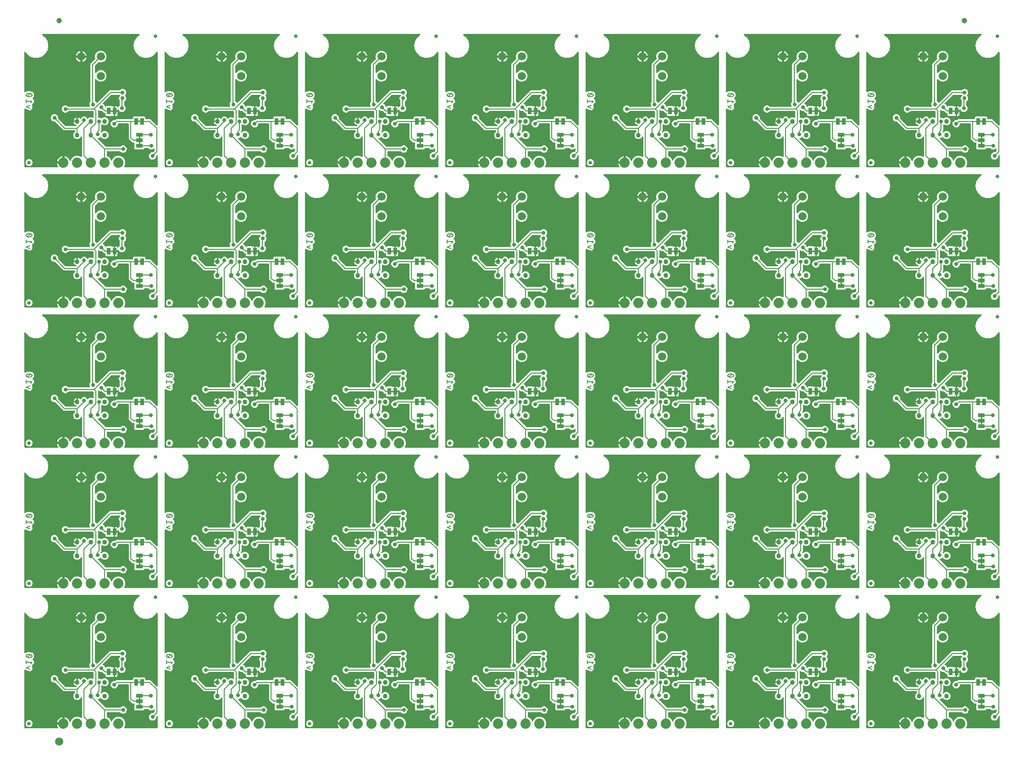
<source format=gbl>
G04 EAGLE Gerber RS-274X export*
G75*
%MOMM*%
%FSLAX34Y34*%
%LPD*%
%INBottom Copper*%
%IPPOS*%
%AMOC8*
5,1,8,0,0,1.08239X$1,22.5*%
G01*
%ADD10C,0.203200*%
%ADD11C,0.635000*%
%ADD12C,1.879600*%
%ADD13R,0.660400X1.270000*%
%ADD14R,1.270000X0.660400*%
%ADD15C,0.863600*%
%ADD16C,1.500000*%
%ADD17C,1.000000*%
%ADD18C,0.736600*%
%ADD19C,0.177800*%

G36*
X1102135Y263158D02*
X1102135Y263158D01*
X1102227Y263161D01*
X1102276Y263177D01*
X1102326Y263185D01*
X1102410Y263222D01*
X1102497Y263251D01*
X1102539Y263280D01*
X1102585Y263301D01*
X1102655Y263360D01*
X1102731Y263412D01*
X1102763Y263452D01*
X1102802Y263484D01*
X1102853Y263561D01*
X1102912Y263632D01*
X1102932Y263679D01*
X1102960Y263721D01*
X1102988Y263809D01*
X1103024Y263893D01*
X1103030Y263944D01*
X1103046Y263992D01*
X1103048Y264084D01*
X1103059Y264175D01*
X1103052Y264226D01*
X1103053Y264276D01*
X1103030Y264365D01*
X1103015Y264456D01*
X1102995Y264496D01*
X1102981Y264551D01*
X1102900Y264688D01*
X1102866Y264757D01*
X1102309Y265523D01*
X1101456Y267197D01*
X1100875Y268984D01*
X1100754Y269749D01*
X1111504Y269749D01*
X1111562Y269757D01*
X1111620Y269755D01*
X1111702Y269777D01*
X1111785Y269789D01*
X1111839Y269813D01*
X1111895Y269827D01*
X1111968Y269870D01*
X1112045Y269905D01*
X1112089Y269943D01*
X1112140Y269973D01*
X1112197Y270034D01*
X1112262Y270089D01*
X1112294Y270137D01*
X1112334Y270180D01*
X1112373Y270255D01*
X1112419Y270325D01*
X1112437Y270381D01*
X1112464Y270433D01*
X1112475Y270501D01*
X1112505Y270596D01*
X1112508Y270696D01*
X1112519Y270764D01*
X1112519Y271781D01*
X1113536Y271781D01*
X1113594Y271789D01*
X1113652Y271788D01*
X1113734Y271809D01*
X1113817Y271821D01*
X1113871Y271845D01*
X1113927Y271859D01*
X1114000Y271902D01*
X1114077Y271937D01*
X1114122Y271975D01*
X1114172Y272005D01*
X1114230Y272066D01*
X1114294Y272121D01*
X1114326Y272169D01*
X1114366Y272212D01*
X1114405Y272287D01*
X1114451Y272357D01*
X1114469Y272413D01*
X1114496Y272465D01*
X1114507Y272533D01*
X1114537Y272628D01*
X1114540Y272728D01*
X1114551Y272796D01*
X1114551Y283546D01*
X1115316Y283425D01*
X1117103Y282844D01*
X1118777Y281991D01*
X1120298Y280886D01*
X1121626Y279558D01*
X1122731Y278037D01*
X1123584Y276363D01*
X1123948Y275243D01*
X1123978Y275181D01*
X1123999Y275115D01*
X1124040Y275054D01*
X1124073Y274988D01*
X1124119Y274937D01*
X1124158Y274879D01*
X1124214Y274832D01*
X1124263Y274777D01*
X1124322Y274741D01*
X1124375Y274696D01*
X1124442Y274666D01*
X1124505Y274627D01*
X1124572Y274609D01*
X1124635Y274581D01*
X1124708Y274571D01*
X1124779Y274551D01*
X1124848Y274551D01*
X1124917Y274542D01*
X1124989Y274552D01*
X1125063Y274553D01*
X1125130Y274573D01*
X1125198Y274582D01*
X1125265Y274613D01*
X1125336Y274634D01*
X1125394Y274671D01*
X1125457Y274700D01*
X1125513Y274747D01*
X1125575Y274787D01*
X1125621Y274839D01*
X1125673Y274884D01*
X1125706Y274937D01*
X1125763Y275001D01*
X1125812Y275105D01*
X1125851Y275169D01*
X1127368Y278831D01*
X1130869Y282332D01*
X1135444Y284227D01*
X1140396Y284227D01*
X1145151Y282257D01*
X1145263Y282228D01*
X1145372Y282194D01*
X1145400Y282193D01*
X1145427Y282186D01*
X1145541Y282189D01*
X1145656Y282186D01*
X1145683Y282193D01*
X1145711Y282194D01*
X1145820Y282229D01*
X1145931Y282258D01*
X1145955Y282272D01*
X1145982Y282281D01*
X1146077Y282345D01*
X1146176Y282403D01*
X1146195Y282424D01*
X1146218Y282439D01*
X1146292Y282527D01*
X1146370Y282611D01*
X1146383Y282635D01*
X1146401Y282657D01*
X1146447Y282761D01*
X1146500Y282864D01*
X1146504Y282888D01*
X1146516Y282916D01*
X1146553Y283180D01*
X1146555Y283195D01*
X1146555Y319073D01*
X1146543Y319158D01*
X1146541Y319244D01*
X1146523Y319298D01*
X1146515Y319355D01*
X1146480Y319433D01*
X1146454Y319515D01*
X1146422Y319562D01*
X1146399Y319614D01*
X1146344Y319680D01*
X1146296Y319751D01*
X1146252Y319788D01*
X1146216Y319831D01*
X1146144Y319879D01*
X1146078Y319934D01*
X1146026Y319957D01*
X1145979Y319989D01*
X1145897Y320015D01*
X1145818Y320050D01*
X1145762Y320057D01*
X1145708Y320074D01*
X1145622Y320077D01*
X1145537Y320088D01*
X1145481Y320080D01*
X1145424Y320082D01*
X1145341Y320060D01*
X1145256Y320048D01*
X1145204Y320024D01*
X1145149Y320010D01*
X1145075Y319966D01*
X1144996Y319931D01*
X1144953Y319894D01*
X1144904Y319865D01*
X1144845Y319802D01*
X1144780Y319746D01*
X1144754Y319704D01*
X1144710Y319657D01*
X1144644Y319528D01*
X1144602Y319462D01*
X1144165Y318407D01*
X1142093Y316335D01*
X1139385Y315213D01*
X1136455Y315213D01*
X1133747Y316335D01*
X1131675Y318407D01*
X1130553Y321115D01*
X1130553Y324045D01*
X1131675Y326753D01*
X1133558Y328636D01*
X1133610Y328706D01*
X1133670Y328770D01*
X1133696Y328819D01*
X1133729Y328863D01*
X1133760Y328945D01*
X1133800Y329023D01*
X1133808Y329070D01*
X1133830Y329129D01*
X1133842Y329277D01*
X1133855Y329354D01*
X1133855Y330200D01*
X1133848Y330250D01*
X1133849Y330268D01*
X1133847Y330272D01*
X1133849Y330316D01*
X1133827Y330398D01*
X1133815Y330482D01*
X1133792Y330535D01*
X1133777Y330591D01*
X1133734Y330664D01*
X1133699Y330741D01*
X1133661Y330786D01*
X1133632Y330836D01*
X1133570Y330894D01*
X1133516Y330958D01*
X1133467Y330990D01*
X1133424Y331030D01*
X1133349Y331069D01*
X1133279Y331116D01*
X1133223Y331133D01*
X1133171Y331160D01*
X1133103Y331171D01*
X1133008Y331201D01*
X1132908Y331204D01*
X1132840Y331215D01*
X1113376Y331215D01*
X1097291Y347301D01*
X1097221Y347353D01*
X1097157Y347413D01*
X1097108Y347439D01*
X1097063Y347472D01*
X1096982Y347503D01*
X1096904Y347543D01*
X1096856Y347551D01*
X1096798Y347573D01*
X1096650Y347585D01*
X1096573Y347598D01*
X1094671Y347598D01*
X1092197Y348623D01*
X1090303Y350517D01*
X1089278Y352991D01*
X1089278Y355669D01*
X1090303Y358143D01*
X1092197Y360037D01*
X1094671Y361062D01*
X1097349Y361062D01*
X1099823Y360037D01*
X1101717Y358143D01*
X1102742Y355669D01*
X1102742Y353767D01*
X1102754Y353681D01*
X1102757Y353593D01*
X1102774Y353541D01*
X1102782Y353486D01*
X1102817Y353406D01*
X1102844Y353323D01*
X1102872Y353283D01*
X1102898Y353226D01*
X1102994Y353113D01*
X1103039Y353049D01*
X1116446Y339642D01*
X1116516Y339590D01*
X1116580Y339530D01*
X1116629Y339504D01*
X1116674Y339471D01*
X1116755Y339440D01*
X1116833Y339400D01*
X1116881Y339392D01*
X1116939Y339370D01*
X1117087Y339358D01*
X1117164Y339345D01*
X1135816Y339345D01*
X1135902Y339357D01*
X1135907Y339357D01*
X1135910Y339357D01*
X1135912Y339357D01*
X1135990Y339360D01*
X1136042Y339377D01*
X1136097Y339385D01*
X1136167Y339416D01*
X1136187Y339420D01*
X1136201Y339428D01*
X1136260Y339447D01*
X1136300Y339475D01*
X1136357Y339501D01*
X1136403Y339540D01*
X1136436Y339558D01*
X1136485Y339607D01*
X1136534Y339642D01*
X1136542Y339651D01*
X1136557Y339670D01*
X1136574Y339684D01*
X1136598Y339720D01*
X1136637Y339760D01*
X1136671Y339821D01*
X1136713Y339878D01*
X1136727Y339915D01*
X1136731Y339921D01*
X1136739Y339946D01*
X1136774Y340009D01*
X1136789Y340078D01*
X1136814Y340144D01*
X1136820Y340216D01*
X1136836Y340286D01*
X1136832Y340357D01*
X1136838Y340427D01*
X1136824Y340498D01*
X1136820Y340570D01*
X1136796Y340636D01*
X1136782Y340706D01*
X1136749Y340770D01*
X1136725Y340838D01*
X1136684Y340895D01*
X1136651Y340958D01*
X1136601Y341010D01*
X1136559Y341069D01*
X1136504Y341113D01*
X1136455Y341164D01*
X1136393Y341201D01*
X1136336Y341245D01*
X1136280Y341267D01*
X1136210Y341308D01*
X1136093Y341337D01*
X1136022Y341364D01*
X1135919Y341385D01*
X1134671Y341902D01*
X1133548Y342653D01*
X1132593Y343608D01*
X1131842Y344731D01*
X1131325Y345979D01*
X1131179Y346711D01*
X1137666Y346711D01*
X1137724Y346719D01*
X1137782Y346717D01*
X1137864Y346739D01*
X1137947Y346751D01*
X1138001Y346774D01*
X1138057Y346789D01*
X1138130Y346832D01*
X1138207Y346867D01*
X1138251Y346905D01*
X1138302Y346934D01*
X1138359Y346996D01*
X1138424Y347050D01*
X1138456Y347099D01*
X1138496Y347142D01*
X1138535Y347217D01*
X1138581Y347287D01*
X1138589Y347311D01*
X1138638Y347341D01*
X1138715Y347375D01*
X1138760Y347413D01*
X1138810Y347443D01*
X1138868Y347504D01*
X1138932Y347559D01*
X1138964Y347607D01*
X1139004Y347650D01*
X1139043Y347725D01*
X1139090Y347795D01*
X1139107Y347851D01*
X1139134Y347903D01*
X1139145Y347971D01*
X1139175Y348066D01*
X1139178Y348166D01*
X1139189Y348234D01*
X1139189Y354721D01*
X1139921Y354575D01*
X1141169Y354058D01*
X1142292Y353308D01*
X1142957Y352643D01*
X1143048Y352574D01*
X1143136Y352500D01*
X1143162Y352489D01*
X1143184Y352472D01*
X1143291Y352431D01*
X1143396Y352385D01*
X1143423Y352381D01*
X1143449Y352371D01*
X1143564Y352361D01*
X1143678Y352346D01*
X1143705Y352350D01*
X1143733Y352347D01*
X1143845Y352370D01*
X1143959Y352386D01*
X1143984Y352398D01*
X1144012Y352403D01*
X1144114Y352456D01*
X1144218Y352504D01*
X1144239Y352521D01*
X1144264Y352534D01*
X1144347Y352613D01*
X1144435Y352688D01*
X1144448Y352709D01*
X1144470Y352730D01*
X1144604Y352959D01*
X1144612Y352972D01*
X1144913Y353698D01*
X1146807Y355592D01*
X1149281Y356617D01*
X1151959Y356617D01*
X1154433Y355592D01*
X1156327Y353698D01*
X1156417Y353480D01*
X1156475Y353382D01*
X1156528Y353280D01*
X1156548Y353259D01*
X1156562Y353236D01*
X1156645Y353157D01*
X1156724Y353074D01*
X1156748Y353060D01*
X1156768Y353040D01*
X1156871Y352988D01*
X1156969Y352930D01*
X1156996Y352923D01*
X1157021Y352910D01*
X1157134Y352888D01*
X1157245Y352860D01*
X1157273Y352861D01*
X1157300Y352855D01*
X1157414Y352865D01*
X1157529Y352869D01*
X1157556Y352877D01*
X1157583Y352880D01*
X1157690Y352921D01*
X1157800Y352956D01*
X1157820Y352971D01*
X1157849Y352982D01*
X1158061Y353142D01*
X1158073Y353151D01*
X1159147Y354225D01*
X1161855Y355347D01*
X1164785Y355347D01*
X1166614Y354589D01*
X1166639Y354583D01*
X1166659Y354573D01*
X1166713Y354564D01*
X1166726Y354560D01*
X1166835Y354526D01*
X1166863Y354525D01*
X1166890Y354518D01*
X1166971Y354520D01*
X1166990Y354517D01*
X1167003Y354517D01*
X1167028Y354521D01*
X1167119Y354518D01*
X1167146Y354525D01*
X1167174Y354526D01*
X1167259Y354553D01*
X1167285Y354557D01*
X1167309Y354568D01*
X1167394Y354590D01*
X1167418Y354604D01*
X1167445Y354613D01*
X1167517Y354661D01*
X1167544Y354673D01*
X1167567Y354693D01*
X1167639Y354736D01*
X1167658Y354756D01*
X1167681Y354771D01*
X1167733Y354834D01*
X1167761Y354857D01*
X1167781Y354887D01*
X1167833Y354943D01*
X1167846Y354968D01*
X1167864Y354989D01*
X1167894Y355057D01*
X1167919Y355094D01*
X1167932Y355135D01*
X1167963Y355196D01*
X1167967Y355221D01*
X1167979Y355249D01*
X1167988Y355315D01*
X1168004Y355365D01*
X1168006Y355444D01*
X1168016Y355512D01*
X1168018Y355527D01*
X1168018Y365688D01*
X1168010Y365745D01*
X1168012Y365801D01*
X1168004Y365829D01*
X1168003Y365862D01*
X1167986Y365914D01*
X1167978Y365969D01*
X1167953Y366027D01*
X1167940Y366076D01*
X1167927Y366098D01*
X1167916Y366132D01*
X1167888Y366172D01*
X1167862Y366229D01*
X1167819Y366280D01*
X1167795Y366321D01*
X1167755Y366358D01*
X1167721Y366406D01*
X1167649Y366478D01*
X1167579Y366530D01*
X1167515Y366590D01*
X1167466Y366616D01*
X1167421Y366649D01*
X1167340Y366680D01*
X1167262Y366720D01*
X1167214Y366728D01*
X1167156Y366750D01*
X1167008Y366762D01*
X1166931Y366775D01*
X1122206Y366775D01*
X1122119Y366763D01*
X1122032Y366760D01*
X1121979Y366743D01*
X1121924Y366735D01*
X1121845Y366700D01*
X1121761Y366673D01*
X1121722Y366645D01*
X1121665Y366619D01*
X1121552Y366523D01*
X1121488Y366478D01*
X1120143Y365133D01*
X1117669Y364108D01*
X1114991Y364108D01*
X1112517Y365133D01*
X1110623Y367027D01*
X1109598Y369501D01*
X1109598Y372179D01*
X1110623Y374653D01*
X1112517Y376547D01*
X1114991Y377572D01*
X1117669Y377572D01*
X1120143Y376547D01*
X1121488Y375202D01*
X1121558Y375150D01*
X1121622Y375090D01*
X1121671Y375064D01*
X1121715Y375031D01*
X1121797Y375000D01*
X1121875Y374960D01*
X1121922Y374952D01*
X1121981Y374930D01*
X1122129Y374918D01*
X1122206Y374905D01*
X1160259Y374905D01*
X1160373Y374921D01*
X1160487Y374931D01*
X1160513Y374941D01*
X1160541Y374945D01*
X1160646Y374992D01*
X1160753Y375033D01*
X1160775Y375049D01*
X1160800Y375061D01*
X1160888Y375135D01*
X1160979Y375204D01*
X1160996Y375227D01*
X1161017Y375244D01*
X1161081Y375340D01*
X1161150Y375432D01*
X1161159Y375458D01*
X1161175Y375481D01*
X1161209Y375591D01*
X1161250Y375698D01*
X1161252Y375726D01*
X1161261Y375752D01*
X1161263Y375867D01*
X1161273Y375981D01*
X1161267Y376006D01*
X1161268Y376036D01*
X1161201Y376293D01*
X1161197Y376309D01*
X1160459Y378090D01*
X1160459Y380768D01*
X1161484Y383242D01*
X1162133Y383891D01*
X1162185Y383961D01*
X1162245Y384025D01*
X1162271Y384074D01*
X1162304Y384118D01*
X1162335Y384200D01*
X1162375Y384278D01*
X1162383Y384325D01*
X1162405Y384384D01*
X1162417Y384532D01*
X1162430Y384609D01*
X1162430Y454439D01*
X1171043Y463051D01*
X1171044Y463053D01*
X1171045Y463054D01*
X1171128Y463164D01*
X1171214Y463279D01*
X1171214Y463280D01*
X1171215Y463281D01*
X1171266Y463415D01*
X1171315Y463544D01*
X1171315Y463546D01*
X1171316Y463547D01*
X1171327Y463692D01*
X1171339Y463828D01*
X1171338Y463829D01*
X1171339Y463831D01*
X1171335Y463846D01*
X1171283Y464106D01*
X1171269Y464133D01*
X1171263Y464158D01*
X1170731Y465442D01*
X1170731Y469638D01*
X1172337Y473515D01*
X1175305Y476483D01*
X1179182Y478089D01*
X1183378Y478089D01*
X1187255Y476483D01*
X1190223Y473515D01*
X1191829Y469638D01*
X1191829Y465442D01*
X1190223Y461565D01*
X1187255Y458597D01*
X1183378Y456991D01*
X1179182Y456991D01*
X1177898Y457523D01*
X1177896Y457523D01*
X1177895Y457524D01*
X1177759Y457559D01*
X1177622Y457594D01*
X1177621Y457594D01*
X1177619Y457594D01*
X1177479Y457590D01*
X1177338Y457586D01*
X1177337Y457585D01*
X1177335Y457585D01*
X1177202Y457542D01*
X1177068Y457499D01*
X1177066Y457498D01*
X1177065Y457498D01*
X1177053Y457489D01*
X1176831Y457341D01*
X1176812Y457317D01*
X1176791Y457303D01*
X1170857Y451369D01*
X1170805Y451299D01*
X1170745Y451235D01*
X1170719Y451186D01*
X1170686Y451141D01*
X1170655Y451060D01*
X1170615Y450982D01*
X1170607Y450934D01*
X1170585Y450876D01*
X1170573Y450728D01*
X1170560Y450651D01*
X1170560Y438269D01*
X1170564Y438240D01*
X1170561Y438211D01*
X1170584Y438100D01*
X1170600Y437987D01*
X1170612Y437961D01*
X1170617Y437932D01*
X1170670Y437831D01*
X1170716Y437728D01*
X1170735Y437706D01*
X1170748Y437680D01*
X1170826Y437597D01*
X1170899Y437511D01*
X1170924Y437495D01*
X1170944Y437473D01*
X1171042Y437416D01*
X1171136Y437353D01*
X1171164Y437345D01*
X1171189Y437330D01*
X1171299Y437302D01*
X1171407Y437268D01*
X1171437Y437267D01*
X1171465Y437260D01*
X1171578Y437263D01*
X1171691Y437260D01*
X1171720Y437268D01*
X1171749Y437269D01*
X1171857Y437304D01*
X1171966Y437332D01*
X1171992Y437347D01*
X1172020Y437356D01*
X1172083Y437402D01*
X1172211Y437477D01*
X1172254Y437523D01*
X1172293Y437551D01*
X1175305Y440563D01*
X1179182Y442169D01*
X1183378Y442169D01*
X1187255Y440563D01*
X1190223Y437595D01*
X1191829Y433718D01*
X1191829Y429522D01*
X1190223Y425645D01*
X1187255Y422677D01*
X1183378Y421071D01*
X1179182Y421071D01*
X1175305Y422677D01*
X1172293Y425689D01*
X1172269Y425707D01*
X1172250Y425729D01*
X1172156Y425792D01*
X1172066Y425860D01*
X1172038Y425870D01*
X1172014Y425887D01*
X1171906Y425921D01*
X1171800Y425961D01*
X1171771Y425964D01*
X1171743Y425972D01*
X1171629Y425975D01*
X1171517Y425985D01*
X1171488Y425979D01*
X1171459Y425980D01*
X1171349Y425951D01*
X1171238Y425929D01*
X1171212Y425915D01*
X1171184Y425908D01*
X1171086Y425850D01*
X1170986Y425798D01*
X1170964Y425778D01*
X1170939Y425763D01*
X1170862Y425680D01*
X1170780Y425602D01*
X1170765Y425577D01*
X1170745Y425555D01*
X1170693Y425454D01*
X1170636Y425357D01*
X1170629Y425328D01*
X1170615Y425302D01*
X1170602Y425225D01*
X1170566Y425081D01*
X1170568Y425019D01*
X1170560Y424971D01*
X1170560Y385998D01*
X1170560Y385995D01*
X1170560Y385992D01*
X1170578Y385872D01*
X1170579Y385823D01*
X1170589Y385792D01*
X1170600Y385717D01*
X1170601Y385714D01*
X1170601Y385710D01*
X1170645Y385615D01*
X1170649Y385599D01*
X1170654Y385590D01*
X1170667Y385552D01*
X1170685Y385526D01*
X1170716Y385457D01*
X1170718Y385455D01*
X1170719Y385452D01*
X1170775Y385387D01*
X1170794Y385354D01*
X1170834Y385317D01*
X1170861Y385279D01*
X1170898Y385242D01*
X1170899Y385240D01*
X1170900Y385240D01*
X1172898Y383242D01*
X1173134Y382673D01*
X1173192Y382573D01*
X1173245Y382472D01*
X1173264Y382452D01*
X1173278Y382428D01*
X1173362Y382349D01*
X1173441Y382266D01*
X1173465Y382252D01*
X1173485Y382232D01*
X1173587Y382180D01*
X1173686Y382122D01*
X1173713Y382115D01*
X1173738Y382102D01*
X1173851Y382080D01*
X1173962Y382052D01*
X1173989Y382053D01*
X1174017Y382047D01*
X1174131Y382057D01*
X1174246Y382061D01*
X1174272Y382069D01*
X1174300Y382072D01*
X1174407Y382113D01*
X1174516Y382148D01*
X1174537Y382163D01*
X1174565Y382174D01*
X1174777Y382334D01*
X1174790Y382343D01*
X1197591Y405145D01*
X1215864Y405145D01*
X1215951Y405157D01*
X1216038Y405160D01*
X1216091Y405177D01*
X1216146Y405185D01*
X1216225Y405220D01*
X1216309Y405247D01*
X1216348Y405275D01*
X1216405Y405301D01*
X1216518Y405397D01*
X1216582Y405442D01*
X1217927Y406787D01*
X1220401Y407812D01*
X1223079Y407812D01*
X1225553Y406787D01*
X1227447Y404893D01*
X1228472Y402419D01*
X1228472Y399741D01*
X1227447Y397267D01*
X1226701Y396520D01*
X1226665Y396474D01*
X1226623Y396433D01*
X1226580Y396360D01*
X1226530Y396293D01*
X1226509Y396239D01*
X1226479Y396188D01*
X1226458Y396106D01*
X1226428Y396028D01*
X1226424Y395969D01*
X1226409Y395913D01*
X1226412Y395828D01*
X1226405Y395744D01*
X1226416Y395687D01*
X1226418Y395628D01*
X1226444Y395548D01*
X1226461Y395465D01*
X1226488Y395414D01*
X1226506Y395358D01*
X1226546Y395302D01*
X1226592Y395213D01*
X1226660Y395141D01*
X1226701Y395085D01*
X1227447Y394338D01*
X1228472Y391864D01*
X1228472Y389186D01*
X1227447Y386712D01*
X1225553Y384818D01*
X1225161Y384656D01*
X1225160Y384655D01*
X1225159Y384655D01*
X1225040Y384584D01*
X1224917Y384511D01*
X1224916Y384510D01*
X1224914Y384509D01*
X1224817Y384405D01*
X1224721Y384305D01*
X1224721Y384303D01*
X1224720Y384302D01*
X1224655Y384176D01*
X1224591Y384052D01*
X1224591Y384050D01*
X1224590Y384049D01*
X1224588Y384034D01*
X1224536Y383773D01*
X1224539Y383743D01*
X1224535Y383718D01*
X1224535Y377986D01*
X1224547Y377899D01*
X1224550Y377812D01*
X1224567Y377759D01*
X1224575Y377704D01*
X1224610Y377625D01*
X1224637Y377541D01*
X1224665Y377502D01*
X1224691Y377445D01*
X1224787Y377332D01*
X1224832Y377268D01*
X1226177Y375923D01*
X1227202Y373449D01*
X1227202Y370771D01*
X1226177Y368297D01*
X1224283Y366403D01*
X1221809Y365378D01*
X1219131Y365378D01*
X1216657Y366403D01*
X1214763Y368297D01*
X1214423Y369118D01*
X1214379Y369192D01*
X1214344Y369270D01*
X1214307Y369314D01*
X1214278Y369363D01*
X1214216Y369422D01*
X1214160Y369487D01*
X1214113Y369519D01*
X1214072Y369558D01*
X1213995Y369597D01*
X1213924Y369645D01*
X1213870Y369662D01*
X1213819Y369688D01*
X1213735Y369705D01*
X1213653Y369731D01*
X1213596Y369732D01*
X1213540Y369743D01*
X1213455Y369736D01*
X1213369Y369738D01*
X1213314Y369724D01*
X1213257Y369719D01*
X1213176Y369688D01*
X1213094Y369666D01*
X1213045Y369637D01*
X1212992Y369617D01*
X1212923Y369565D01*
X1212849Y369521D01*
X1212810Y369480D01*
X1212765Y369445D01*
X1212713Y369376D01*
X1212655Y369314D01*
X1212629Y369263D01*
X1212595Y369217D01*
X1212564Y369137D01*
X1212525Y369061D01*
X1212517Y369012D01*
X1212494Y368952D01*
X1212483Y368807D01*
X1212470Y368730D01*
X1212470Y368680D01*
X1208277Y368680D01*
X1208277Y375921D01*
X1210263Y375921D01*
X1210910Y375748D01*
X1211489Y375413D01*
X1211962Y374940D01*
X1212327Y374309D01*
X1212375Y374247D01*
X1212411Y374186D01*
X1212430Y374169D01*
X1212450Y374139D01*
X1212479Y374114D01*
X1212502Y374085D01*
X1212577Y374030D01*
X1212618Y373992D01*
X1212634Y373984D01*
X1212668Y373956D01*
X1212702Y373940D01*
X1212732Y373918D01*
X1212831Y373883D01*
X1212834Y373882D01*
X1212871Y373862D01*
X1212880Y373861D01*
X1212927Y373840D01*
X1212964Y373835D01*
X1213000Y373822D01*
X1213105Y373816D01*
X1213209Y373801D01*
X1213246Y373807D01*
X1213283Y373804D01*
X1213386Y373827D01*
X1213490Y373842D01*
X1213524Y373857D01*
X1213561Y373865D01*
X1213654Y373916D01*
X1213749Y373959D01*
X1213778Y373983D01*
X1213811Y374001D01*
X1213886Y374075D01*
X1213966Y374143D01*
X1213983Y374172D01*
X1214013Y374201D01*
X1214071Y374305D01*
X1214124Y374383D01*
X1214132Y374409D01*
X1214144Y374428D01*
X1214763Y375923D01*
X1216108Y377268D01*
X1216160Y377338D01*
X1216220Y377402D01*
X1216246Y377451D01*
X1216279Y377495D01*
X1216310Y377577D01*
X1216350Y377655D01*
X1216358Y377702D01*
X1216380Y377761D01*
X1216392Y377909D01*
X1216405Y377986D01*
X1216405Y385919D01*
X1216393Y386006D01*
X1216390Y386093D01*
X1216373Y386146D01*
X1216365Y386201D01*
X1216330Y386280D01*
X1216303Y386364D01*
X1216275Y386403D01*
X1216249Y386460D01*
X1216153Y386573D01*
X1216108Y386637D01*
X1216033Y386712D01*
X1215008Y389186D01*
X1215008Y391864D01*
X1216033Y394338D01*
X1216779Y395085D01*
X1216815Y395131D01*
X1216857Y395172D01*
X1216900Y395244D01*
X1216950Y395312D01*
X1216971Y395366D01*
X1217001Y395417D01*
X1217022Y395498D01*
X1217052Y395577D01*
X1217056Y395636D01*
X1217071Y395692D01*
X1217068Y395777D01*
X1217075Y395861D01*
X1217064Y395918D01*
X1217062Y395977D01*
X1217036Y396057D01*
X1217019Y396139D01*
X1216992Y396191D01*
X1216974Y396247D01*
X1216934Y396303D01*
X1216888Y396392D01*
X1216819Y396464D01*
X1216779Y396520D01*
X1216582Y396718D01*
X1216512Y396770D01*
X1216448Y396830D01*
X1216399Y396856D01*
X1216355Y396889D01*
X1216273Y396920D01*
X1216195Y396960D01*
X1216148Y396968D01*
X1216089Y396990D01*
X1215941Y397002D01*
X1215864Y397015D01*
X1201379Y397015D01*
X1201293Y397003D01*
X1201205Y397000D01*
X1201153Y396983D01*
X1201098Y396975D01*
X1201018Y396940D01*
X1200935Y396913D01*
X1200895Y396885D01*
X1200838Y396859D01*
X1200725Y396763D01*
X1200661Y396718D01*
X1185477Y381534D01*
X1185408Y381442D01*
X1185334Y381354D01*
X1185323Y381329D01*
X1185306Y381307D01*
X1185265Y381199D01*
X1185219Y381094D01*
X1185215Y381067D01*
X1185205Y381041D01*
X1185196Y380927D01*
X1185180Y380813D01*
X1185184Y380785D01*
X1185181Y380758D01*
X1185204Y380645D01*
X1185220Y380531D01*
X1185232Y380506D01*
X1185237Y380479D01*
X1185290Y380377D01*
X1185338Y380272D01*
X1185356Y380251D01*
X1185368Y380227D01*
X1185447Y380143D01*
X1185522Y380056D01*
X1185543Y380043D01*
X1185564Y380020D01*
X1185794Y379886D01*
X1185807Y379878D01*
X1186183Y379722D01*
X1188077Y377828D01*
X1188951Y375717D01*
X1189010Y375618D01*
X1189063Y375516D01*
X1189082Y375496D01*
X1189096Y375472D01*
X1189179Y375394D01*
X1189258Y375310D01*
X1189282Y375296D01*
X1189303Y375277D01*
X1189405Y375225D01*
X1189504Y375166D01*
X1189531Y375160D01*
X1189555Y375147D01*
X1189668Y375125D01*
X1189779Y375096D01*
X1189807Y375097D01*
X1189834Y375092D01*
X1189949Y375102D01*
X1190063Y375105D01*
X1190090Y375114D01*
X1190117Y375116D01*
X1190225Y375158D01*
X1190334Y375193D01*
X1190354Y375207D01*
X1190383Y375218D01*
X1190595Y375379D01*
X1190607Y375388D01*
X1191648Y376429D01*
X1200778Y376429D01*
X1201232Y375974D01*
X1201289Y375931D01*
X1201340Y375881D01*
X1201402Y375846D01*
X1201459Y375803D01*
X1201526Y375778D01*
X1201589Y375743D01*
X1201658Y375728D01*
X1201725Y375702D01*
X1201797Y375696D01*
X1201866Y375680D01*
X1201879Y375681D01*
X1201881Y375681D01*
X1201893Y375682D01*
X1201937Y375685D01*
X1202008Y375679D01*
X1202078Y375693D01*
X1202150Y375697D01*
X1202185Y375710D01*
X1202215Y375713D01*
X1202990Y375921D01*
X1204977Y375921D01*
X1204977Y368363D01*
X1199579Y368363D01*
X1199560Y368351D01*
X1199537Y368347D01*
X1199530Y368332D01*
X1199521Y368326D01*
X1199523Y368316D01*
X1199516Y368300D01*
X1199516Y365760D01*
X1199528Y365741D01*
X1199531Y365719D01*
X1199547Y365712D01*
X1199553Y365703D01*
X1199563Y365704D01*
X1199579Y365697D01*
X1204977Y365697D01*
X1204977Y358139D01*
X1202990Y358139D01*
X1202215Y358347D01*
X1202208Y358348D01*
X1202195Y358353D01*
X1202127Y358360D01*
X1202060Y358377D01*
X1201988Y358375D01*
X1201933Y358381D01*
X1201928Y358381D01*
X1201912Y358382D01*
X1201845Y358370D01*
X1201776Y358368D01*
X1201705Y358345D01*
X1201685Y358342D01*
X1201652Y358336D01*
X1201650Y358335D01*
X1201633Y358332D01*
X1201571Y358302D01*
X1201505Y358280D01*
X1201455Y358244D01*
X1201401Y358218D01*
X1201395Y358215D01*
X1201378Y358206D01*
X1201293Y358129D01*
X1201232Y358086D01*
X1200778Y357631D01*
X1191648Y357631D01*
X1189862Y359417D01*
X1189862Y362077D01*
X1189854Y362135D01*
X1189856Y362193D01*
X1189834Y362275D01*
X1189822Y362359D01*
X1189799Y362412D01*
X1189784Y362468D01*
X1189741Y362541D01*
X1189706Y362618D01*
X1189668Y362663D01*
X1189639Y362713D01*
X1189577Y362771D01*
X1189523Y362835D01*
X1189474Y362867D01*
X1189431Y362907D01*
X1189356Y362946D01*
X1189286Y362993D01*
X1189230Y363010D01*
X1189178Y363037D01*
X1189110Y363048D01*
X1189015Y363078D01*
X1188915Y363081D01*
X1188847Y363092D01*
X1187724Y363092D01*
X1183830Y366986D01*
X1183761Y367038D01*
X1183697Y367098D01*
X1183647Y367124D01*
X1183603Y367157D01*
X1183521Y367188D01*
X1183443Y367228D01*
X1183396Y367236D01*
X1183337Y367258D01*
X1183190Y367270D01*
X1183112Y367283D01*
X1181031Y367283D01*
X1178557Y368308D01*
X1177881Y368984D01*
X1177857Y369002D01*
X1177838Y369024D01*
X1177744Y369087D01*
X1177654Y369155D01*
X1177626Y369165D01*
X1177602Y369182D01*
X1177494Y369216D01*
X1177388Y369256D01*
X1177359Y369259D01*
X1177331Y369267D01*
X1177217Y369270D01*
X1177105Y369280D01*
X1177076Y369274D01*
X1177047Y369275D01*
X1176937Y369246D01*
X1176826Y369224D01*
X1176800Y369210D01*
X1176772Y369203D01*
X1176674Y369145D01*
X1176574Y369093D01*
X1176552Y369073D01*
X1176527Y369058D01*
X1176450Y368975D01*
X1176368Y368897D01*
X1176353Y368872D01*
X1176333Y368850D01*
X1176281Y368749D01*
X1176224Y368652D01*
X1176217Y368623D01*
X1176203Y368597D01*
X1176190Y368520D01*
X1176154Y368376D01*
X1176156Y368314D01*
X1176148Y368266D01*
X1176148Y355727D01*
X1176156Y355669D01*
X1176154Y355611D01*
X1176176Y355529D01*
X1176188Y355445D01*
X1176211Y355392D01*
X1176226Y355336D01*
X1176269Y355263D01*
X1176304Y355186D01*
X1176342Y355141D01*
X1176371Y355091D01*
X1176433Y355033D01*
X1176487Y354969D01*
X1176536Y354937D01*
X1176579Y354897D01*
X1176654Y354858D01*
X1176724Y354811D01*
X1176780Y354794D01*
X1176832Y354767D01*
X1176900Y354756D01*
X1176995Y354726D01*
X1177095Y354723D01*
X1177163Y354712D01*
X1179899Y354712D01*
X1182373Y353687D01*
X1182473Y353587D01*
X1182520Y353552D01*
X1182560Y353509D01*
X1182633Y353467D01*
X1182700Y353416D01*
X1182755Y353395D01*
X1182805Y353366D01*
X1182887Y353345D01*
X1182966Y353315D01*
X1183024Y353310D01*
X1183081Y353296D01*
X1183165Y353298D01*
X1183249Y353291D01*
X1183307Y353303D01*
X1183365Y353305D01*
X1183445Y353331D01*
X1183528Y353347D01*
X1183580Y353374D01*
X1183636Y353392D01*
X1183692Y353432D01*
X1183780Y353478D01*
X1183853Y353547D01*
X1183909Y353587D01*
X1184547Y354225D01*
X1187255Y355347D01*
X1190185Y355347D01*
X1192893Y354225D01*
X1194965Y352153D01*
X1196087Y349445D01*
X1196087Y346515D01*
X1194965Y343807D01*
X1192893Y341735D01*
X1190185Y340613D01*
X1187255Y340613D01*
X1184547Y341735D01*
X1184358Y341924D01*
X1184334Y341942D01*
X1184315Y341964D01*
X1184221Y342027D01*
X1184131Y342095D01*
X1184103Y342105D01*
X1184079Y342122D01*
X1183971Y342156D01*
X1183865Y342196D01*
X1183836Y342199D01*
X1183808Y342207D01*
X1183695Y342210D01*
X1183582Y342220D01*
X1183553Y342214D01*
X1183524Y342215D01*
X1183414Y342186D01*
X1183303Y342164D01*
X1183277Y342150D01*
X1183249Y342143D01*
X1183151Y342085D01*
X1183051Y342033D01*
X1183029Y342013D01*
X1183004Y341998D01*
X1182927Y341915D01*
X1182845Y341837D01*
X1182830Y341812D01*
X1182810Y341790D01*
X1182758Y341690D01*
X1182701Y341592D01*
X1182694Y341563D01*
X1182680Y341537D01*
X1182667Y341460D01*
X1182631Y341316D01*
X1182633Y341254D01*
X1182625Y341206D01*
X1182625Y330421D01*
X1181332Y329129D01*
X1181297Y329082D01*
X1181254Y329042D01*
X1181212Y328969D01*
X1181161Y328902D01*
X1181140Y328847D01*
X1181111Y328796D01*
X1181090Y328715D01*
X1181060Y328636D01*
X1181055Y328578D01*
X1181041Y328521D01*
X1181043Y328436D01*
X1181036Y328353D01*
X1181048Y328295D01*
X1181050Y328237D01*
X1181076Y328156D01*
X1181092Y328074D01*
X1181119Y328022D01*
X1181137Y327966D01*
X1181177Y327910D01*
X1181223Y327821D01*
X1181292Y327749D01*
X1181332Y327693D01*
X1181537Y327488D01*
X1181556Y327468D01*
X1181570Y327445D01*
X1181653Y327366D01*
X1181733Y327282D01*
X1181756Y327268D01*
X1181776Y327249D01*
X1181878Y327196D01*
X1181978Y327138D01*
X1182004Y327131D01*
X1182029Y327119D01*
X1182142Y327096D01*
X1182253Y327068D01*
X1182281Y327069D01*
X1182308Y327064D01*
X1182423Y327074D01*
X1182538Y327077D01*
X1182564Y327086D01*
X1182591Y327088D01*
X1182698Y327129D01*
X1182808Y327165D01*
X1182828Y327179D01*
X1182856Y327190D01*
X1183071Y327352D01*
X1183081Y327360D01*
X1184547Y328825D01*
X1187255Y329947D01*
X1190185Y329947D01*
X1192893Y328825D01*
X1194965Y326753D01*
X1196087Y324045D01*
X1196087Y321115D01*
X1194965Y318407D01*
X1192893Y316335D01*
X1190185Y315213D01*
X1187255Y315213D01*
X1184547Y316335D01*
X1182475Y318407D01*
X1182327Y318763D01*
X1182269Y318862D01*
X1182216Y318964D01*
X1182197Y318984D01*
X1182183Y319008D01*
X1182099Y319087D01*
X1182020Y319170D01*
X1181996Y319184D01*
X1181976Y319203D01*
X1181874Y319256D01*
X1181775Y319314D01*
X1181748Y319321D01*
X1181723Y319333D01*
X1181610Y319356D01*
X1181499Y319384D01*
X1181472Y319383D01*
X1181445Y319388D01*
X1181330Y319378D01*
X1181215Y319375D01*
X1181189Y319366D01*
X1181161Y319364D01*
X1181054Y319323D01*
X1180945Y319287D01*
X1180924Y319273D01*
X1180896Y319262D01*
X1180683Y319101D01*
X1180671Y319092D01*
X1179595Y318016D01*
X1177121Y316991D01*
X1177108Y316991D01*
X1177079Y316987D01*
X1177050Y316990D01*
X1176939Y316967D01*
X1176827Y316951D01*
X1176800Y316939D01*
X1176771Y316934D01*
X1176671Y316882D01*
X1176567Y316835D01*
X1176545Y316816D01*
X1176519Y316803D01*
X1176437Y316725D01*
X1176350Y316652D01*
X1176334Y316627D01*
X1176313Y316607D01*
X1176255Y316509D01*
X1176193Y316415D01*
X1176184Y316387D01*
X1176169Y316362D01*
X1176141Y316252D01*
X1176107Y316144D01*
X1176106Y316114D01*
X1176099Y316086D01*
X1176102Y315973D01*
X1176100Y315860D01*
X1176107Y315831D01*
X1176108Y315802D01*
X1176143Y315694D01*
X1176171Y315585D01*
X1176186Y315559D01*
X1176195Y315531D01*
X1176241Y315468D01*
X1176317Y315340D01*
X1176352Y315307D01*
X1176355Y315302D01*
X1176367Y315290D01*
X1176390Y315258D01*
X1190106Y301542D01*
X1190630Y301018D01*
X1190700Y300966D01*
X1190764Y300906D01*
X1190813Y300881D01*
X1190857Y300847D01*
X1190939Y300816D01*
X1191017Y300776D01*
X1191065Y300768D01*
X1191123Y300746D01*
X1191271Y300734D01*
X1191348Y300721D01*
X1216880Y300721D01*
X1216967Y300733D01*
X1217054Y300736D01*
X1217107Y300753D01*
X1217162Y300761D01*
X1217241Y300796D01*
X1217325Y300823D01*
X1217364Y300851D01*
X1217421Y300877D01*
X1217534Y300973D01*
X1217598Y301018D01*
X1218943Y302363D01*
X1221417Y303388D01*
X1224095Y303388D01*
X1226569Y302363D01*
X1228463Y300469D01*
X1229488Y297995D01*
X1229488Y295317D01*
X1228463Y292843D01*
X1226569Y290949D01*
X1224095Y289924D01*
X1221417Y289924D01*
X1218943Y290949D01*
X1217598Y292294D01*
X1217528Y292346D01*
X1217464Y292406D01*
X1217415Y292432D01*
X1217371Y292465D01*
X1217289Y292496D01*
X1217211Y292536D01*
X1217164Y292544D01*
X1217105Y292566D01*
X1216957Y292578D01*
X1216880Y292591D01*
X1193800Y292591D01*
X1193742Y292583D01*
X1193684Y292585D01*
X1193602Y292563D01*
X1193518Y292552D01*
X1193465Y292528D01*
X1193409Y292513D01*
X1193336Y292470D01*
X1193259Y292435D01*
X1193214Y292398D01*
X1193164Y292368D01*
X1193106Y292306D01*
X1193042Y292252D01*
X1193010Y292203D01*
X1192970Y292160D01*
X1192931Y292085D01*
X1192884Y292015D01*
X1192867Y291959D01*
X1192840Y291907D01*
X1192829Y291839D01*
X1192799Y291744D01*
X1192796Y291644D01*
X1192785Y291576D01*
X1192785Y284247D01*
X1192785Y284245D01*
X1192785Y284244D01*
X1192805Y284104D01*
X1192825Y283965D01*
X1192825Y283964D01*
X1192825Y283962D01*
X1192882Y283837D01*
X1192941Y283706D01*
X1192942Y283705D01*
X1192943Y283703D01*
X1193034Y283596D01*
X1193124Y283489D01*
X1193126Y283488D01*
X1193127Y283487D01*
X1193140Y283479D01*
X1193361Y283331D01*
X1193390Y283322D01*
X1193411Y283309D01*
X1195771Y282332D01*
X1199272Y278831D01*
X1200482Y275909D01*
X1200497Y275884D01*
X1200506Y275856D01*
X1200569Y275761D01*
X1200627Y275664D01*
X1200648Y275644D01*
X1200664Y275619D01*
X1200751Y275546D01*
X1200833Y275469D01*
X1200859Y275455D01*
X1200882Y275436D01*
X1200985Y275390D01*
X1201086Y275339D01*
X1201115Y275333D01*
X1201142Y275321D01*
X1201254Y275305D01*
X1201365Y275284D01*
X1201394Y275286D01*
X1201423Y275282D01*
X1201535Y275298D01*
X1201648Y275308D01*
X1201675Y275319D01*
X1201705Y275323D01*
X1201808Y275369D01*
X1201913Y275410D01*
X1201937Y275428D01*
X1201964Y275440D01*
X1202050Y275513D01*
X1202140Y275582D01*
X1202158Y275605D01*
X1202180Y275624D01*
X1202222Y275691D01*
X1202310Y275809D01*
X1202332Y275868D01*
X1202358Y275909D01*
X1203568Y278831D01*
X1207069Y282332D01*
X1211644Y284227D01*
X1216596Y284227D01*
X1221171Y282332D01*
X1224672Y278831D01*
X1226567Y274256D01*
X1226567Y269304D01*
X1224597Y264549D01*
X1224568Y264437D01*
X1224534Y264328D01*
X1224533Y264300D01*
X1224526Y264273D01*
X1224529Y264159D01*
X1224526Y264044D01*
X1224533Y264017D01*
X1224534Y263989D01*
X1224569Y263880D01*
X1224598Y263769D01*
X1224612Y263745D01*
X1224621Y263718D01*
X1224685Y263623D01*
X1224743Y263524D01*
X1224764Y263505D01*
X1224779Y263482D01*
X1224867Y263408D01*
X1224951Y263330D01*
X1224975Y263317D01*
X1224997Y263299D01*
X1225101Y263253D01*
X1225204Y263200D01*
X1225228Y263196D01*
X1225256Y263184D01*
X1225520Y263147D01*
X1225535Y263145D01*
X1285240Y263145D01*
X1285298Y263153D01*
X1285356Y263151D01*
X1285438Y263173D01*
X1285522Y263185D01*
X1285575Y263208D01*
X1285631Y263223D01*
X1285704Y263266D01*
X1285781Y263301D01*
X1285826Y263339D01*
X1285876Y263368D01*
X1285934Y263430D01*
X1285998Y263484D01*
X1286030Y263533D01*
X1286070Y263576D01*
X1286109Y263651D01*
X1286156Y263721D01*
X1286173Y263777D01*
X1286200Y263829D01*
X1286211Y263897D01*
X1286241Y263992D01*
X1286244Y264092D01*
X1286255Y264160D01*
X1286255Y284916D01*
X1286251Y284945D01*
X1286254Y284974D01*
X1286231Y285085D01*
X1286215Y285197D01*
X1286203Y285224D01*
X1286198Y285253D01*
X1286146Y285353D01*
X1286099Y285457D01*
X1286080Y285479D01*
X1286067Y285505D01*
X1285989Y285587D01*
X1285916Y285674D01*
X1285891Y285690D01*
X1285871Y285711D01*
X1285773Y285769D01*
X1285679Y285831D01*
X1285651Y285840D01*
X1285626Y285855D01*
X1285516Y285883D01*
X1285408Y285917D01*
X1285378Y285918D01*
X1285350Y285925D01*
X1285237Y285922D01*
X1285124Y285924D01*
X1285095Y285917D01*
X1285066Y285916D01*
X1284958Y285881D01*
X1284849Y285853D01*
X1284823Y285838D01*
X1284795Y285829D01*
X1284732Y285783D01*
X1284604Y285707D01*
X1284561Y285662D01*
X1284522Y285634D01*
X1284014Y285126D01*
X1283962Y285056D01*
X1283902Y284992D01*
X1283876Y284943D01*
X1283843Y284899D01*
X1283812Y284817D01*
X1283772Y284739D01*
X1283764Y284691D01*
X1283742Y284633D01*
X1283730Y284485D01*
X1283717Y284408D01*
X1283717Y282506D01*
X1282692Y280032D01*
X1280798Y278138D01*
X1278324Y277113D01*
X1275646Y277113D01*
X1273172Y278138D01*
X1271278Y280032D01*
X1270253Y282506D01*
X1270253Y285184D01*
X1271278Y287658D01*
X1273172Y289552D01*
X1275646Y290577D01*
X1277548Y290577D01*
X1277634Y290589D01*
X1277722Y290592D01*
X1277775Y290609D01*
X1277829Y290617D01*
X1277909Y290652D01*
X1277992Y290679D01*
X1278032Y290707D01*
X1278089Y290733D01*
X1278202Y290829D01*
X1278266Y290874D01*
X1280243Y292851D01*
X1280295Y292921D01*
X1280355Y292985D01*
X1280381Y293034D01*
X1280414Y293079D01*
X1280445Y293160D01*
X1280485Y293238D01*
X1280493Y293286D01*
X1280515Y293344D01*
X1280521Y293418D01*
X1280526Y293434D01*
X1280528Y293495D01*
X1280540Y293569D01*
X1280540Y297019D01*
X1280536Y297048D01*
X1280539Y297077D01*
X1280516Y297188D01*
X1280500Y297301D01*
X1280488Y297327D01*
X1280483Y297356D01*
X1280430Y297457D01*
X1280384Y297560D01*
X1280365Y297582D01*
X1280352Y297608D01*
X1280274Y297691D01*
X1280201Y297777D01*
X1280176Y297793D01*
X1280156Y297815D01*
X1280058Y297872D01*
X1279964Y297935D01*
X1279936Y297943D01*
X1279911Y297958D01*
X1279801Y297986D01*
X1279693Y298020D01*
X1279663Y298021D01*
X1279635Y298028D01*
X1279522Y298025D01*
X1279409Y298028D01*
X1279380Y298020D01*
X1279351Y298019D01*
X1279243Y297984D01*
X1279134Y297956D01*
X1279108Y297941D01*
X1279080Y297932D01*
X1279016Y297886D01*
X1278889Y297811D01*
X1278846Y297765D01*
X1278807Y297737D01*
X1278258Y297188D01*
X1275784Y296163D01*
X1273106Y296163D01*
X1270632Y297188D01*
X1269541Y298279D01*
X1269471Y298331D01*
X1269407Y298391D01*
X1269358Y298417D01*
X1269314Y298450D01*
X1269232Y298481D01*
X1269154Y298521D01*
X1269107Y298529D01*
X1269048Y298551D01*
X1268900Y298563D01*
X1268823Y298576D01*
X1263174Y298576D01*
X1263088Y298564D01*
X1263000Y298561D01*
X1262948Y298544D01*
X1262893Y298536D01*
X1262813Y298501D01*
X1262730Y298474D01*
X1262691Y298446D01*
X1262633Y298420D01*
X1262520Y298324D01*
X1262456Y298279D01*
X1260468Y296290D01*
X1245242Y296290D01*
X1243456Y298076D01*
X1243456Y307215D01*
X1243458Y307217D01*
X1243501Y307290D01*
X1243551Y307357D01*
X1243572Y307412D01*
X1243602Y307462D01*
X1243623Y307544D01*
X1243653Y307623D01*
X1243658Y307681D01*
X1243672Y307738D01*
X1243669Y307822D01*
X1243676Y307906D01*
X1243665Y307964D01*
X1243663Y308022D01*
X1243637Y308102D01*
X1243620Y308185D01*
X1243593Y308237D01*
X1243575Y308293D01*
X1243535Y308349D01*
X1243489Y308437D01*
X1243421Y308510D01*
X1243381Y308566D01*
X1243254Y308693D01*
X1243184Y308745D01*
X1243120Y308805D01*
X1243070Y308831D01*
X1243026Y308864D01*
X1242945Y308895D01*
X1242867Y308935D01*
X1242819Y308943D01*
X1242761Y308965D01*
X1242613Y308977D01*
X1242536Y308990D01*
X1239741Y308990D01*
X1232915Y315816D01*
X1232915Y342900D01*
X1232907Y342958D01*
X1232909Y343016D01*
X1232887Y343098D01*
X1232875Y343182D01*
X1232852Y343235D01*
X1232837Y343291D01*
X1232794Y343364D01*
X1232759Y343441D01*
X1232721Y343486D01*
X1232692Y343536D01*
X1232630Y343594D01*
X1232576Y343658D01*
X1232527Y343690D01*
X1232484Y343730D01*
X1232409Y343769D01*
X1232339Y343816D01*
X1232283Y343833D01*
X1232231Y343860D01*
X1232163Y343871D01*
X1232068Y343901D01*
X1231968Y343904D01*
X1231900Y343915D01*
X1214247Y343915D01*
X1214189Y343907D01*
X1214131Y343909D01*
X1214049Y343887D01*
X1213965Y343875D01*
X1213912Y343852D01*
X1213856Y343837D01*
X1213783Y343794D01*
X1213706Y343759D01*
X1213661Y343721D01*
X1213611Y343692D01*
X1213553Y343630D01*
X1213489Y343576D01*
X1213457Y343527D01*
X1213417Y343484D01*
X1213378Y343409D01*
X1213331Y343339D01*
X1213314Y343283D01*
X1213287Y343231D01*
X1213276Y343163D01*
X1213246Y343068D01*
X1213243Y342968D01*
X1213232Y342900D01*
X1213232Y342196D01*
X1212207Y339722D01*
X1210313Y337828D01*
X1207839Y336803D01*
X1205161Y336803D01*
X1202687Y337828D01*
X1200793Y339722D01*
X1199768Y342196D01*
X1199768Y344874D01*
X1200793Y347348D01*
X1202687Y349242D01*
X1205161Y350267D01*
X1207063Y350267D01*
X1207149Y350279D01*
X1207237Y350282D01*
X1207289Y350299D01*
X1207344Y350307D01*
X1207424Y350342D01*
X1207507Y350369D01*
X1207547Y350397D01*
X1207604Y350423D01*
X1207717Y350519D01*
X1207781Y350564D01*
X1209261Y352045D01*
X1239647Y352045D01*
X1239705Y352053D01*
X1239763Y352051D01*
X1239845Y352073D01*
X1239929Y352085D01*
X1239982Y352108D01*
X1240038Y352123D01*
X1240111Y352166D01*
X1240188Y352201D01*
X1240233Y352239D01*
X1240283Y352268D01*
X1240341Y352330D01*
X1240405Y352384D01*
X1240437Y352433D01*
X1240477Y352476D01*
X1240516Y352551D01*
X1240563Y352621D01*
X1240580Y352677D01*
X1240607Y352729D01*
X1240618Y352797D01*
X1240648Y352892D01*
X1240651Y352992D01*
X1240662Y353060D01*
X1240662Y355593D01*
X1242448Y357379D01*
X1251587Y357379D01*
X1251589Y357377D01*
X1251662Y357334D01*
X1251729Y357284D01*
X1251784Y357263D01*
X1251834Y357233D01*
X1251916Y357212D01*
X1251995Y357182D01*
X1252053Y357177D01*
X1252110Y357163D01*
X1252194Y357166D01*
X1252278Y357159D01*
X1252336Y357170D01*
X1252394Y357172D01*
X1252474Y357198D01*
X1252557Y357215D01*
X1252609Y357242D01*
X1252665Y357260D01*
X1252721Y357300D01*
X1252809Y357346D01*
X1252844Y357379D01*
X1261992Y357379D01*
X1263778Y355593D01*
X1263778Y353060D01*
X1263786Y353002D01*
X1263784Y352944D01*
X1263806Y352862D01*
X1263818Y352778D01*
X1263842Y352725D01*
X1263856Y352669D01*
X1263899Y352596D01*
X1263934Y352519D01*
X1263972Y352474D01*
X1264001Y352424D01*
X1264063Y352366D01*
X1264117Y352302D01*
X1264166Y352270D01*
X1264209Y352230D01*
X1264284Y352191D01*
X1264354Y352144D01*
X1264410Y352127D01*
X1264462Y352100D01*
X1264530Y352089D01*
X1264625Y352059D01*
X1264725Y352056D01*
X1264793Y352045D01*
X1272954Y352045D01*
X1275632Y349366D01*
X1284522Y340476D01*
X1284546Y340459D01*
X1284565Y340436D01*
X1284659Y340373D01*
X1284749Y340305D01*
X1284777Y340295D01*
X1284801Y340279D01*
X1284909Y340244D01*
X1285015Y340204D01*
X1285044Y340202D01*
X1285072Y340193D01*
X1285186Y340190D01*
X1285298Y340181D01*
X1285327Y340186D01*
X1285356Y340186D01*
X1285466Y340214D01*
X1285577Y340236D01*
X1285603Y340250D01*
X1285631Y340257D01*
X1285729Y340315D01*
X1285829Y340367D01*
X1285851Y340388D01*
X1285876Y340403D01*
X1285953Y340485D01*
X1286035Y340563D01*
X1286050Y340589D01*
X1286070Y340610D01*
X1286122Y340711D01*
X1286179Y340809D01*
X1286186Y340837D01*
X1286200Y340863D01*
X1286213Y340940D01*
X1286249Y341084D01*
X1286247Y341147D01*
X1286255Y341194D01*
X1286255Y475631D01*
X1286253Y475651D01*
X1286255Y475670D01*
X1286233Y475791D01*
X1286215Y475913D01*
X1286207Y475931D01*
X1286204Y475950D01*
X1286149Y476060D01*
X1286099Y476172D01*
X1286087Y476187D01*
X1286078Y476205D01*
X1285995Y476296D01*
X1285916Y476389D01*
X1285899Y476400D01*
X1285886Y476415D01*
X1285781Y476479D01*
X1285679Y476547D01*
X1285660Y476553D01*
X1285644Y476563D01*
X1285525Y476596D01*
X1285408Y476633D01*
X1285388Y476633D01*
X1285369Y476638D01*
X1285247Y476637D01*
X1285124Y476640D01*
X1285105Y476635D01*
X1285085Y476635D01*
X1284967Y476599D01*
X1284849Y476568D01*
X1284832Y476558D01*
X1284813Y476552D01*
X1284710Y476486D01*
X1284604Y476423D01*
X1284591Y476409D01*
X1284574Y476398D01*
X1284528Y476341D01*
X1284410Y476216D01*
X1284386Y476170D01*
X1284361Y476139D01*
X1282505Y472924D01*
X1276398Y467800D01*
X1268906Y465073D01*
X1260934Y465073D01*
X1253442Y467800D01*
X1247335Y472924D01*
X1243349Y479829D01*
X1241965Y487680D01*
X1243349Y495531D01*
X1247335Y502435D01*
X1253040Y507222D01*
X1253089Y507277D01*
X1253145Y507325D01*
X1253184Y507382D01*
X1253230Y507434D01*
X1253262Y507500D01*
X1253303Y507561D01*
X1253324Y507627D01*
X1253354Y507690D01*
X1253366Y507762D01*
X1253388Y507832D01*
X1253390Y507901D01*
X1253402Y507970D01*
X1253394Y508043D01*
X1253396Y508116D01*
X1253378Y508183D01*
X1253371Y508252D01*
X1253343Y508320D01*
X1253324Y508391D01*
X1253289Y508451D01*
X1253262Y508515D01*
X1253216Y508573D01*
X1253179Y508636D01*
X1253128Y508683D01*
X1253085Y508737D01*
X1253025Y508780D01*
X1252971Y508830D01*
X1252910Y508862D01*
X1252853Y508902D01*
X1252784Y508926D01*
X1252718Y508960D01*
X1252660Y508970D01*
X1252585Y508996D01*
X1252463Y509003D01*
X1252387Y509015D01*
X1074253Y509015D01*
X1074180Y509005D01*
X1074106Y509005D01*
X1074040Y508985D01*
X1073971Y508975D01*
X1073904Y508945D01*
X1073834Y508925D01*
X1073775Y508888D01*
X1073712Y508859D01*
X1073656Y508812D01*
X1073594Y508772D01*
X1073548Y508720D01*
X1073495Y508676D01*
X1073454Y508614D01*
X1073405Y508559D01*
X1073376Y508497D01*
X1073337Y508439D01*
X1073315Y508369D01*
X1073284Y508302D01*
X1073272Y508234D01*
X1073252Y508168D01*
X1073250Y508094D01*
X1073238Y508022D01*
X1073246Y507953D01*
X1073244Y507884D01*
X1073263Y507813D01*
X1073272Y507739D01*
X1073299Y507676D01*
X1073316Y507609D01*
X1073354Y507545D01*
X1073382Y507478D01*
X1073421Y507433D01*
X1073461Y507364D01*
X1073551Y507280D01*
X1073600Y507222D01*
X1079305Y502436D01*
X1083291Y495531D01*
X1084675Y487680D01*
X1083291Y479829D01*
X1079305Y472925D01*
X1073198Y467800D01*
X1065706Y465073D01*
X1057734Y465073D01*
X1050242Y467800D01*
X1044135Y472924D01*
X1042279Y476139D01*
X1042267Y476154D01*
X1042259Y476172D01*
X1042180Y476266D01*
X1042104Y476363D01*
X1042088Y476374D01*
X1042075Y476389D01*
X1041973Y476458D01*
X1041874Y476529D01*
X1041855Y476536D01*
X1041839Y476547D01*
X1041721Y476584D01*
X1041606Y476626D01*
X1041586Y476627D01*
X1041568Y476633D01*
X1041445Y476636D01*
X1041322Y476644D01*
X1041303Y476639D01*
X1041284Y476640D01*
X1041165Y476609D01*
X1041045Y476582D01*
X1041027Y476573D01*
X1041009Y476568D01*
X1040903Y476506D01*
X1040795Y476447D01*
X1040781Y476433D01*
X1040764Y476423D01*
X1040680Y476333D01*
X1040593Y476247D01*
X1040583Y476230D01*
X1040570Y476216D01*
X1040514Y476106D01*
X1040454Y475999D01*
X1040449Y475980D01*
X1040440Y475962D01*
X1040428Y475890D01*
X1040389Y475722D01*
X1040391Y475671D01*
X1040385Y475631D01*
X1040385Y402795D01*
X1040396Y402712D01*
X1040398Y402629D01*
X1040416Y402572D01*
X1040425Y402513D01*
X1040459Y402437D01*
X1040484Y402358D01*
X1040517Y402308D01*
X1040541Y402254D01*
X1040595Y402190D01*
X1040641Y402121D01*
X1040686Y402082D01*
X1040724Y402037D01*
X1040794Y401991D01*
X1040857Y401937D01*
X1040912Y401912D01*
X1040961Y401879D01*
X1041041Y401854D01*
X1041117Y401820D01*
X1041175Y401812D01*
X1041232Y401794D01*
X1041316Y401792D01*
X1041398Y401780D01*
X1041449Y401788D01*
X1041516Y401786D01*
X1041652Y401822D01*
X1041729Y401835D01*
X1043552Y402460D01*
X1043616Y402492D01*
X1043668Y402507D01*
X1046053Y403670D01*
X1051987Y403670D01*
X1053338Y403012D01*
X1053343Y403010D01*
X1053348Y403007D01*
X1053386Y402996D01*
X1053608Y402924D01*
X1053643Y402923D01*
X1053671Y402915D01*
X1054106Y402867D01*
X1054226Y402717D01*
X1054312Y402636D01*
X1054394Y402550D01*
X1054413Y402540D01*
X1054432Y402522D01*
X1054685Y402392D01*
X1054687Y402391D01*
X1054689Y402391D01*
X1056088Y401911D01*
X1058419Y398648D01*
X1058419Y394637D01*
X1056088Y391373D01*
X1055785Y391270D01*
X1055731Y391242D01*
X1055673Y391224D01*
X1055605Y391178D01*
X1055532Y391141D01*
X1055488Y391099D01*
X1055437Y391065D01*
X1055384Y391003D01*
X1055324Y390946D01*
X1055293Y390894D01*
X1055254Y390848D01*
X1055221Y390773D01*
X1055179Y390702D01*
X1055163Y390644D01*
X1055139Y390588D01*
X1055127Y390507D01*
X1055106Y390427D01*
X1055108Y390367D01*
X1055099Y390307D01*
X1055111Y390225D01*
X1055113Y390143D01*
X1055131Y390085D01*
X1055140Y390025D01*
X1055174Y389950D01*
X1055198Y389872D01*
X1055232Y389821D01*
X1055257Y389766D01*
X1055302Y389716D01*
X1055355Y389635D01*
X1055434Y389568D01*
X1055481Y389516D01*
X1055502Y389499D01*
X1055529Y389483D01*
X1055552Y389462D01*
X1055571Y389452D01*
X1055572Y389451D01*
X1055578Y389448D01*
X1055651Y389411D01*
X1055747Y389354D01*
X1055777Y389347D01*
X1055805Y389332D01*
X1055882Y389319D01*
X1056022Y389283D01*
X1056031Y389284D01*
X1057029Y388285D01*
X1057080Y388247D01*
X1057113Y388210D01*
X1058221Y387324D01*
X1058240Y387265D01*
X1058268Y387157D01*
X1058284Y387130D01*
X1058293Y387100D01*
X1058339Y387036D01*
X1058412Y386912D01*
X1058419Y386905D01*
X1058419Y385494D01*
X1058428Y385430D01*
X1058425Y385381D01*
X1058582Y383971D01*
X1058553Y383915D01*
X1058496Y383820D01*
X1058489Y383789D01*
X1058474Y383761D01*
X1058461Y383684D01*
X1058425Y383545D01*
X1058425Y383535D01*
X1057427Y382537D01*
X1057389Y382486D01*
X1057352Y382453D01*
X1054882Y379365D01*
X1054855Y379320D01*
X1054821Y379281D01*
X1054783Y379198D01*
X1054737Y379120D01*
X1054724Y379070D01*
X1054702Y379022D01*
X1054688Y378933D01*
X1054666Y378845D01*
X1054667Y378793D01*
X1054659Y378741D01*
X1054670Y378670D01*
X1054673Y378561D01*
X1054701Y378474D01*
X1054711Y378410D01*
X1055187Y376984D01*
X1054384Y375379D01*
X1054379Y375363D01*
X1054370Y375349D01*
X1054334Y375228D01*
X1054294Y375110D01*
X1054293Y375093D01*
X1054288Y375076D01*
X1054287Y374950D01*
X1054282Y374826D01*
X1054286Y374809D01*
X1054286Y374792D01*
X1054307Y374724D01*
X1054349Y374549D01*
X1054373Y374508D01*
X1054384Y374471D01*
X1055187Y372866D01*
X1054122Y369672D01*
X1051110Y368166D01*
X1044007Y370534D01*
X1043992Y370536D01*
X1043978Y370543D01*
X1043852Y370562D01*
X1043727Y370585D01*
X1043712Y370583D01*
X1043697Y370586D01*
X1043629Y370575D01*
X1043445Y370557D01*
X1043401Y370539D01*
X1043377Y370535D01*
X1042191Y371128D01*
X1042112Y371155D01*
X1042058Y371183D01*
X1041721Y371296D01*
X1041643Y371310D01*
X1041568Y371334D01*
X1041504Y371335D01*
X1041441Y371347D01*
X1041363Y371339D01*
X1041284Y371341D01*
X1041222Y371325D01*
X1041159Y371319D01*
X1041085Y371289D01*
X1041009Y371269D01*
X1040954Y371237D01*
X1040895Y371213D01*
X1040832Y371164D01*
X1040764Y371124D01*
X1040721Y371077D01*
X1040670Y371038D01*
X1040624Y370974D01*
X1040570Y370917D01*
X1040541Y370860D01*
X1040503Y370808D01*
X1040476Y370734D01*
X1040440Y370664D01*
X1040431Y370610D01*
X1040406Y370541D01*
X1040398Y370409D01*
X1040385Y370332D01*
X1040385Y264160D01*
X1040393Y264102D01*
X1040391Y264044D01*
X1040413Y263962D01*
X1040425Y263878D01*
X1040448Y263825D01*
X1040463Y263769D01*
X1040506Y263696D01*
X1040541Y263619D01*
X1040579Y263574D01*
X1040608Y263524D01*
X1040670Y263466D01*
X1040724Y263402D01*
X1040773Y263370D01*
X1040816Y263330D01*
X1040891Y263291D01*
X1040961Y263244D01*
X1041017Y263227D01*
X1041069Y263200D01*
X1041137Y263189D01*
X1041232Y263159D01*
X1041332Y263156D01*
X1041400Y263145D01*
X1102044Y263145D01*
X1102135Y263158D01*
G37*
G36*
X1361215Y1040398D02*
X1361215Y1040398D01*
X1361307Y1040401D01*
X1361356Y1040417D01*
X1361406Y1040425D01*
X1361490Y1040462D01*
X1361577Y1040491D01*
X1361619Y1040520D01*
X1361665Y1040541D01*
X1361735Y1040600D01*
X1361811Y1040652D01*
X1361843Y1040692D01*
X1361882Y1040724D01*
X1361933Y1040801D01*
X1361992Y1040872D01*
X1362012Y1040919D01*
X1362040Y1040961D01*
X1362068Y1041049D01*
X1362104Y1041133D01*
X1362110Y1041184D01*
X1362126Y1041232D01*
X1362128Y1041324D01*
X1362139Y1041415D01*
X1362132Y1041466D01*
X1362133Y1041516D01*
X1362110Y1041605D01*
X1362095Y1041696D01*
X1362075Y1041736D01*
X1362061Y1041791D01*
X1361980Y1041928D01*
X1361946Y1041997D01*
X1361389Y1042763D01*
X1360536Y1044437D01*
X1359955Y1046224D01*
X1359834Y1046989D01*
X1370584Y1046989D01*
X1370642Y1046997D01*
X1370700Y1046995D01*
X1370782Y1047017D01*
X1370865Y1047029D01*
X1370919Y1047053D01*
X1370975Y1047067D01*
X1371048Y1047110D01*
X1371125Y1047145D01*
X1371169Y1047183D01*
X1371220Y1047213D01*
X1371277Y1047274D01*
X1371342Y1047329D01*
X1371374Y1047377D01*
X1371414Y1047420D01*
X1371453Y1047495D01*
X1371499Y1047565D01*
X1371517Y1047621D01*
X1371544Y1047673D01*
X1371555Y1047741D01*
X1371585Y1047836D01*
X1371588Y1047936D01*
X1371599Y1048004D01*
X1371599Y1049021D01*
X1372616Y1049021D01*
X1372674Y1049029D01*
X1372732Y1049028D01*
X1372814Y1049049D01*
X1372897Y1049061D01*
X1372951Y1049085D01*
X1373007Y1049099D01*
X1373080Y1049142D01*
X1373157Y1049177D01*
X1373202Y1049215D01*
X1373252Y1049245D01*
X1373310Y1049306D01*
X1373374Y1049361D01*
X1373406Y1049409D01*
X1373446Y1049452D01*
X1373485Y1049527D01*
X1373531Y1049597D01*
X1373549Y1049653D01*
X1373576Y1049705D01*
X1373587Y1049773D01*
X1373617Y1049868D01*
X1373620Y1049968D01*
X1373631Y1050036D01*
X1373631Y1060786D01*
X1374396Y1060665D01*
X1376183Y1060084D01*
X1377857Y1059231D01*
X1379378Y1058126D01*
X1380706Y1056798D01*
X1381811Y1055277D01*
X1382664Y1053603D01*
X1383028Y1052483D01*
X1383058Y1052421D01*
X1383079Y1052355D01*
X1383120Y1052294D01*
X1383153Y1052228D01*
X1383199Y1052177D01*
X1383238Y1052119D01*
X1383294Y1052072D01*
X1383343Y1052017D01*
X1383402Y1051981D01*
X1383455Y1051936D01*
X1383522Y1051906D01*
X1383585Y1051867D01*
X1383652Y1051849D01*
X1383715Y1051821D01*
X1383788Y1051811D01*
X1383859Y1051791D01*
X1383928Y1051791D01*
X1383997Y1051782D01*
X1384069Y1051792D01*
X1384143Y1051793D01*
X1384210Y1051813D01*
X1384278Y1051822D01*
X1384345Y1051853D01*
X1384416Y1051874D01*
X1384474Y1051911D01*
X1384537Y1051940D01*
X1384593Y1051987D01*
X1384655Y1052027D01*
X1384701Y1052079D01*
X1384753Y1052124D01*
X1384786Y1052177D01*
X1384843Y1052241D01*
X1384892Y1052345D01*
X1384931Y1052409D01*
X1386448Y1056071D01*
X1389949Y1059572D01*
X1394524Y1061467D01*
X1399476Y1061467D01*
X1404231Y1059497D01*
X1404343Y1059468D01*
X1404452Y1059434D01*
X1404480Y1059433D01*
X1404507Y1059426D01*
X1404621Y1059429D01*
X1404736Y1059426D01*
X1404763Y1059433D01*
X1404791Y1059434D01*
X1404900Y1059469D01*
X1405011Y1059498D01*
X1405035Y1059512D01*
X1405062Y1059521D01*
X1405157Y1059585D01*
X1405256Y1059643D01*
X1405275Y1059664D01*
X1405298Y1059679D01*
X1405372Y1059767D01*
X1405450Y1059851D01*
X1405463Y1059875D01*
X1405481Y1059897D01*
X1405527Y1060001D01*
X1405580Y1060104D01*
X1405584Y1060128D01*
X1405596Y1060156D01*
X1405633Y1060420D01*
X1405635Y1060435D01*
X1405635Y1096313D01*
X1405623Y1096398D01*
X1405621Y1096484D01*
X1405603Y1096538D01*
X1405595Y1096595D01*
X1405560Y1096673D01*
X1405534Y1096755D01*
X1405502Y1096802D01*
X1405479Y1096854D01*
X1405424Y1096920D01*
X1405376Y1096991D01*
X1405332Y1097028D01*
X1405296Y1097071D01*
X1405224Y1097119D01*
X1405158Y1097174D01*
X1405106Y1097197D01*
X1405059Y1097229D01*
X1404977Y1097255D01*
X1404898Y1097290D01*
X1404842Y1097297D01*
X1404788Y1097314D01*
X1404702Y1097317D01*
X1404617Y1097328D01*
X1404561Y1097320D01*
X1404504Y1097322D01*
X1404421Y1097300D01*
X1404336Y1097288D01*
X1404284Y1097264D01*
X1404229Y1097250D01*
X1404155Y1097206D01*
X1404076Y1097171D01*
X1404033Y1097134D01*
X1403984Y1097105D01*
X1403925Y1097042D01*
X1403860Y1096986D01*
X1403834Y1096944D01*
X1403790Y1096897D01*
X1403724Y1096768D01*
X1403682Y1096702D01*
X1403245Y1095647D01*
X1401173Y1093575D01*
X1398465Y1092453D01*
X1395535Y1092453D01*
X1392827Y1093575D01*
X1390755Y1095647D01*
X1389633Y1098355D01*
X1389633Y1101285D01*
X1390755Y1103993D01*
X1392638Y1105876D01*
X1392690Y1105946D01*
X1392750Y1106010D01*
X1392776Y1106059D01*
X1392809Y1106103D01*
X1392840Y1106185D01*
X1392880Y1106263D01*
X1392888Y1106310D01*
X1392910Y1106369D01*
X1392922Y1106517D01*
X1392935Y1106594D01*
X1392935Y1107440D01*
X1392928Y1107490D01*
X1392929Y1107508D01*
X1392927Y1107512D01*
X1392929Y1107556D01*
X1392907Y1107638D01*
X1392895Y1107722D01*
X1392872Y1107775D01*
X1392857Y1107831D01*
X1392814Y1107904D01*
X1392779Y1107981D01*
X1392741Y1108026D01*
X1392712Y1108076D01*
X1392650Y1108134D01*
X1392596Y1108198D01*
X1392547Y1108230D01*
X1392504Y1108270D01*
X1392429Y1108309D01*
X1392359Y1108356D01*
X1392303Y1108373D01*
X1392251Y1108400D01*
X1392183Y1108411D01*
X1392088Y1108441D01*
X1391988Y1108444D01*
X1391920Y1108455D01*
X1372456Y1108455D01*
X1356371Y1124541D01*
X1356301Y1124593D01*
X1356237Y1124653D01*
X1356188Y1124679D01*
X1356143Y1124712D01*
X1356062Y1124743D01*
X1355984Y1124783D01*
X1355936Y1124791D01*
X1355878Y1124813D01*
X1355730Y1124825D01*
X1355653Y1124838D01*
X1353751Y1124838D01*
X1351277Y1125863D01*
X1349383Y1127757D01*
X1348358Y1130231D01*
X1348358Y1132909D01*
X1349383Y1135383D01*
X1351277Y1137277D01*
X1353751Y1138302D01*
X1356429Y1138302D01*
X1358903Y1137277D01*
X1360797Y1135383D01*
X1361822Y1132909D01*
X1361822Y1131007D01*
X1361834Y1130921D01*
X1361837Y1130833D01*
X1361854Y1130781D01*
X1361862Y1130726D01*
X1361897Y1130646D01*
X1361924Y1130563D01*
X1361952Y1130523D01*
X1361978Y1130466D01*
X1362074Y1130353D01*
X1362119Y1130289D01*
X1375526Y1116882D01*
X1375596Y1116830D01*
X1375660Y1116770D01*
X1375709Y1116744D01*
X1375754Y1116711D01*
X1375835Y1116680D01*
X1375913Y1116640D01*
X1375961Y1116632D01*
X1376019Y1116610D01*
X1376167Y1116598D01*
X1376244Y1116585D01*
X1394896Y1116585D01*
X1394982Y1116597D01*
X1394987Y1116597D01*
X1394990Y1116597D01*
X1394992Y1116597D01*
X1395070Y1116600D01*
X1395122Y1116617D01*
X1395177Y1116625D01*
X1395247Y1116656D01*
X1395267Y1116660D01*
X1395281Y1116668D01*
X1395340Y1116687D01*
X1395380Y1116715D01*
X1395437Y1116741D01*
X1395483Y1116780D01*
X1395516Y1116798D01*
X1395565Y1116847D01*
X1395614Y1116882D01*
X1395622Y1116891D01*
X1395637Y1116910D01*
X1395654Y1116924D01*
X1395678Y1116960D01*
X1395717Y1117000D01*
X1395751Y1117061D01*
X1395793Y1117118D01*
X1395807Y1117155D01*
X1395811Y1117161D01*
X1395819Y1117186D01*
X1395854Y1117249D01*
X1395869Y1117318D01*
X1395894Y1117384D01*
X1395900Y1117456D01*
X1395916Y1117526D01*
X1395912Y1117597D01*
X1395918Y1117667D01*
X1395904Y1117738D01*
X1395900Y1117810D01*
X1395876Y1117876D01*
X1395862Y1117946D01*
X1395829Y1118010D01*
X1395805Y1118078D01*
X1395764Y1118135D01*
X1395731Y1118198D01*
X1395681Y1118250D01*
X1395639Y1118309D01*
X1395584Y1118353D01*
X1395535Y1118404D01*
X1395473Y1118441D01*
X1395416Y1118485D01*
X1395360Y1118507D01*
X1395290Y1118548D01*
X1395173Y1118577D01*
X1395102Y1118604D01*
X1394999Y1118625D01*
X1393751Y1119142D01*
X1392628Y1119893D01*
X1391673Y1120848D01*
X1390922Y1121971D01*
X1390405Y1123219D01*
X1390259Y1123951D01*
X1396746Y1123951D01*
X1396804Y1123959D01*
X1396862Y1123957D01*
X1396944Y1123979D01*
X1397027Y1123991D01*
X1397081Y1124014D01*
X1397137Y1124029D01*
X1397210Y1124072D01*
X1397287Y1124107D01*
X1397331Y1124145D01*
X1397382Y1124174D01*
X1397439Y1124236D01*
X1397504Y1124290D01*
X1397536Y1124339D01*
X1397576Y1124382D01*
X1397615Y1124457D01*
X1397661Y1124527D01*
X1397669Y1124551D01*
X1397718Y1124581D01*
X1397795Y1124615D01*
X1397840Y1124653D01*
X1397890Y1124683D01*
X1397948Y1124744D01*
X1398012Y1124799D01*
X1398044Y1124847D01*
X1398084Y1124890D01*
X1398123Y1124965D01*
X1398170Y1125035D01*
X1398187Y1125091D01*
X1398214Y1125143D01*
X1398225Y1125211D01*
X1398255Y1125306D01*
X1398258Y1125406D01*
X1398269Y1125474D01*
X1398269Y1131961D01*
X1399001Y1131815D01*
X1400249Y1131298D01*
X1401372Y1130548D01*
X1402037Y1129883D01*
X1402128Y1129814D01*
X1402216Y1129740D01*
X1402242Y1129729D01*
X1402264Y1129712D01*
X1402371Y1129671D01*
X1402476Y1129625D01*
X1402503Y1129621D01*
X1402529Y1129611D01*
X1402644Y1129601D01*
X1402758Y1129586D01*
X1402785Y1129590D01*
X1402813Y1129587D01*
X1402925Y1129610D01*
X1403039Y1129626D01*
X1403064Y1129638D01*
X1403092Y1129643D01*
X1403194Y1129696D01*
X1403298Y1129744D01*
X1403319Y1129761D01*
X1403344Y1129774D01*
X1403427Y1129853D01*
X1403515Y1129928D01*
X1403528Y1129949D01*
X1403550Y1129970D01*
X1403684Y1130199D01*
X1403692Y1130212D01*
X1403993Y1130938D01*
X1405887Y1132832D01*
X1408361Y1133857D01*
X1411039Y1133857D01*
X1413513Y1132832D01*
X1415407Y1130938D01*
X1415497Y1130720D01*
X1415555Y1130622D01*
X1415608Y1130520D01*
X1415628Y1130499D01*
X1415642Y1130476D01*
X1415725Y1130397D01*
X1415804Y1130314D01*
X1415828Y1130300D01*
X1415848Y1130280D01*
X1415951Y1130228D01*
X1416049Y1130170D01*
X1416076Y1130163D01*
X1416101Y1130150D01*
X1416214Y1130128D01*
X1416325Y1130100D01*
X1416353Y1130101D01*
X1416380Y1130095D01*
X1416494Y1130105D01*
X1416609Y1130109D01*
X1416636Y1130117D01*
X1416663Y1130120D01*
X1416770Y1130161D01*
X1416880Y1130196D01*
X1416900Y1130211D01*
X1416929Y1130222D01*
X1417141Y1130382D01*
X1417153Y1130391D01*
X1418227Y1131465D01*
X1420935Y1132587D01*
X1423865Y1132587D01*
X1425694Y1131829D01*
X1425719Y1131823D01*
X1425739Y1131813D01*
X1425793Y1131804D01*
X1425806Y1131800D01*
X1425915Y1131766D01*
X1425943Y1131765D01*
X1425970Y1131758D01*
X1426051Y1131760D01*
X1426070Y1131757D01*
X1426083Y1131757D01*
X1426108Y1131761D01*
X1426199Y1131758D01*
X1426226Y1131765D01*
X1426254Y1131766D01*
X1426339Y1131793D01*
X1426365Y1131797D01*
X1426389Y1131808D01*
X1426474Y1131830D01*
X1426498Y1131844D01*
X1426525Y1131853D01*
X1426597Y1131901D01*
X1426624Y1131913D01*
X1426647Y1131933D01*
X1426719Y1131976D01*
X1426738Y1131996D01*
X1426761Y1132011D01*
X1426813Y1132074D01*
X1426841Y1132097D01*
X1426861Y1132127D01*
X1426913Y1132183D01*
X1426926Y1132208D01*
X1426944Y1132229D01*
X1426974Y1132297D01*
X1426999Y1132334D01*
X1427012Y1132375D01*
X1427043Y1132436D01*
X1427047Y1132461D01*
X1427059Y1132489D01*
X1427068Y1132555D01*
X1427084Y1132605D01*
X1427086Y1132684D01*
X1427096Y1132752D01*
X1427098Y1132767D01*
X1427098Y1142928D01*
X1427090Y1142985D01*
X1427092Y1143041D01*
X1427084Y1143069D01*
X1427083Y1143102D01*
X1427066Y1143154D01*
X1427058Y1143209D01*
X1427033Y1143267D01*
X1427020Y1143316D01*
X1427007Y1143338D01*
X1426996Y1143372D01*
X1426968Y1143412D01*
X1426942Y1143469D01*
X1426899Y1143520D01*
X1426875Y1143561D01*
X1426835Y1143598D01*
X1426801Y1143646D01*
X1426729Y1143718D01*
X1426659Y1143770D01*
X1426595Y1143830D01*
X1426546Y1143855D01*
X1426502Y1143889D01*
X1426420Y1143920D01*
X1426342Y1143960D01*
X1426294Y1143968D01*
X1426236Y1143990D01*
X1426088Y1144002D01*
X1426011Y1144015D01*
X1381286Y1144015D01*
X1381199Y1144003D01*
X1381112Y1144000D01*
X1381059Y1143983D01*
X1381004Y1143975D01*
X1380925Y1143940D01*
X1380841Y1143913D01*
X1380802Y1143885D01*
X1380745Y1143859D01*
X1380632Y1143763D01*
X1380568Y1143718D01*
X1379223Y1142373D01*
X1376749Y1141348D01*
X1374071Y1141348D01*
X1371597Y1142373D01*
X1369703Y1144267D01*
X1368678Y1146741D01*
X1368678Y1149419D01*
X1369703Y1151893D01*
X1371597Y1153787D01*
X1374071Y1154812D01*
X1376749Y1154812D01*
X1379223Y1153787D01*
X1380568Y1152442D01*
X1380638Y1152390D01*
X1380702Y1152330D01*
X1380751Y1152304D01*
X1380795Y1152271D01*
X1380877Y1152240D01*
X1380955Y1152200D01*
X1381002Y1152192D01*
X1381061Y1152170D01*
X1381209Y1152158D01*
X1381286Y1152145D01*
X1419339Y1152145D01*
X1419453Y1152161D01*
X1419567Y1152171D01*
X1419593Y1152181D01*
X1419621Y1152185D01*
X1419726Y1152232D01*
X1419833Y1152273D01*
X1419855Y1152289D01*
X1419880Y1152301D01*
X1419968Y1152375D01*
X1420059Y1152444D01*
X1420076Y1152467D01*
X1420097Y1152484D01*
X1420161Y1152580D01*
X1420230Y1152672D01*
X1420239Y1152698D01*
X1420255Y1152721D01*
X1420289Y1152831D01*
X1420330Y1152938D01*
X1420332Y1152966D01*
X1420341Y1152992D01*
X1420343Y1153107D01*
X1420353Y1153221D01*
X1420347Y1153246D01*
X1420348Y1153276D01*
X1420281Y1153533D01*
X1420277Y1153549D01*
X1419539Y1155330D01*
X1419539Y1158008D01*
X1420564Y1160482D01*
X1421213Y1161131D01*
X1421265Y1161201D01*
X1421325Y1161265D01*
X1421351Y1161314D01*
X1421384Y1161358D01*
X1421415Y1161440D01*
X1421455Y1161518D01*
X1421463Y1161565D01*
X1421485Y1161624D01*
X1421497Y1161772D01*
X1421510Y1161849D01*
X1421510Y1231679D01*
X1430123Y1240291D01*
X1430124Y1240293D01*
X1430125Y1240294D01*
X1430208Y1240404D01*
X1430294Y1240519D01*
X1430294Y1240520D01*
X1430295Y1240521D01*
X1430346Y1240655D01*
X1430395Y1240784D01*
X1430395Y1240786D01*
X1430396Y1240787D01*
X1430407Y1240932D01*
X1430419Y1241068D01*
X1430418Y1241069D01*
X1430419Y1241071D01*
X1430415Y1241086D01*
X1430363Y1241346D01*
X1430349Y1241373D01*
X1430343Y1241398D01*
X1429811Y1242682D01*
X1429811Y1246878D01*
X1431417Y1250755D01*
X1434385Y1253723D01*
X1438262Y1255329D01*
X1442458Y1255329D01*
X1446335Y1253723D01*
X1449303Y1250755D01*
X1450909Y1246878D01*
X1450909Y1242682D01*
X1449303Y1238805D01*
X1446335Y1235837D01*
X1442458Y1234231D01*
X1438262Y1234231D01*
X1436978Y1234763D01*
X1436976Y1234763D01*
X1436975Y1234764D01*
X1436839Y1234799D01*
X1436702Y1234834D01*
X1436701Y1234834D01*
X1436699Y1234834D01*
X1436559Y1234830D01*
X1436418Y1234826D01*
X1436417Y1234825D01*
X1436415Y1234825D01*
X1436282Y1234782D01*
X1436148Y1234739D01*
X1436146Y1234738D01*
X1436145Y1234738D01*
X1436133Y1234729D01*
X1435911Y1234581D01*
X1435892Y1234557D01*
X1435871Y1234543D01*
X1429937Y1228609D01*
X1429885Y1228539D01*
X1429825Y1228475D01*
X1429799Y1228426D01*
X1429766Y1228381D01*
X1429735Y1228300D01*
X1429695Y1228222D01*
X1429687Y1228174D01*
X1429665Y1228116D01*
X1429653Y1227968D01*
X1429640Y1227891D01*
X1429640Y1215509D01*
X1429644Y1215480D01*
X1429641Y1215451D01*
X1429664Y1215340D01*
X1429680Y1215227D01*
X1429692Y1215201D01*
X1429697Y1215172D01*
X1429750Y1215071D01*
X1429796Y1214968D01*
X1429815Y1214946D01*
X1429828Y1214920D01*
X1429906Y1214837D01*
X1429979Y1214751D01*
X1430004Y1214735D01*
X1430024Y1214713D01*
X1430122Y1214656D01*
X1430216Y1214593D01*
X1430244Y1214585D01*
X1430269Y1214570D01*
X1430379Y1214542D01*
X1430487Y1214508D01*
X1430517Y1214507D01*
X1430545Y1214500D01*
X1430658Y1214503D01*
X1430771Y1214500D01*
X1430800Y1214508D01*
X1430829Y1214509D01*
X1430937Y1214544D01*
X1431046Y1214572D01*
X1431072Y1214587D01*
X1431100Y1214596D01*
X1431163Y1214642D01*
X1431291Y1214717D01*
X1431334Y1214763D01*
X1431373Y1214791D01*
X1434385Y1217803D01*
X1438262Y1219409D01*
X1442458Y1219409D01*
X1446335Y1217803D01*
X1449303Y1214835D01*
X1450909Y1210958D01*
X1450909Y1206762D01*
X1449303Y1202885D01*
X1446335Y1199917D01*
X1442458Y1198311D01*
X1438262Y1198311D01*
X1434385Y1199917D01*
X1431373Y1202929D01*
X1431349Y1202947D01*
X1431330Y1202969D01*
X1431236Y1203032D01*
X1431146Y1203100D01*
X1431118Y1203110D01*
X1431094Y1203127D01*
X1430986Y1203161D01*
X1430880Y1203201D01*
X1430851Y1203204D01*
X1430823Y1203212D01*
X1430709Y1203215D01*
X1430597Y1203225D01*
X1430568Y1203219D01*
X1430539Y1203220D01*
X1430429Y1203191D01*
X1430318Y1203169D01*
X1430292Y1203155D01*
X1430264Y1203148D01*
X1430166Y1203090D01*
X1430066Y1203038D01*
X1430044Y1203018D01*
X1430019Y1203003D01*
X1429942Y1202920D01*
X1429860Y1202842D01*
X1429845Y1202817D01*
X1429825Y1202795D01*
X1429773Y1202694D01*
X1429716Y1202597D01*
X1429709Y1202568D01*
X1429695Y1202542D01*
X1429682Y1202465D01*
X1429646Y1202321D01*
X1429648Y1202259D01*
X1429640Y1202211D01*
X1429640Y1163238D01*
X1429640Y1163235D01*
X1429640Y1163232D01*
X1429658Y1163112D01*
X1429659Y1163063D01*
X1429669Y1163032D01*
X1429680Y1162957D01*
X1429681Y1162954D01*
X1429681Y1162950D01*
X1429725Y1162855D01*
X1429729Y1162839D01*
X1429734Y1162830D01*
X1429747Y1162792D01*
X1429765Y1162766D01*
X1429796Y1162697D01*
X1429798Y1162695D01*
X1429799Y1162692D01*
X1429855Y1162627D01*
X1429874Y1162594D01*
X1429914Y1162557D01*
X1429941Y1162519D01*
X1429978Y1162482D01*
X1429979Y1162480D01*
X1429980Y1162480D01*
X1431978Y1160482D01*
X1432214Y1159913D01*
X1432272Y1159813D01*
X1432325Y1159712D01*
X1432344Y1159692D01*
X1432358Y1159668D01*
X1432442Y1159589D01*
X1432521Y1159506D01*
X1432545Y1159492D01*
X1432565Y1159472D01*
X1432667Y1159420D01*
X1432766Y1159362D01*
X1432793Y1159355D01*
X1432818Y1159342D01*
X1432931Y1159320D01*
X1433042Y1159292D01*
X1433069Y1159293D01*
X1433097Y1159287D01*
X1433211Y1159297D01*
X1433326Y1159301D01*
X1433352Y1159309D01*
X1433380Y1159312D01*
X1433487Y1159353D01*
X1433596Y1159388D01*
X1433617Y1159403D01*
X1433645Y1159414D01*
X1433857Y1159574D01*
X1433870Y1159583D01*
X1456671Y1182385D01*
X1474944Y1182385D01*
X1475031Y1182397D01*
X1475118Y1182400D01*
X1475171Y1182417D01*
X1475226Y1182425D01*
X1475305Y1182460D01*
X1475389Y1182487D01*
X1475428Y1182515D01*
X1475485Y1182541D01*
X1475598Y1182637D01*
X1475662Y1182682D01*
X1477007Y1184027D01*
X1479481Y1185052D01*
X1482159Y1185052D01*
X1484633Y1184027D01*
X1486527Y1182133D01*
X1487552Y1179659D01*
X1487552Y1176981D01*
X1486527Y1174507D01*
X1485781Y1173760D01*
X1485745Y1173714D01*
X1485703Y1173673D01*
X1485660Y1173600D01*
X1485610Y1173533D01*
X1485589Y1173479D01*
X1485559Y1173428D01*
X1485538Y1173346D01*
X1485508Y1173268D01*
X1485504Y1173209D01*
X1485489Y1173153D01*
X1485492Y1173068D01*
X1485485Y1172984D01*
X1485496Y1172927D01*
X1485498Y1172868D01*
X1485524Y1172788D01*
X1485541Y1172705D01*
X1485568Y1172654D01*
X1485586Y1172598D01*
X1485626Y1172542D01*
X1485672Y1172453D01*
X1485740Y1172381D01*
X1485781Y1172325D01*
X1486527Y1171578D01*
X1487552Y1169104D01*
X1487552Y1166426D01*
X1486527Y1163952D01*
X1484633Y1162058D01*
X1484241Y1161896D01*
X1484240Y1161895D01*
X1484239Y1161895D01*
X1484120Y1161824D01*
X1483997Y1161751D01*
X1483996Y1161750D01*
X1483994Y1161749D01*
X1483897Y1161645D01*
X1483801Y1161545D01*
X1483801Y1161543D01*
X1483800Y1161542D01*
X1483735Y1161416D01*
X1483671Y1161292D01*
X1483671Y1161290D01*
X1483670Y1161289D01*
X1483668Y1161274D01*
X1483616Y1161013D01*
X1483619Y1160983D01*
X1483615Y1160958D01*
X1483615Y1155226D01*
X1483627Y1155139D01*
X1483630Y1155052D01*
X1483647Y1154999D01*
X1483655Y1154944D01*
X1483690Y1154865D01*
X1483717Y1154781D01*
X1483745Y1154742D01*
X1483771Y1154685D01*
X1483867Y1154572D01*
X1483912Y1154508D01*
X1485257Y1153163D01*
X1486282Y1150689D01*
X1486282Y1148011D01*
X1485257Y1145537D01*
X1483363Y1143643D01*
X1480889Y1142618D01*
X1478211Y1142618D01*
X1475737Y1143643D01*
X1473843Y1145537D01*
X1473503Y1146358D01*
X1473459Y1146432D01*
X1473424Y1146510D01*
X1473387Y1146554D01*
X1473358Y1146603D01*
X1473296Y1146662D01*
X1473240Y1146727D01*
X1473193Y1146759D01*
X1473152Y1146798D01*
X1473075Y1146837D01*
X1473004Y1146885D01*
X1472950Y1146902D01*
X1472899Y1146928D01*
X1472815Y1146945D01*
X1472733Y1146971D01*
X1472676Y1146972D01*
X1472620Y1146983D01*
X1472535Y1146976D01*
X1472449Y1146978D01*
X1472394Y1146964D01*
X1472337Y1146959D01*
X1472256Y1146928D01*
X1472174Y1146906D01*
X1472125Y1146877D01*
X1472072Y1146857D01*
X1472003Y1146805D01*
X1471929Y1146761D01*
X1471890Y1146720D01*
X1471845Y1146685D01*
X1471793Y1146616D01*
X1471735Y1146554D01*
X1471709Y1146503D01*
X1471675Y1146457D01*
X1471644Y1146377D01*
X1471605Y1146301D01*
X1471597Y1146252D01*
X1471574Y1146192D01*
X1471563Y1146047D01*
X1471550Y1145970D01*
X1471550Y1145920D01*
X1467357Y1145920D01*
X1467357Y1153161D01*
X1469343Y1153161D01*
X1469990Y1152988D01*
X1470569Y1152653D01*
X1471042Y1152180D01*
X1471407Y1151549D01*
X1471455Y1151487D01*
X1471491Y1151426D01*
X1471510Y1151409D01*
X1471530Y1151379D01*
X1471559Y1151354D01*
X1471582Y1151325D01*
X1471657Y1151270D01*
X1471698Y1151232D01*
X1471714Y1151224D01*
X1471748Y1151196D01*
X1471782Y1151180D01*
X1471812Y1151158D01*
X1471911Y1151123D01*
X1471914Y1151122D01*
X1471951Y1151102D01*
X1471960Y1151101D01*
X1472007Y1151080D01*
X1472044Y1151075D01*
X1472080Y1151062D01*
X1472185Y1151056D01*
X1472289Y1151041D01*
X1472326Y1151047D01*
X1472363Y1151044D01*
X1472466Y1151067D01*
X1472570Y1151082D01*
X1472604Y1151097D01*
X1472641Y1151105D01*
X1472734Y1151156D01*
X1472829Y1151199D01*
X1472858Y1151223D01*
X1472891Y1151241D01*
X1472966Y1151315D01*
X1473046Y1151383D01*
X1473063Y1151412D01*
X1473093Y1151441D01*
X1473151Y1151545D01*
X1473204Y1151623D01*
X1473212Y1151649D01*
X1473224Y1151668D01*
X1473843Y1153163D01*
X1475188Y1154508D01*
X1475240Y1154578D01*
X1475300Y1154642D01*
X1475326Y1154691D01*
X1475359Y1154735D01*
X1475390Y1154817D01*
X1475430Y1154895D01*
X1475438Y1154942D01*
X1475460Y1155001D01*
X1475472Y1155149D01*
X1475485Y1155226D01*
X1475485Y1163159D01*
X1475473Y1163246D01*
X1475470Y1163333D01*
X1475453Y1163386D01*
X1475445Y1163441D01*
X1475410Y1163520D01*
X1475383Y1163604D01*
X1475355Y1163643D01*
X1475329Y1163700D01*
X1475233Y1163813D01*
X1475188Y1163877D01*
X1475113Y1163952D01*
X1474088Y1166426D01*
X1474088Y1169104D01*
X1475113Y1171578D01*
X1475859Y1172325D01*
X1475895Y1172371D01*
X1475937Y1172412D01*
X1475980Y1172484D01*
X1476030Y1172552D01*
X1476051Y1172606D01*
X1476081Y1172657D01*
X1476102Y1172738D01*
X1476132Y1172817D01*
X1476136Y1172876D01*
X1476151Y1172932D01*
X1476148Y1173017D01*
X1476155Y1173101D01*
X1476144Y1173158D01*
X1476142Y1173217D01*
X1476116Y1173297D01*
X1476099Y1173379D01*
X1476072Y1173431D01*
X1476054Y1173487D01*
X1476014Y1173543D01*
X1475968Y1173632D01*
X1475899Y1173704D01*
X1475859Y1173760D01*
X1475662Y1173958D01*
X1475592Y1174010D01*
X1475528Y1174070D01*
X1475479Y1174096D01*
X1475435Y1174129D01*
X1475353Y1174160D01*
X1475275Y1174200D01*
X1475228Y1174208D01*
X1475169Y1174230D01*
X1475021Y1174242D01*
X1474944Y1174255D01*
X1460459Y1174255D01*
X1460373Y1174243D01*
X1460285Y1174240D01*
X1460233Y1174223D01*
X1460178Y1174215D01*
X1460098Y1174180D01*
X1460015Y1174153D01*
X1459975Y1174125D01*
X1459918Y1174099D01*
X1459805Y1174003D01*
X1459741Y1173958D01*
X1444557Y1158774D01*
X1444488Y1158682D01*
X1444414Y1158594D01*
X1444403Y1158569D01*
X1444386Y1158547D01*
X1444345Y1158439D01*
X1444299Y1158334D01*
X1444295Y1158307D01*
X1444285Y1158281D01*
X1444276Y1158167D01*
X1444260Y1158053D01*
X1444264Y1158025D01*
X1444261Y1157998D01*
X1444284Y1157885D01*
X1444300Y1157771D01*
X1444312Y1157746D01*
X1444317Y1157719D01*
X1444370Y1157617D01*
X1444418Y1157512D01*
X1444436Y1157491D01*
X1444448Y1157467D01*
X1444527Y1157383D01*
X1444602Y1157296D01*
X1444623Y1157283D01*
X1444644Y1157260D01*
X1444874Y1157126D01*
X1444887Y1157118D01*
X1445263Y1156962D01*
X1447157Y1155068D01*
X1448031Y1152957D01*
X1448090Y1152858D01*
X1448143Y1152756D01*
X1448162Y1152736D01*
X1448176Y1152712D01*
X1448259Y1152633D01*
X1448338Y1152550D01*
X1448362Y1152536D01*
X1448383Y1152517D01*
X1448485Y1152464D01*
X1448584Y1152406D01*
X1448611Y1152400D01*
X1448635Y1152387D01*
X1448748Y1152365D01*
X1448859Y1152336D01*
X1448887Y1152337D01*
X1448914Y1152332D01*
X1449029Y1152342D01*
X1449143Y1152345D01*
X1449170Y1152354D01*
X1449197Y1152356D01*
X1449304Y1152397D01*
X1449414Y1152433D01*
X1449434Y1152447D01*
X1449463Y1152458D01*
X1449675Y1152619D01*
X1449687Y1152628D01*
X1450728Y1153669D01*
X1459858Y1153669D01*
X1460312Y1153214D01*
X1460369Y1153171D01*
X1460420Y1153121D01*
X1460482Y1153086D01*
X1460539Y1153043D01*
X1460606Y1153018D01*
X1460669Y1152983D01*
X1460738Y1152968D01*
X1460805Y1152942D01*
X1460877Y1152936D01*
X1460946Y1152920D01*
X1460959Y1152921D01*
X1460961Y1152921D01*
X1460973Y1152922D01*
X1461017Y1152925D01*
X1461088Y1152919D01*
X1461158Y1152933D01*
X1461230Y1152937D01*
X1461265Y1152950D01*
X1461295Y1152953D01*
X1462070Y1153161D01*
X1464057Y1153161D01*
X1464057Y1145603D01*
X1458659Y1145603D01*
X1458640Y1145591D01*
X1458617Y1145587D01*
X1458610Y1145572D01*
X1458601Y1145566D01*
X1458603Y1145556D01*
X1458596Y1145540D01*
X1458596Y1143000D01*
X1458608Y1142981D01*
X1458611Y1142959D01*
X1458627Y1142952D01*
X1458633Y1142943D01*
X1458643Y1142944D01*
X1458659Y1142937D01*
X1464057Y1142937D01*
X1464057Y1135379D01*
X1462070Y1135379D01*
X1461295Y1135587D01*
X1461288Y1135588D01*
X1461275Y1135593D01*
X1461207Y1135600D01*
X1461140Y1135617D01*
X1461068Y1135615D01*
X1461013Y1135621D01*
X1461008Y1135621D01*
X1460992Y1135622D01*
X1460925Y1135610D01*
X1460856Y1135608D01*
X1460785Y1135585D01*
X1460765Y1135582D01*
X1460732Y1135576D01*
X1460730Y1135575D01*
X1460713Y1135572D01*
X1460651Y1135542D01*
X1460585Y1135520D01*
X1460535Y1135484D01*
X1460481Y1135458D01*
X1460475Y1135455D01*
X1460458Y1135446D01*
X1460373Y1135369D01*
X1460312Y1135326D01*
X1459858Y1134871D01*
X1450728Y1134871D01*
X1448942Y1136657D01*
X1448942Y1139317D01*
X1448934Y1139375D01*
X1448936Y1139433D01*
X1448914Y1139515D01*
X1448902Y1139599D01*
X1448879Y1139652D01*
X1448864Y1139708D01*
X1448821Y1139781D01*
X1448786Y1139858D01*
X1448748Y1139903D01*
X1448719Y1139953D01*
X1448657Y1140011D01*
X1448603Y1140075D01*
X1448554Y1140107D01*
X1448511Y1140147D01*
X1448436Y1140186D01*
X1448366Y1140233D01*
X1448310Y1140250D01*
X1448258Y1140277D01*
X1448190Y1140288D01*
X1448095Y1140318D01*
X1447995Y1140321D01*
X1447927Y1140332D01*
X1446804Y1140332D01*
X1442910Y1144226D01*
X1442841Y1144278D01*
X1442777Y1144338D01*
X1442727Y1144364D01*
X1442683Y1144397D01*
X1442601Y1144428D01*
X1442523Y1144468D01*
X1442476Y1144476D01*
X1442417Y1144498D01*
X1442270Y1144510D01*
X1442192Y1144523D01*
X1440111Y1144523D01*
X1437637Y1145548D01*
X1436961Y1146224D01*
X1436937Y1146242D01*
X1436918Y1146264D01*
X1436824Y1146327D01*
X1436734Y1146395D01*
X1436706Y1146405D01*
X1436682Y1146422D01*
X1436574Y1146456D01*
X1436468Y1146496D01*
X1436439Y1146499D01*
X1436411Y1146507D01*
X1436297Y1146510D01*
X1436185Y1146520D01*
X1436156Y1146514D01*
X1436127Y1146515D01*
X1436017Y1146486D01*
X1435906Y1146464D01*
X1435880Y1146450D01*
X1435852Y1146443D01*
X1435754Y1146385D01*
X1435654Y1146333D01*
X1435632Y1146313D01*
X1435607Y1146298D01*
X1435530Y1146215D01*
X1435448Y1146137D01*
X1435433Y1146112D01*
X1435413Y1146090D01*
X1435361Y1145989D01*
X1435304Y1145892D01*
X1435297Y1145863D01*
X1435283Y1145837D01*
X1435270Y1145760D01*
X1435234Y1145616D01*
X1435236Y1145554D01*
X1435228Y1145506D01*
X1435228Y1132967D01*
X1435236Y1132909D01*
X1435234Y1132851D01*
X1435256Y1132769D01*
X1435268Y1132685D01*
X1435291Y1132632D01*
X1435306Y1132576D01*
X1435349Y1132503D01*
X1435384Y1132426D01*
X1435422Y1132381D01*
X1435451Y1132331D01*
X1435513Y1132273D01*
X1435567Y1132209D01*
X1435616Y1132177D01*
X1435659Y1132137D01*
X1435734Y1132098D01*
X1435804Y1132051D01*
X1435860Y1132034D01*
X1435912Y1132007D01*
X1435980Y1131996D01*
X1436075Y1131966D01*
X1436175Y1131963D01*
X1436243Y1131952D01*
X1438979Y1131952D01*
X1441453Y1130927D01*
X1441553Y1130827D01*
X1441600Y1130792D01*
X1441640Y1130749D01*
X1441713Y1130707D01*
X1441780Y1130656D01*
X1441835Y1130635D01*
X1441885Y1130606D01*
X1441967Y1130585D01*
X1442046Y1130555D01*
X1442104Y1130550D01*
X1442161Y1130536D01*
X1442245Y1130538D01*
X1442329Y1130531D01*
X1442387Y1130543D01*
X1442445Y1130545D01*
X1442525Y1130571D01*
X1442608Y1130587D01*
X1442660Y1130614D01*
X1442716Y1130632D01*
X1442772Y1130672D01*
X1442860Y1130718D01*
X1442933Y1130787D01*
X1442989Y1130827D01*
X1443627Y1131465D01*
X1446335Y1132587D01*
X1449265Y1132587D01*
X1451973Y1131465D01*
X1454045Y1129393D01*
X1455167Y1126685D01*
X1455167Y1123755D01*
X1454045Y1121047D01*
X1451973Y1118975D01*
X1449265Y1117853D01*
X1446335Y1117853D01*
X1443627Y1118975D01*
X1443438Y1119164D01*
X1443414Y1119182D01*
X1443395Y1119204D01*
X1443301Y1119267D01*
X1443211Y1119335D01*
X1443183Y1119345D01*
X1443159Y1119362D01*
X1443051Y1119396D01*
X1442945Y1119436D01*
X1442916Y1119439D01*
X1442888Y1119447D01*
X1442775Y1119450D01*
X1442662Y1119460D01*
X1442633Y1119454D01*
X1442604Y1119455D01*
X1442494Y1119426D01*
X1442383Y1119404D01*
X1442357Y1119390D01*
X1442329Y1119383D01*
X1442231Y1119325D01*
X1442131Y1119273D01*
X1442109Y1119253D01*
X1442084Y1119238D01*
X1442007Y1119155D01*
X1441925Y1119077D01*
X1441910Y1119052D01*
X1441890Y1119030D01*
X1441838Y1118930D01*
X1441781Y1118832D01*
X1441774Y1118803D01*
X1441760Y1118777D01*
X1441747Y1118700D01*
X1441711Y1118556D01*
X1441713Y1118494D01*
X1441705Y1118446D01*
X1441705Y1107661D01*
X1440412Y1106369D01*
X1440377Y1106322D01*
X1440334Y1106282D01*
X1440292Y1106209D01*
X1440241Y1106142D01*
X1440220Y1106087D01*
X1440191Y1106036D01*
X1440170Y1105955D01*
X1440140Y1105876D01*
X1440135Y1105818D01*
X1440121Y1105761D01*
X1440123Y1105676D01*
X1440116Y1105593D01*
X1440128Y1105535D01*
X1440130Y1105477D01*
X1440156Y1105396D01*
X1440172Y1105314D01*
X1440199Y1105262D01*
X1440217Y1105206D01*
X1440257Y1105150D01*
X1440303Y1105061D01*
X1440372Y1104989D01*
X1440412Y1104933D01*
X1440617Y1104728D01*
X1440636Y1104708D01*
X1440650Y1104685D01*
X1440733Y1104606D01*
X1440813Y1104522D01*
X1440836Y1104508D01*
X1440856Y1104489D01*
X1440958Y1104436D01*
X1441058Y1104378D01*
X1441084Y1104371D01*
X1441109Y1104359D01*
X1441222Y1104336D01*
X1441333Y1104308D01*
X1441361Y1104309D01*
X1441388Y1104304D01*
X1441503Y1104314D01*
X1441618Y1104317D01*
X1441644Y1104326D01*
X1441671Y1104328D01*
X1441778Y1104369D01*
X1441888Y1104405D01*
X1441908Y1104419D01*
X1441936Y1104430D01*
X1442151Y1104592D01*
X1442161Y1104600D01*
X1443627Y1106065D01*
X1446335Y1107187D01*
X1449265Y1107187D01*
X1451973Y1106065D01*
X1454045Y1103993D01*
X1455167Y1101285D01*
X1455167Y1098355D01*
X1454045Y1095647D01*
X1451973Y1093575D01*
X1449265Y1092453D01*
X1446335Y1092453D01*
X1443627Y1093575D01*
X1441555Y1095647D01*
X1441407Y1096003D01*
X1441349Y1096102D01*
X1441296Y1096204D01*
X1441277Y1096224D01*
X1441263Y1096248D01*
X1441179Y1096327D01*
X1441100Y1096410D01*
X1441076Y1096424D01*
X1441056Y1096443D01*
X1440954Y1096496D01*
X1440855Y1096554D01*
X1440828Y1096561D01*
X1440803Y1096573D01*
X1440690Y1096596D01*
X1440579Y1096624D01*
X1440552Y1096623D01*
X1440525Y1096628D01*
X1440410Y1096618D01*
X1440295Y1096615D01*
X1440269Y1096606D01*
X1440241Y1096604D01*
X1440134Y1096563D01*
X1440025Y1096527D01*
X1440004Y1096513D01*
X1439976Y1096502D01*
X1439763Y1096341D01*
X1439751Y1096332D01*
X1438675Y1095256D01*
X1436201Y1094231D01*
X1436188Y1094231D01*
X1436159Y1094227D01*
X1436130Y1094230D01*
X1436019Y1094207D01*
X1435907Y1094191D01*
X1435880Y1094179D01*
X1435851Y1094174D01*
X1435751Y1094122D01*
X1435647Y1094075D01*
X1435625Y1094056D01*
X1435599Y1094043D01*
X1435517Y1093965D01*
X1435430Y1093892D01*
X1435414Y1093867D01*
X1435393Y1093847D01*
X1435335Y1093749D01*
X1435273Y1093655D01*
X1435264Y1093627D01*
X1435249Y1093602D01*
X1435221Y1093492D01*
X1435187Y1093384D01*
X1435186Y1093354D01*
X1435179Y1093326D01*
X1435182Y1093213D01*
X1435180Y1093100D01*
X1435187Y1093071D01*
X1435188Y1093042D01*
X1435223Y1092934D01*
X1435251Y1092825D01*
X1435266Y1092799D01*
X1435275Y1092771D01*
X1435321Y1092708D01*
X1435397Y1092580D01*
X1435432Y1092547D01*
X1435435Y1092542D01*
X1435447Y1092530D01*
X1435470Y1092498D01*
X1449186Y1078782D01*
X1449710Y1078258D01*
X1449780Y1078206D01*
X1449844Y1078146D01*
X1449893Y1078121D01*
X1449937Y1078087D01*
X1450019Y1078056D01*
X1450097Y1078016D01*
X1450145Y1078008D01*
X1450203Y1077986D01*
X1450351Y1077974D01*
X1450428Y1077961D01*
X1475960Y1077961D01*
X1476047Y1077973D01*
X1476134Y1077976D01*
X1476187Y1077993D01*
X1476242Y1078001D01*
X1476321Y1078036D01*
X1476405Y1078063D01*
X1476444Y1078091D01*
X1476501Y1078117D01*
X1476614Y1078213D01*
X1476678Y1078258D01*
X1478023Y1079603D01*
X1480497Y1080628D01*
X1483175Y1080628D01*
X1485649Y1079603D01*
X1487543Y1077709D01*
X1488568Y1075235D01*
X1488568Y1072557D01*
X1487543Y1070083D01*
X1485649Y1068189D01*
X1483175Y1067164D01*
X1480497Y1067164D01*
X1478023Y1068189D01*
X1476678Y1069534D01*
X1476608Y1069587D01*
X1476544Y1069646D01*
X1476495Y1069672D01*
X1476451Y1069705D01*
X1476369Y1069736D01*
X1476291Y1069776D01*
X1476244Y1069784D01*
X1476185Y1069806D01*
X1476037Y1069818D01*
X1475960Y1069831D01*
X1452880Y1069831D01*
X1452822Y1069823D01*
X1452764Y1069825D01*
X1452682Y1069803D01*
X1452598Y1069792D01*
X1452545Y1069768D01*
X1452489Y1069753D01*
X1452416Y1069710D01*
X1452339Y1069675D01*
X1452294Y1069638D01*
X1452244Y1069608D01*
X1452186Y1069546D01*
X1452122Y1069492D01*
X1452090Y1069443D01*
X1452050Y1069400D01*
X1452011Y1069325D01*
X1451964Y1069255D01*
X1451947Y1069199D01*
X1451920Y1069147D01*
X1451909Y1069079D01*
X1451879Y1068984D01*
X1451876Y1068884D01*
X1451865Y1068816D01*
X1451865Y1061487D01*
X1451865Y1061485D01*
X1451865Y1061484D01*
X1451885Y1061344D01*
X1451905Y1061205D01*
X1451905Y1061204D01*
X1451905Y1061202D01*
X1451962Y1061077D01*
X1452021Y1060946D01*
X1452022Y1060945D01*
X1452023Y1060943D01*
X1452114Y1060836D01*
X1452204Y1060729D01*
X1452206Y1060728D01*
X1452207Y1060727D01*
X1452220Y1060719D01*
X1452441Y1060571D01*
X1452470Y1060562D01*
X1452491Y1060549D01*
X1454851Y1059572D01*
X1458352Y1056071D01*
X1459562Y1053149D01*
X1459577Y1053124D01*
X1459586Y1053096D01*
X1459649Y1053001D01*
X1459707Y1052904D01*
X1459728Y1052884D01*
X1459744Y1052859D01*
X1459831Y1052786D01*
X1459913Y1052709D01*
X1459939Y1052695D01*
X1459962Y1052676D01*
X1460065Y1052630D01*
X1460166Y1052579D01*
X1460195Y1052573D01*
X1460222Y1052561D01*
X1460334Y1052545D01*
X1460445Y1052524D01*
X1460474Y1052526D01*
X1460503Y1052522D01*
X1460615Y1052538D01*
X1460728Y1052548D01*
X1460755Y1052559D01*
X1460785Y1052563D01*
X1460888Y1052609D01*
X1460993Y1052650D01*
X1461017Y1052668D01*
X1461044Y1052680D01*
X1461130Y1052753D01*
X1461220Y1052822D01*
X1461238Y1052845D01*
X1461260Y1052864D01*
X1461302Y1052931D01*
X1461390Y1053049D01*
X1461412Y1053108D01*
X1461438Y1053149D01*
X1462648Y1056071D01*
X1466149Y1059572D01*
X1470724Y1061467D01*
X1475676Y1061467D01*
X1480251Y1059572D01*
X1483752Y1056071D01*
X1485647Y1051496D01*
X1485647Y1046544D01*
X1483677Y1041789D01*
X1483648Y1041677D01*
X1483614Y1041568D01*
X1483613Y1041540D01*
X1483606Y1041513D01*
X1483609Y1041399D01*
X1483606Y1041284D01*
X1483613Y1041257D01*
X1483614Y1041229D01*
X1483649Y1041120D01*
X1483678Y1041009D01*
X1483692Y1040985D01*
X1483701Y1040958D01*
X1483765Y1040863D01*
X1483823Y1040764D01*
X1483844Y1040745D01*
X1483859Y1040722D01*
X1483947Y1040648D01*
X1484031Y1040570D01*
X1484055Y1040557D01*
X1484077Y1040539D01*
X1484181Y1040493D01*
X1484284Y1040440D01*
X1484308Y1040436D01*
X1484336Y1040424D01*
X1484600Y1040387D01*
X1484615Y1040385D01*
X1544320Y1040385D01*
X1544378Y1040393D01*
X1544436Y1040391D01*
X1544518Y1040413D01*
X1544602Y1040425D01*
X1544655Y1040448D01*
X1544711Y1040463D01*
X1544784Y1040506D01*
X1544861Y1040541D01*
X1544906Y1040579D01*
X1544956Y1040608D01*
X1545014Y1040670D01*
X1545078Y1040724D01*
X1545110Y1040773D01*
X1545150Y1040816D01*
X1545189Y1040891D01*
X1545236Y1040961D01*
X1545253Y1041017D01*
X1545280Y1041069D01*
X1545291Y1041137D01*
X1545321Y1041232D01*
X1545324Y1041332D01*
X1545335Y1041400D01*
X1545335Y1062156D01*
X1545331Y1062185D01*
X1545334Y1062214D01*
X1545311Y1062325D01*
X1545295Y1062437D01*
X1545283Y1062464D01*
X1545278Y1062493D01*
X1545225Y1062594D01*
X1545179Y1062697D01*
X1545160Y1062719D01*
X1545147Y1062745D01*
X1545069Y1062827D01*
X1544996Y1062914D01*
X1544971Y1062930D01*
X1544951Y1062951D01*
X1544853Y1063009D01*
X1544759Y1063071D01*
X1544731Y1063080D01*
X1544706Y1063095D01*
X1544596Y1063123D01*
X1544488Y1063157D01*
X1544458Y1063158D01*
X1544430Y1063165D01*
X1544317Y1063162D01*
X1544204Y1063164D01*
X1544175Y1063157D01*
X1544146Y1063156D01*
X1544038Y1063121D01*
X1543929Y1063093D01*
X1543903Y1063078D01*
X1543875Y1063069D01*
X1543811Y1063023D01*
X1543684Y1062947D01*
X1543641Y1062902D01*
X1543602Y1062874D01*
X1543094Y1062366D01*
X1543041Y1062296D01*
X1542982Y1062232D01*
X1542956Y1062183D01*
X1542923Y1062138D01*
X1542892Y1062057D01*
X1542852Y1061979D01*
X1542844Y1061931D01*
X1542822Y1061873D01*
X1542810Y1061725D01*
X1542797Y1061648D01*
X1542797Y1059746D01*
X1541772Y1057272D01*
X1539878Y1055378D01*
X1537404Y1054353D01*
X1534726Y1054353D01*
X1532252Y1055378D01*
X1530358Y1057272D01*
X1529333Y1059746D01*
X1529333Y1062424D01*
X1530358Y1064898D01*
X1532252Y1066792D01*
X1534726Y1067817D01*
X1536628Y1067817D01*
X1536714Y1067829D01*
X1536802Y1067832D01*
X1536854Y1067849D01*
X1536909Y1067857D01*
X1536989Y1067892D01*
X1537072Y1067919D01*
X1537112Y1067947D01*
X1537169Y1067973D01*
X1537282Y1068069D01*
X1537346Y1068114D01*
X1539323Y1070091D01*
X1539375Y1070161D01*
X1539435Y1070225D01*
X1539461Y1070274D01*
X1539494Y1070319D01*
X1539525Y1070400D01*
X1539565Y1070478D01*
X1539573Y1070526D01*
X1539595Y1070584D01*
X1539601Y1070658D01*
X1539606Y1070674D01*
X1539608Y1070735D01*
X1539620Y1070809D01*
X1539620Y1074259D01*
X1539616Y1074288D01*
X1539619Y1074317D01*
X1539596Y1074428D01*
X1539580Y1074541D01*
X1539568Y1074567D01*
X1539563Y1074596D01*
X1539510Y1074697D01*
X1539464Y1074800D01*
X1539445Y1074822D01*
X1539432Y1074848D01*
X1539354Y1074931D01*
X1539281Y1075017D01*
X1539256Y1075033D01*
X1539236Y1075055D01*
X1539138Y1075112D01*
X1539044Y1075175D01*
X1539016Y1075183D01*
X1538991Y1075198D01*
X1538881Y1075226D01*
X1538773Y1075260D01*
X1538743Y1075261D01*
X1538715Y1075268D01*
X1538602Y1075265D01*
X1538489Y1075268D01*
X1538460Y1075260D01*
X1538431Y1075259D01*
X1538323Y1075224D01*
X1538214Y1075196D01*
X1538188Y1075181D01*
X1538160Y1075172D01*
X1538096Y1075126D01*
X1537969Y1075051D01*
X1537926Y1075005D01*
X1537887Y1074977D01*
X1537338Y1074428D01*
X1534864Y1073403D01*
X1532186Y1073403D01*
X1529712Y1074428D01*
X1528621Y1075519D01*
X1528551Y1075571D01*
X1528487Y1075631D01*
X1528438Y1075657D01*
X1528394Y1075690D01*
X1528312Y1075721D01*
X1528234Y1075761D01*
X1528187Y1075769D01*
X1528128Y1075791D01*
X1527980Y1075803D01*
X1527903Y1075816D01*
X1522254Y1075816D01*
X1522168Y1075804D01*
X1522080Y1075801D01*
X1522028Y1075784D01*
X1521973Y1075776D01*
X1521893Y1075741D01*
X1521810Y1075714D01*
X1521771Y1075686D01*
X1521713Y1075660D01*
X1521600Y1075564D01*
X1521536Y1075519D01*
X1519548Y1073530D01*
X1504322Y1073530D01*
X1502536Y1075316D01*
X1502536Y1084455D01*
X1502538Y1084457D01*
X1502581Y1084530D01*
X1502631Y1084597D01*
X1502652Y1084652D01*
X1502682Y1084702D01*
X1502703Y1084784D01*
X1502733Y1084863D01*
X1502738Y1084921D01*
X1502752Y1084978D01*
X1502749Y1085062D01*
X1502756Y1085146D01*
X1502745Y1085204D01*
X1502743Y1085262D01*
X1502717Y1085342D01*
X1502700Y1085425D01*
X1502673Y1085477D01*
X1502655Y1085533D01*
X1502615Y1085589D01*
X1502569Y1085677D01*
X1502501Y1085750D01*
X1502461Y1085806D01*
X1502334Y1085933D01*
X1502264Y1085985D01*
X1502200Y1086045D01*
X1502150Y1086071D01*
X1502106Y1086104D01*
X1502025Y1086135D01*
X1501947Y1086175D01*
X1501899Y1086183D01*
X1501841Y1086205D01*
X1501693Y1086217D01*
X1501616Y1086230D01*
X1498821Y1086230D01*
X1491995Y1093056D01*
X1491995Y1120140D01*
X1491987Y1120198D01*
X1491989Y1120256D01*
X1491967Y1120338D01*
X1491955Y1120422D01*
X1491932Y1120475D01*
X1491917Y1120531D01*
X1491874Y1120604D01*
X1491839Y1120681D01*
X1491801Y1120726D01*
X1491772Y1120776D01*
X1491710Y1120834D01*
X1491656Y1120898D01*
X1491607Y1120930D01*
X1491564Y1120970D01*
X1491489Y1121009D01*
X1491419Y1121056D01*
X1491363Y1121073D01*
X1491311Y1121100D01*
X1491243Y1121111D01*
X1491148Y1121141D01*
X1491048Y1121144D01*
X1490980Y1121155D01*
X1473327Y1121155D01*
X1473269Y1121147D01*
X1473211Y1121149D01*
X1473129Y1121127D01*
X1473045Y1121115D01*
X1472992Y1121092D01*
X1472936Y1121077D01*
X1472863Y1121034D01*
X1472786Y1120999D01*
X1472741Y1120961D01*
X1472691Y1120932D01*
X1472633Y1120870D01*
X1472569Y1120816D01*
X1472537Y1120767D01*
X1472497Y1120724D01*
X1472458Y1120649D01*
X1472411Y1120579D01*
X1472394Y1120523D01*
X1472367Y1120471D01*
X1472356Y1120403D01*
X1472326Y1120308D01*
X1472323Y1120208D01*
X1472312Y1120140D01*
X1472312Y1119436D01*
X1471287Y1116962D01*
X1469393Y1115068D01*
X1466919Y1114043D01*
X1464241Y1114043D01*
X1461767Y1115068D01*
X1459873Y1116962D01*
X1458848Y1119436D01*
X1458848Y1122114D01*
X1459873Y1124588D01*
X1461767Y1126482D01*
X1464241Y1127507D01*
X1466143Y1127507D01*
X1466229Y1127519D01*
X1466317Y1127522D01*
X1466369Y1127539D01*
X1466424Y1127547D01*
X1466504Y1127582D01*
X1466587Y1127609D01*
X1466627Y1127637D01*
X1466684Y1127663D01*
X1466797Y1127759D01*
X1466861Y1127804D01*
X1468341Y1129285D01*
X1498727Y1129285D01*
X1498785Y1129293D01*
X1498843Y1129291D01*
X1498925Y1129313D01*
X1499009Y1129325D01*
X1499062Y1129348D01*
X1499118Y1129363D01*
X1499191Y1129406D01*
X1499268Y1129441D01*
X1499313Y1129479D01*
X1499363Y1129508D01*
X1499421Y1129570D01*
X1499485Y1129624D01*
X1499517Y1129673D01*
X1499557Y1129716D01*
X1499596Y1129791D01*
X1499643Y1129861D01*
X1499660Y1129917D01*
X1499687Y1129969D01*
X1499698Y1130037D01*
X1499728Y1130132D01*
X1499731Y1130232D01*
X1499742Y1130300D01*
X1499742Y1132833D01*
X1501528Y1134619D01*
X1510667Y1134619D01*
X1510669Y1134617D01*
X1510742Y1134574D01*
X1510809Y1134524D01*
X1510864Y1134503D01*
X1510914Y1134473D01*
X1510996Y1134452D01*
X1511075Y1134422D01*
X1511133Y1134417D01*
X1511190Y1134403D01*
X1511274Y1134406D01*
X1511358Y1134399D01*
X1511416Y1134410D01*
X1511474Y1134412D01*
X1511554Y1134438D01*
X1511637Y1134455D01*
X1511689Y1134482D01*
X1511745Y1134500D01*
X1511801Y1134540D01*
X1511889Y1134586D01*
X1511924Y1134619D01*
X1521072Y1134619D01*
X1522858Y1132833D01*
X1522858Y1130300D01*
X1522866Y1130242D01*
X1522864Y1130184D01*
X1522886Y1130102D01*
X1522898Y1130018D01*
X1522922Y1129965D01*
X1522936Y1129909D01*
X1522979Y1129836D01*
X1523014Y1129759D01*
X1523052Y1129714D01*
X1523081Y1129664D01*
X1523143Y1129606D01*
X1523197Y1129542D01*
X1523246Y1129510D01*
X1523289Y1129470D01*
X1523364Y1129431D01*
X1523434Y1129384D01*
X1523490Y1129367D01*
X1523542Y1129340D01*
X1523610Y1129329D01*
X1523705Y1129299D01*
X1523805Y1129296D01*
X1523873Y1129285D01*
X1532034Y1129285D01*
X1534712Y1126606D01*
X1543602Y1117716D01*
X1543626Y1117699D01*
X1543645Y1117676D01*
X1543739Y1117613D01*
X1543829Y1117545D01*
X1543857Y1117535D01*
X1543881Y1117519D01*
X1543989Y1117484D01*
X1544095Y1117444D01*
X1544124Y1117442D01*
X1544152Y1117433D01*
X1544266Y1117430D01*
X1544378Y1117421D01*
X1544407Y1117426D01*
X1544436Y1117426D01*
X1544546Y1117454D01*
X1544657Y1117476D01*
X1544683Y1117490D01*
X1544711Y1117497D01*
X1544809Y1117555D01*
X1544909Y1117607D01*
X1544931Y1117628D01*
X1544956Y1117643D01*
X1545033Y1117725D01*
X1545115Y1117803D01*
X1545130Y1117829D01*
X1545150Y1117850D01*
X1545202Y1117951D01*
X1545259Y1118049D01*
X1545266Y1118077D01*
X1545280Y1118103D01*
X1545293Y1118180D01*
X1545329Y1118324D01*
X1545327Y1118387D01*
X1545335Y1118434D01*
X1545335Y1252871D01*
X1545333Y1252891D01*
X1545335Y1252910D01*
X1545313Y1253031D01*
X1545295Y1253153D01*
X1545287Y1253171D01*
X1545284Y1253190D01*
X1545229Y1253300D01*
X1545179Y1253412D01*
X1545167Y1253427D01*
X1545158Y1253445D01*
X1545075Y1253536D01*
X1544996Y1253629D01*
X1544979Y1253640D01*
X1544966Y1253655D01*
X1544861Y1253719D01*
X1544759Y1253787D01*
X1544740Y1253793D01*
X1544724Y1253803D01*
X1544605Y1253836D01*
X1544488Y1253873D01*
X1544468Y1253873D01*
X1544449Y1253878D01*
X1544327Y1253877D01*
X1544204Y1253880D01*
X1544185Y1253875D01*
X1544165Y1253875D01*
X1544047Y1253839D01*
X1543929Y1253808D01*
X1543912Y1253798D01*
X1543893Y1253792D01*
X1543790Y1253726D01*
X1543684Y1253663D01*
X1543671Y1253649D01*
X1543654Y1253638D01*
X1543608Y1253581D01*
X1543490Y1253456D01*
X1543466Y1253410D01*
X1543441Y1253379D01*
X1541585Y1250164D01*
X1535478Y1245040D01*
X1527986Y1242313D01*
X1520014Y1242313D01*
X1512522Y1245040D01*
X1506415Y1250164D01*
X1502429Y1257069D01*
X1501045Y1264920D01*
X1502429Y1272771D01*
X1506415Y1279675D01*
X1512120Y1284462D01*
X1512169Y1284517D01*
X1512225Y1284565D01*
X1512264Y1284622D01*
X1512310Y1284674D01*
X1512342Y1284740D01*
X1512383Y1284801D01*
X1512404Y1284867D01*
X1512434Y1284930D01*
X1512446Y1285002D01*
X1512468Y1285072D01*
X1512470Y1285141D01*
X1512482Y1285210D01*
X1512474Y1285283D01*
X1512476Y1285356D01*
X1512458Y1285423D01*
X1512451Y1285492D01*
X1512423Y1285560D01*
X1512404Y1285631D01*
X1512369Y1285691D01*
X1512342Y1285755D01*
X1512296Y1285813D01*
X1512259Y1285876D01*
X1512208Y1285923D01*
X1512165Y1285977D01*
X1512105Y1286020D01*
X1512051Y1286070D01*
X1511990Y1286102D01*
X1511933Y1286142D01*
X1511864Y1286166D01*
X1511798Y1286200D01*
X1511740Y1286210D01*
X1511665Y1286236D01*
X1511543Y1286243D01*
X1511467Y1286255D01*
X1333333Y1286255D01*
X1333260Y1286245D01*
X1333186Y1286245D01*
X1333120Y1286225D01*
X1333051Y1286215D01*
X1332984Y1286185D01*
X1332914Y1286165D01*
X1332855Y1286128D01*
X1332792Y1286099D01*
X1332736Y1286052D01*
X1332674Y1286012D01*
X1332628Y1285960D01*
X1332575Y1285916D01*
X1332534Y1285854D01*
X1332485Y1285799D01*
X1332456Y1285737D01*
X1332417Y1285679D01*
X1332395Y1285609D01*
X1332364Y1285542D01*
X1332352Y1285474D01*
X1332332Y1285408D01*
X1332330Y1285334D01*
X1332318Y1285262D01*
X1332326Y1285193D01*
X1332324Y1285124D01*
X1332343Y1285053D01*
X1332352Y1284979D01*
X1332379Y1284916D01*
X1332396Y1284849D01*
X1332434Y1284785D01*
X1332462Y1284718D01*
X1332501Y1284673D01*
X1332541Y1284604D01*
X1332631Y1284520D01*
X1332680Y1284462D01*
X1338385Y1279676D01*
X1342371Y1272771D01*
X1343755Y1264920D01*
X1342371Y1257069D01*
X1338385Y1250165D01*
X1332278Y1245040D01*
X1324786Y1242313D01*
X1316814Y1242313D01*
X1309322Y1245040D01*
X1303215Y1250164D01*
X1301359Y1253379D01*
X1301347Y1253394D01*
X1301339Y1253412D01*
X1301260Y1253506D01*
X1301184Y1253603D01*
X1301168Y1253614D01*
X1301155Y1253629D01*
X1301053Y1253698D01*
X1300954Y1253769D01*
X1300935Y1253776D01*
X1300919Y1253787D01*
X1300801Y1253824D01*
X1300686Y1253866D01*
X1300666Y1253867D01*
X1300648Y1253873D01*
X1300525Y1253876D01*
X1300402Y1253884D01*
X1300383Y1253879D01*
X1300364Y1253880D01*
X1300245Y1253849D01*
X1300125Y1253822D01*
X1300107Y1253813D01*
X1300089Y1253808D01*
X1299983Y1253746D01*
X1299875Y1253687D01*
X1299861Y1253673D01*
X1299844Y1253663D01*
X1299760Y1253573D01*
X1299673Y1253487D01*
X1299663Y1253470D01*
X1299650Y1253456D01*
X1299594Y1253346D01*
X1299534Y1253239D01*
X1299529Y1253220D01*
X1299520Y1253202D01*
X1299508Y1253130D01*
X1299469Y1252962D01*
X1299471Y1252911D01*
X1299465Y1252871D01*
X1299465Y1180035D01*
X1299476Y1179952D01*
X1299478Y1179869D01*
X1299496Y1179812D01*
X1299505Y1179753D01*
X1299539Y1179677D01*
X1299564Y1179598D01*
X1299597Y1179548D01*
X1299621Y1179494D01*
X1299675Y1179430D01*
X1299721Y1179361D01*
X1299766Y1179322D01*
X1299804Y1179277D01*
X1299874Y1179231D01*
X1299937Y1179177D01*
X1299992Y1179152D01*
X1300041Y1179119D01*
X1300121Y1179094D01*
X1300197Y1179060D01*
X1300255Y1179052D01*
X1300312Y1179034D01*
X1300396Y1179032D01*
X1300478Y1179020D01*
X1300529Y1179028D01*
X1300596Y1179026D01*
X1300732Y1179062D01*
X1300809Y1179075D01*
X1302632Y1179700D01*
X1302696Y1179732D01*
X1302748Y1179747D01*
X1305133Y1180910D01*
X1311067Y1180910D01*
X1312418Y1180252D01*
X1312423Y1180250D01*
X1312428Y1180247D01*
X1312466Y1180236D01*
X1312688Y1180164D01*
X1312723Y1180163D01*
X1312751Y1180155D01*
X1313186Y1180107D01*
X1313306Y1179957D01*
X1313392Y1179876D01*
X1313474Y1179790D01*
X1313493Y1179780D01*
X1313512Y1179762D01*
X1313765Y1179632D01*
X1313767Y1179631D01*
X1313769Y1179631D01*
X1315168Y1179151D01*
X1317499Y1175888D01*
X1317499Y1171877D01*
X1315168Y1168613D01*
X1314865Y1168510D01*
X1314811Y1168482D01*
X1314753Y1168464D01*
X1314685Y1168418D01*
X1314612Y1168381D01*
X1314568Y1168339D01*
X1314517Y1168305D01*
X1314464Y1168243D01*
X1314404Y1168186D01*
X1314373Y1168134D01*
X1314334Y1168088D01*
X1314301Y1168013D01*
X1314259Y1167942D01*
X1314243Y1167884D01*
X1314219Y1167828D01*
X1314207Y1167747D01*
X1314186Y1167667D01*
X1314188Y1167607D01*
X1314179Y1167547D01*
X1314191Y1167465D01*
X1314193Y1167383D01*
X1314211Y1167325D01*
X1314220Y1167265D01*
X1314254Y1167190D01*
X1314278Y1167112D01*
X1314312Y1167061D01*
X1314337Y1167006D01*
X1314382Y1166956D01*
X1314435Y1166875D01*
X1314514Y1166808D01*
X1314561Y1166756D01*
X1314582Y1166739D01*
X1314609Y1166723D01*
X1314632Y1166702D01*
X1314651Y1166692D01*
X1314652Y1166691D01*
X1314658Y1166688D01*
X1314731Y1166651D01*
X1314827Y1166594D01*
X1314857Y1166587D01*
X1314885Y1166572D01*
X1314962Y1166559D01*
X1315102Y1166523D01*
X1315111Y1166524D01*
X1316109Y1165525D01*
X1316160Y1165487D01*
X1316193Y1165450D01*
X1317301Y1164564D01*
X1317320Y1164505D01*
X1317348Y1164397D01*
X1317364Y1164370D01*
X1317373Y1164340D01*
X1317419Y1164276D01*
X1317492Y1164152D01*
X1317499Y1164145D01*
X1317499Y1162734D01*
X1317508Y1162670D01*
X1317505Y1162621D01*
X1317662Y1161211D01*
X1317633Y1161155D01*
X1317576Y1161060D01*
X1317569Y1161029D01*
X1317554Y1161001D01*
X1317541Y1160924D01*
X1317505Y1160785D01*
X1317505Y1160775D01*
X1316507Y1159777D01*
X1316469Y1159726D01*
X1316432Y1159693D01*
X1313962Y1156605D01*
X1313935Y1156560D01*
X1313901Y1156521D01*
X1313863Y1156438D01*
X1313817Y1156360D01*
X1313804Y1156310D01*
X1313782Y1156262D01*
X1313768Y1156173D01*
X1313746Y1156085D01*
X1313747Y1156033D01*
X1313739Y1155981D01*
X1313750Y1155910D01*
X1313753Y1155801D01*
X1313781Y1155714D01*
X1313791Y1155650D01*
X1314267Y1154224D01*
X1313464Y1152619D01*
X1313459Y1152603D01*
X1313450Y1152589D01*
X1313414Y1152468D01*
X1313374Y1152350D01*
X1313373Y1152333D01*
X1313368Y1152316D01*
X1313367Y1152190D01*
X1313362Y1152066D01*
X1313366Y1152049D01*
X1313366Y1152032D01*
X1313387Y1151964D01*
X1313429Y1151789D01*
X1313453Y1151748D01*
X1313464Y1151711D01*
X1314267Y1150106D01*
X1313202Y1146912D01*
X1310190Y1145406D01*
X1303087Y1147774D01*
X1303072Y1147776D01*
X1303058Y1147783D01*
X1302932Y1147802D01*
X1302807Y1147825D01*
X1302792Y1147823D01*
X1302777Y1147826D01*
X1302709Y1147815D01*
X1302525Y1147797D01*
X1302481Y1147779D01*
X1302457Y1147775D01*
X1301271Y1148368D01*
X1301192Y1148395D01*
X1301138Y1148423D01*
X1300801Y1148536D01*
X1300723Y1148550D01*
X1300648Y1148574D01*
X1300584Y1148575D01*
X1300521Y1148587D01*
X1300443Y1148579D01*
X1300364Y1148581D01*
X1300302Y1148565D01*
X1300239Y1148559D01*
X1300165Y1148529D01*
X1300089Y1148509D01*
X1300034Y1148477D01*
X1299975Y1148453D01*
X1299912Y1148404D01*
X1299844Y1148364D01*
X1299801Y1148317D01*
X1299750Y1148278D01*
X1299704Y1148214D01*
X1299650Y1148157D01*
X1299621Y1148100D01*
X1299583Y1148048D01*
X1299556Y1147974D01*
X1299520Y1147904D01*
X1299511Y1147850D01*
X1299486Y1147781D01*
X1299478Y1147649D01*
X1299465Y1147572D01*
X1299465Y1041400D01*
X1299473Y1041342D01*
X1299471Y1041284D01*
X1299493Y1041202D01*
X1299505Y1041118D01*
X1299528Y1041065D01*
X1299543Y1041009D01*
X1299586Y1040936D01*
X1299621Y1040859D01*
X1299659Y1040814D01*
X1299688Y1040764D01*
X1299750Y1040706D01*
X1299804Y1040642D01*
X1299853Y1040610D01*
X1299896Y1040570D01*
X1299971Y1040531D01*
X1300041Y1040484D01*
X1300097Y1040467D01*
X1300149Y1040440D01*
X1300217Y1040429D01*
X1300312Y1040399D01*
X1300412Y1040396D01*
X1300480Y1040385D01*
X1361124Y1040385D01*
X1361215Y1040398D01*
G37*
G36*
X1102135Y781318D02*
X1102135Y781318D01*
X1102227Y781321D01*
X1102276Y781337D01*
X1102326Y781345D01*
X1102410Y781382D01*
X1102497Y781411D01*
X1102539Y781440D01*
X1102585Y781461D01*
X1102655Y781520D01*
X1102731Y781572D01*
X1102763Y781612D01*
X1102802Y781644D01*
X1102853Y781721D01*
X1102912Y781792D01*
X1102932Y781839D01*
X1102960Y781881D01*
X1102988Y781969D01*
X1103024Y782053D01*
X1103030Y782104D01*
X1103046Y782152D01*
X1103048Y782244D01*
X1103059Y782335D01*
X1103052Y782386D01*
X1103053Y782436D01*
X1103030Y782525D01*
X1103015Y782616D01*
X1102995Y782656D01*
X1102981Y782711D01*
X1102900Y782848D01*
X1102866Y782917D01*
X1102309Y783683D01*
X1101456Y785357D01*
X1100875Y787144D01*
X1100754Y787909D01*
X1111504Y787909D01*
X1111562Y787917D01*
X1111620Y787915D01*
X1111702Y787937D01*
X1111785Y787949D01*
X1111839Y787973D01*
X1111895Y787987D01*
X1111968Y788030D01*
X1112045Y788065D01*
X1112089Y788103D01*
X1112140Y788133D01*
X1112197Y788194D01*
X1112262Y788249D01*
X1112294Y788297D01*
X1112334Y788340D01*
X1112373Y788415D01*
X1112419Y788485D01*
X1112437Y788541D01*
X1112464Y788593D01*
X1112475Y788661D01*
X1112505Y788756D01*
X1112508Y788856D01*
X1112519Y788924D01*
X1112519Y789941D01*
X1113536Y789941D01*
X1113594Y789949D01*
X1113652Y789948D01*
X1113734Y789969D01*
X1113817Y789981D01*
X1113871Y790005D01*
X1113927Y790019D01*
X1114000Y790062D01*
X1114077Y790097D01*
X1114122Y790135D01*
X1114172Y790165D01*
X1114230Y790226D01*
X1114294Y790281D01*
X1114326Y790329D01*
X1114366Y790372D01*
X1114405Y790447D01*
X1114451Y790517D01*
X1114469Y790573D01*
X1114496Y790625D01*
X1114507Y790693D01*
X1114537Y790788D01*
X1114540Y790888D01*
X1114551Y790956D01*
X1114551Y801706D01*
X1115316Y801585D01*
X1117103Y801004D01*
X1118777Y800151D01*
X1120298Y799046D01*
X1121626Y797718D01*
X1122731Y796197D01*
X1123584Y794523D01*
X1123948Y793403D01*
X1123978Y793341D01*
X1123999Y793275D01*
X1124040Y793214D01*
X1124073Y793148D01*
X1124119Y793097D01*
X1124158Y793039D01*
X1124214Y792992D01*
X1124263Y792937D01*
X1124322Y792901D01*
X1124375Y792856D01*
X1124442Y792826D01*
X1124505Y792787D01*
X1124572Y792769D01*
X1124635Y792741D01*
X1124708Y792731D01*
X1124779Y792711D01*
X1124848Y792711D01*
X1124917Y792702D01*
X1124989Y792712D01*
X1125063Y792713D01*
X1125130Y792733D01*
X1125198Y792742D01*
X1125265Y792773D01*
X1125336Y792794D01*
X1125394Y792831D01*
X1125457Y792860D01*
X1125513Y792907D01*
X1125575Y792947D01*
X1125621Y792999D01*
X1125673Y793044D01*
X1125706Y793097D01*
X1125763Y793161D01*
X1125812Y793265D01*
X1125851Y793329D01*
X1127368Y796991D01*
X1130869Y800492D01*
X1135444Y802387D01*
X1140396Y802387D01*
X1145151Y800417D01*
X1145263Y800388D01*
X1145372Y800354D01*
X1145400Y800353D01*
X1145427Y800346D01*
X1145541Y800349D01*
X1145656Y800346D01*
X1145683Y800353D01*
X1145711Y800354D01*
X1145820Y800389D01*
X1145931Y800418D01*
X1145955Y800432D01*
X1145982Y800441D01*
X1146077Y800505D01*
X1146176Y800563D01*
X1146195Y800584D01*
X1146218Y800599D01*
X1146292Y800687D01*
X1146370Y800771D01*
X1146383Y800795D01*
X1146401Y800817D01*
X1146447Y800921D01*
X1146500Y801024D01*
X1146504Y801048D01*
X1146516Y801076D01*
X1146553Y801340D01*
X1146555Y801355D01*
X1146555Y837233D01*
X1146543Y837318D01*
X1146541Y837404D01*
X1146523Y837458D01*
X1146515Y837515D01*
X1146480Y837593D01*
X1146454Y837675D01*
X1146422Y837722D01*
X1146399Y837774D01*
X1146344Y837840D01*
X1146296Y837911D01*
X1146252Y837948D01*
X1146216Y837991D01*
X1146144Y838039D01*
X1146078Y838094D01*
X1146026Y838117D01*
X1145979Y838149D01*
X1145897Y838175D01*
X1145818Y838210D01*
X1145762Y838217D01*
X1145708Y838234D01*
X1145622Y838237D01*
X1145537Y838248D01*
X1145481Y838240D01*
X1145424Y838242D01*
X1145341Y838220D01*
X1145256Y838208D01*
X1145204Y838184D01*
X1145149Y838170D01*
X1145075Y838126D01*
X1144996Y838091D01*
X1144953Y838054D01*
X1144904Y838025D01*
X1144845Y837962D01*
X1144780Y837906D01*
X1144754Y837864D01*
X1144710Y837817D01*
X1144644Y837688D01*
X1144602Y837622D01*
X1144165Y836567D01*
X1142093Y834495D01*
X1139385Y833373D01*
X1136455Y833373D01*
X1133747Y834495D01*
X1131675Y836567D01*
X1130553Y839275D01*
X1130553Y842205D01*
X1131675Y844913D01*
X1133558Y846796D01*
X1133610Y846866D01*
X1133670Y846930D01*
X1133696Y846979D01*
X1133729Y847023D01*
X1133760Y847105D01*
X1133800Y847183D01*
X1133808Y847230D01*
X1133830Y847289D01*
X1133842Y847437D01*
X1133855Y847514D01*
X1133855Y848360D01*
X1133848Y848410D01*
X1133849Y848428D01*
X1133847Y848432D01*
X1133849Y848476D01*
X1133827Y848558D01*
X1133815Y848642D01*
X1133792Y848695D01*
X1133777Y848751D01*
X1133734Y848824D01*
X1133699Y848901D01*
X1133661Y848946D01*
X1133632Y848996D01*
X1133570Y849054D01*
X1133516Y849118D01*
X1133467Y849150D01*
X1133424Y849190D01*
X1133349Y849229D01*
X1133279Y849276D01*
X1133223Y849293D01*
X1133171Y849320D01*
X1133103Y849331D01*
X1133008Y849361D01*
X1132908Y849364D01*
X1132840Y849375D01*
X1113376Y849375D01*
X1097291Y865461D01*
X1097221Y865513D01*
X1097157Y865573D01*
X1097108Y865599D01*
X1097063Y865632D01*
X1096982Y865663D01*
X1096904Y865703D01*
X1096856Y865711D01*
X1096798Y865733D01*
X1096650Y865745D01*
X1096573Y865758D01*
X1094671Y865758D01*
X1092197Y866783D01*
X1090303Y868677D01*
X1089278Y871151D01*
X1089278Y873829D01*
X1090303Y876303D01*
X1092197Y878197D01*
X1094671Y879222D01*
X1097349Y879222D01*
X1099823Y878197D01*
X1101717Y876303D01*
X1102742Y873829D01*
X1102742Y871927D01*
X1102754Y871841D01*
X1102757Y871753D01*
X1102774Y871701D01*
X1102782Y871646D01*
X1102817Y871566D01*
X1102844Y871483D01*
X1102872Y871443D01*
X1102898Y871386D01*
X1102994Y871273D01*
X1103039Y871209D01*
X1116446Y857802D01*
X1116516Y857750D01*
X1116580Y857690D01*
X1116629Y857664D01*
X1116674Y857631D01*
X1116755Y857600D01*
X1116833Y857560D01*
X1116881Y857552D01*
X1116939Y857530D01*
X1117087Y857518D01*
X1117164Y857505D01*
X1135816Y857505D01*
X1135902Y857517D01*
X1135907Y857517D01*
X1135910Y857517D01*
X1135912Y857517D01*
X1135990Y857520D01*
X1136042Y857537D01*
X1136097Y857545D01*
X1136167Y857576D01*
X1136187Y857580D01*
X1136201Y857588D01*
X1136260Y857607D01*
X1136300Y857635D01*
X1136357Y857661D01*
X1136403Y857700D01*
X1136436Y857718D01*
X1136485Y857767D01*
X1136534Y857802D01*
X1136542Y857811D01*
X1136557Y857830D01*
X1136574Y857844D01*
X1136598Y857880D01*
X1136637Y857920D01*
X1136671Y857981D01*
X1136713Y858038D01*
X1136727Y858075D01*
X1136731Y858081D01*
X1136739Y858106D01*
X1136774Y858169D01*
X1136789Y858238D01*
X1136814Y858304D01*
X1136820Y858376D01*
X1136836Y858446D01*
X1136832Y858517D01*
X1136838Y858587D01*
X1136824Y858658D01*
X1136820Y858730D01*
X1136796Y858796D01*
X1136782Y858866D01*
X1136749Y858930D01*
X1136725Y858998D01*
X1136684Y859055D01*
X1136651Y859118D01*
X1136601Y859170D01*
X1136559Y859229D01*
X1136504Y859273D01*
X1136455Y859324D01*
X1136393Y859361D01*
X1136336Y859405D01*
X1136280Y859427D01*
X1136210Y859468D01*
X1136093Y859497D01*
X1136022Y859524D01*
X1135919Y859545D01*
X1134671Y860062D01*
X1133548Y860813D01*
X1132593Y861768D01*
X1131842Y862891D01*
X1131325Y864139D01*
X1131179Y864871D01*
X1137666Y864871D01*
X1137724Y864879D01*
X1137782Y864877D01*
X1137864Y864899D01*
X1137947Y864911D01*
X1138001Y864934D01*
X1138057Y864949D01*
X1138130Y864992D01*
X1138207Y865027D01*
X1138251Y865065D01*
X1138302Y865094D01*
X1138359Y865156D01*
X1138424Y865210D01*
X1138456Y865259D01*
X1138496Y865302D01*
X1138535Y865377D01*
X1138581Y865447D01*
X1138589Y865471D01*
X1138638Y865501D01*
X1138715Y865535D01*
X1138760Y865573D01*
X1138810Y865603D01*
X1138868Y865664D01*
X1138932Y865719D01*
X1138964Y865767D01*
X1139004Y865810D01*
X1139043Y865885D01*
X1139090Y865955D01*
X1139107Y866011D01*
X1139134Y866063D01*
X1139145Y866131D01*
X1139175Y866226D01*
X1139178Y866326D01*
X1139189Y866394D01*
X1139189Y872881D01*
X1139921Y872735D01*
X1141169Y872218D01*
X1142292Y871468D01*
X1142957Y870803D01*
X1143048Y870734D01*
X1143136Y870660D01*
X1143162Y870649D01*
X1143184Y870632D01*
X1143291Y870591D01*
X1143396Y870545D01*
X1143423Y870541D01*
X1143449Y870531D01*
X1143564Y870521D01*
X1143678Y870506D01*
X1143705Y870510D01*
X1143733Y870507D01*
X1143845Y870530D01*
X1143959Y870546D01*
X1143984Y870558D01*
X1144012Y870563D01*
X1144114Y870616D01*
X1144218Y870664D01*
X1144239Y870681D01*
X1144264Y870694D01*
X1144347Y870773D01*
X1144435Y870848D01*
X1144448Y870869D01*
X1144470Y870890D01*
X1144604Y871119D01*
X1144612Y871132D01*
X1144913Y871858D01*
X1146807Y873752D01*
X1149281Y874777D01*
X1151959Y874777D01*
X1154433Y873752D01*
X1156327Y871858D01*
X1156417Y871640D01*
X1156475Y871542D01*
X1156528Y871440D01*
X1156548Y871419D01*
X1156562Y871396D01*
X1156645Y871317D01*
X1156724Y871234D01*
X1156748Y871220D01*
X1156768Y871200D01*
X1156871Y871148D01*
X1156969Y871090D01*
X1156996Y871083D01*
X1157021Y871070D01*
X1157134Y871048D01*
X1157245Y871020D01*
X1157273Y871021D01*
X1157300Y871015D01*
X1157414Y871025D01*
X1157529Y871029D01*
X1157556Y871037D01*
X1157583Y871040D01*
X1157690Y871081D01*
X1157800Y871116D01*
X1157820Y871131D01*
X1157849Y871142D01*
X1158061Y871302D01*
X1158073Y871311D01*
X1159147Y872385D01*
X1161855Y873507D01*
X1164785Y873507D01*
X1166614Y872749D01*
X1166639Y872743D01*
X1166659Y872733D01*
X1166713Y872724D01*
X1166726Y872720D01*
X1166835Y872686D01*
X1166863Y872685D01*
X1166890Y872678D01*
X1166971Y872680D01*
X1166990Y872677D01*
X1167003Y872677D01*
X1167028Y872681D01*
X1167119Y872678D01*
X1167146Y872685D01*
X1167174Y872686D01*
X1167259Y872713D01*
X1167285Y872717D01*
X1167309Y872728D01*
X1167394Y872750D01*
X1167418Y872764D01*
X1167445Y872773D01*
X1167517Y872821D01*
X1167544Y872833D01*
X1167567Y872853D01*
X1167639Y872896D01*
X1167658Y872916D01*
X1167681Y872931D01*
X1167733Y872994D01*
X1167761Y873017D01*
X1167781Y873047D01*
X1167833Y873103D01*
X1167846Y873128D01*
X1167864Y873149D01*
X1167894Y873217D01*
X1167919Y873254D01*
X1167932Y873295D01*
X1167963Y873356D01*
X1167967Y873381D01*
X1167979Y873409D01*
X1167988Y873475D01*
X1168004Y873525D01*
X1168006Y873604D01*
X1168016Y873672D01*
X1168018Y873687D01*
X1168018Y883848D01*
X1168010Y883905D01*
X1168012Y883961D01*
X1168004Y883989D01*
X1168003Y884022D01*
X1167986Y884074D01*
X1167978Y884129D01*
X1167953Y884187D01*
X1167940Y884236D01*
X1167927Y884258D01*
X1167916Y884292D01*
X1167888Y884332D01*
X1167862Y884389D01*
X1167819Y884440D01*
X1167795Y884481D01*
X1167755Y884518D01*
X1167721Y884566D01*
X1167649Y884638D01*
X1167579Y884690D01*
X1167515Y884750D01*
X1167466Y884776D01*
X1167421Y884809D01*
X1167340Y884840D01*
X1167262Y884880D01*
X1167214Y884888D01*
X1167156Y884910D01*
X1167008Y884922D01*
X1166931Y884935D01*
X1122206Y884935D01*
X1122119Y884923D01*
X1122032Y884920D01*
X1121979Y884903D01*
X1121924Y884895D01*
X1121845Y884860D01*
X1121761Y884833D01*
X1121722Y884805D01*
X1121665Y884779D01*
X1121552Y884683D01*
X1121488Y884638D01*
X1120143Y883293D01*
X1117669Y882268D01*
X1114991Y882268D01*
X1112517Y883293D01*
X1110623Y885187D01*
X1109598Y887661D01*
X1109598Y890339D01*
X1110623Y892813D01*
X1112517Y894707D01*
X1114991Y895732D01*
X1117669Y895732D01*
X1120143Y894707D01*
X1121488Y893362D01*
X1121558Y893310D01*
X1121622Y893250D01*
X1121671Y893224D01*
X1121715Y893191D01*
X1121797Y893160D01*
X1121875Y893120D01*
X1121922Y893112D01*
X1121981Y893090D01*
X1122129Y893078D01*
X1122206Y893065D01*
X1160259Y893065D01*
X1160373Y893081D01*
X1160487Y893091D01*
X1160513Y893101D01*
X1160541Y893105D01*
X1160646Y893152D01*
X1160753Y893193D01*
X1160775Y893209D01*
X1160800Y893221D01*
X1160888Y893295D01*
X1160979Y893364D01*
X1160996Y893387D01*
X1161017Y893404D01*
X1161081Y893500D01*
X1161150Y893592D01*
X1161159Y893618D01*
X1161175Y893641D01*
X1161209Y893751D01*
X1161250Y893858D01*
X1161252Y893886D01*
X1161261Y893912D01*
X1161263Y894027D01*
X1161273Y894141D01*
X1161267Y894166D01*
X1161268Y894196D01*
X1161201Y894453D01*
X1161197Y894469D01*
X1160459Y896250D01*
X1160459Y898928D01*
X1161484Y901402D01*
X1162133Y902051D01*
X1162185Y902121D01*
X1162245Y902185D01*
X1162271Y902234D01*
X1162304Y902278D01*
X1162335Y902360D01*
X1162375Y902438D01*
X1162383Y902485D01*
X1162405Y902544D01*
X1162417Y902692D01*
X1162430Y902769D01*
X1162430Y972599D01*
X1171043Y981211D01*
X1171044Y981213D01*
X1171045Y981214D01*
X1171128Y981324D01*
X1171214Y981439D01*
X1171214Y981440D01*
X1171215Y981441D01*
X1171266Y981575D01*
X1171315Y981704D01*
X1171315Y981706D01*
X1171316Y981707D01*
X1171327Y981852D01*
X1171339Y981988D01*
X1171338Y981989D01*
X1171339Y981991D01*
X1171335Y982006D01*
X1171283Y982266D01*
X1171269Y982293D01*
X1171263Y982318D01*
X1170731Y983602D01*
X1170731Y987798D01*
X1172337Y991675D01*
X1175305Y994643D01*
X1179182Y996249D01*
X1183378Y996249D01*
X1187255Y994643D01*
X1190223Y991675D01*
X1191829Y987798D01*
X1191829Y983602D01*
X1190223Y979725D01*
X1187255Y976757D01*
X1183378Y975151D01*
X1179182Y975151D01*
X1177898Y975683D01*
X1177896Y975683D01*
X1177895Y975684D01*
X1177759Y975719D01*
X1177622Y975754D01*
X1177621Y975754D01*
X1177619Y975754D01*
X1177479Y975750D01*
X1177338Y975746D01*
X1177337Y975745D01*
X1177335Y975745D01*
X1177202Y975702D01*
X1177068Y975659D01*
X1177066Y975658D01*
X1177065Y975658D01*
X1177053Y975649D01*
X1176831Y975501D01*
X1176812Y975477D01*
X1176791Y975463D01*
X1170857Y969529D01*
X1170805Y969459D01*
X1170745Y969395D01*
X1170719Y969346D01*
X1170686Y969301D01*
X1170655Y969220D01*
X1170615Y969142D01*
X1170607Y969094D01*
X1170585Y969036D01*
X1170573Y968888D01*
X1170560Y968811D01*
X1170560Y956429D01*
X1170564Y956400D01*
X1170561Y956371D01*
X1170584Y956260D01*
X1170600Y956147D01*
X1170612Y956121D01*
X1170617Y956092D01*
X1170670Y955991D01*
X1170716Y955888D01*
X1170735Y955866D01*
X1170748Y955840D01*
X1170826Y955757D01*
X1170899Y955671D01*
X1170924Y955655D01*
X1170944Y955633D01*
X1171042Y955576D01*
X1171136Y955513D01*
X1171164Y955505D01*
X1171189Y955490D01*
X1171299Y955462D01*
X1171407Y955428D01*
X1171437Y955427D01*
X1171465Y955420D01*
X1171578Y955423D01*
X1171691Y955420D01*
X1171720Y955428D01*
X1171749Y955429D01*
X1171857Y955464D01*
X1171966Y955492D01*
X1171992Y955507D01*
X1172020Y955516D01*
X1172083Y955562D01*
X1172211Y955637D01*
X1172254Y955683D01*
X1172293Y955711D01*
X1175305Y958723D01*
X1179182Y960329D01*
X1183378Y960329D01*
X1187255Y958723D01*
X1190223Y955755D01*
X1191829Y951878D01*
X1191829Y947682D01*
X1190223Y943805D01*
X1187255Y940837D01*
X1183378Y939231D01*
X1179182Y939231D01*
X1175305Y940837D01*
X1172293Y943849D01*
X1172269Y943867D01*
X1172250Y943889D01*
X1172156Y943952D01*
X1172066Y944020D01*
X1172038Y944030D01*
X1172014Y944047D01*
X1171906Y944081D01*
X1171800Y944121D01*
X1171771Y944124D01*
X1171743Y944132D01*
X1171629Y944135D01*
X1171517Y944145D01*
X1171488Y944139D01*
X1171459Y944140D01*
X1171349Y944111D01*
X1171238Y944089D01*
X1171212Y944075D01*
X1171184Y944068D01*
X1171086Y944010D01*
X1170986Y943958D01*
X1170964Y943938D01*
X1170939Y943923D01*
X1170862Y943840D01*
X1170780Y943762D01*
X1170765Y943737D01*
X1170745Y943715D01*
X1170693Y943614D01*
X1170636Y943517D01*
X1170629Y943488D01*
X1170615Y943462D01*
X1170602Y943385D01*
X1170566Y943241D01*
X1170568Y943179D01*
X1170560Y943131D01*
X1170560Y904158D01*
X1170560Y904155D01*
X1170560Y904152D01*
X1170578Y904032D01*
X1170579Y903983D01*
X1170589Y903952D01*
X1170600Y903877D01*
X1170601Y903874D01*
X1170601Y903870D01*
X1170645Y903775D01*
X1170649Y903759D01*
X1170654Y903750D01*
X1170667Y903712D01*
X1170685Y903686D01*
X1170716Y903617D01*
X1170718Y903615D01*
X1170719Y903612D01*
X1170775Y903547D01*
X1170794Y903514D01*
X1170834Y903477D01*
X1170861Y903439D01*
X1170898Y903402D01*
X1170899Y903400D01*
X1170900Y903400D01*
X1172898Y901402D01*
X1173134Y900833D01*
X1173192Y900733D01*
X1173245Y900632D01*
X1173264Y900612D01*
X1173278Y900588D01*
X1173362Y900509D01*
X1173441Y900426D01*
X1173465Y900412D01*
X1173485Y900392D01*
X1173587Y900340D01*
X1173686Y900282D01*
X1173713Y900275D01*
X1173738Y900262D01*
X1173851Y900240D01*
X1173962Y900212D01*
X1173989Y900213D01*
X1174017Y900207D01*
X1174131Y900217D01*
X1174246Y900221D01*
X1174272Y900229D01*
X1174300Y900232D01*
X1174407Y900273D01*
X1174516Y900308D01*
X1174537Y900323D01*
X1174565Y900334D01*
X1174777Y900494D01*
X1174790Y900503D01*
X1197591Y923305D01*
X1215864Y923305D01*
X1215951Y923317D01*
X1216038Y923320D01*
X1216091Y923337D01*
X1216146Y923345D01*
X1216225Y923380D01*
X1216309Y923407D01*
X1216348Y923435D01*
X1216405Y923461D01*
X1216518Y923557D01*
X1216582Y923602D01*
X1217927Y924947D01*
X1220401Y925972D01*
X1223079Y925972D01*
X1225553Y924947D01*
X1227447Y923053D01*
X1228472Y920579D01*
X1228472Y917901D01*
X1227447Y915427D01*
X1226701Y914680D01*
X1226665Y914634D01*
X1226623Y914593D01*
X1226580Y914520D01*
X1226530Y914453D01*
X1226509Y914399D01*
X1226479Y914348D01*
X1226458Y914266D01*
X1226428Y914188D01*
X1226424Y914129D01*
X1226409Y914073D01*
X1226412Y913988D01*
X1226405Y913904D01*
X1226416Y913847D01*
X1226418Y913788D01*
X1226444Y913708D01*
X1226461Y913625D01*
X1226488Y913574D01*
X1226506Y913518D01*
X1226546Y913462D01*
X1226592Y913373D01*
X1226660Y913301D01*
X1226701Y913245D01*
X1227447Y912498D01*
X1228472Y910024D01*
X1228472Y907346D01*
X1227447Y904872D01*
X1225553Y902978D01*
X1225161Y902816D01*
X1225160Y902815D01*
X1225159Y902815D01*
X1225040Y902744D01*
X1224917Y902671D01*
X1224916Y902670D01*
X1224914Y902669D01*
X1224817Y902565D01*
X1224721Y902465D01*
X1224721Y902463D01*
X1224720Y902462D01*
X1224655Y902336D01*
X1224591Y902212D01*
X1224591Y902210D01*
X1224590Y902209D01*
X1224588Y902194D01*
X1224536Y901933D01*
X1224539Y901903D01*
X1224535Y901878D01*
X1224535Y896146D01*
X1224547Y896059D01*
X1224550Y895972D01*
X1224567Y895919D01*
X1224575Y895864D01*
X1224610Y895785D01*
X1224637Y895701D01*
X1224665Y895662D01*
X1224691Y895605D01*
X1224787Y895492D01*
X1224832Y895428D01*
X1226177Y894083D01*
X1227202Y891609D01*
X1227202Y888931D01*
X1226177Y886457D01*
X1224283Y884563D01*
X1221809Y883538D01*
X1219131Y883538D01*
X1216657Y884563D01*
X1214763Y886457D01*
X1214423Y887278D01*
X1214379Y887352D01*
X1214344Y887430D01*
X1214307Y887474D01*
X1214278Y887523D01*
X1214216Y887582D01*
X1214160Y887647D01*
X1214113Y887679D01*
X1214072Y887718D01*
X1213995Y887757D01*
X1213924Y887805D01*
X1213870Y887822D01*
X1213819Y887848D01*
X1213735Y887865D01*
X1213653Y887891D01*
X1213596Y887892D01*
X1213540Y887903D01*
X1213455Y887896D01*
X1213369Y887898D01*
X1213314Y887884D01*
X1213257Y887879D01*
X1213176Y887848D01*
X1213094Y887826D01*
X1213045Y887797D01*
X1212992Y887777D01*
X1212923Y887725D01*
X1212849Y887681D01*
X1212810Y887640D01*
X1212765Y887605D01*
X1212713Y887536D01*
X1212655Y887474D01*
X1212629Y887423D01*
X1212595Y887377D01*
X1212564Y887297D01*
X1212525Y887221D01*
X1212517Y887172D01*
X1212494Y887112D01*
X1212483Y886967D01*
X1212470Y886890D01*
X1212470Y886840D01*
X1208277Y886840D01*
X1208277Y894081D01*
X1210263Y894081D01*
X1210910Y893908D01*
X1211489Y893573D01*
X1211962Y893100D01*
X1212327Y892469D01*
X1212375Y892407D01*
X1212411Y892346D01*
X1212430Y892329D01*
X1212450Y892299D01*
X1212479Y892274D01*
X1212502Y892245D01*
X1212577Y892190D01*
X1212618Y892152D01*
X1212634Y892144D01*
X1212668Y892116D01*
X1212702Y892100D01*
X1212732Y892078D01*
X1212831Y892043D01*
X1212834Y892042D01*
X1212871Y892022D01*
X1212880Y892021D01*
X1212927Y892000D01*
X1212964Y891995D01*
X1213000Y891982D01*
X1213105Y891976D01*
X1213209Y891961D01*
X1213246Y891967D01*
X1213283Y891964D01*
X1213386Y891987D01*
X1213490Y892002D01*
X1213524Y892017D01*
X1213561Y892025D01*
X1213654Y892076D01*
X1213749Y892119D01*
X1213778Y892143D01*
X1213811Y892161D01*
X1213886Y892235D01*
X1213966Y892303D01*
X1213983Y892332D01*
X1214013Y892361D01*
X1214071Y892465D01*
X1214124Y892543D01*
X1214132Y892569D01*
X1214144Y892588D01*
X1214763Y894083D01*
X1216108Y895428D01*
X1216160Y895498D01*
X1216220Y895562D01*
X1216246Y895611D01*
X1216279Y895655D01*
X1216310Y895737D01*
X1216350Y895815D01*
X1216358Y895862D01*
X1216380Y895921D01*
X1216392Y896069D01*
X1216405Y896146D01*
X1216405Y904079D01*
X1216393Y904166D01*
X1216390Y904253D01*
X1216373Y904306D01*
X1216365Y904361D01*
X1216330Y904440D01*
X1216303Y904524D01*
X1216275Y904563D01*
X1216249Y904620D01*
X1216153Y904733D01*
X1216108Y904797D01*
X1216033Y904872D01*
X1215008Y907346D01*
X1215008Y910024D01*
X1216033Y912498D01*
X1216779Y913245D01*
X1216815Y913291D01*
X1216857Y913332D01*
X1216900Y913404D01*
X1216950Y913472D01*
X1216971Y913526D01*
X1217001Y913577D01*
X1217022Y913658D01*
X1217052Y913737D01*
X1217056Y913796D01*
X1217071Y913852D01*
X1217068Y913937D01*
X1217075Y914021D01*
X1217064Y914078D01*
X1217062Y914137D01*
X1217036Y914217D01*
X1217019Y914299D01*
X1216992Y914351D01*
X1216974Y914407D01*
X1216934Y914463D01*
X1216888Y914552D01*
X1216819Y914624D01*
X1216779Y914680D01*
X1216582Y914878D01*
X1216512Y914930D01*
X1216448Y914990D01*
X1216399Y915016D01*
X1216355Y915049D01*
X1216273Y915080D01*
X1216195Y915120D01*
X1216148Y915128D01*
X1216089Y915150D01*
X1215941Y915162D01*
X1215864Y915175D01*
X1201379Y915175D01*
X1201293Y915163D01*
X1201205Y915160D01*
X1201153Y915143D01*
X1201098Y915135D01*
X1201018Y915100D01*
X1200935Y915073D01*
X1200895Y915045D01*
X1200838Y915019D01*
X1200725Y914923D01*
X1200661Y914878D01*
X1185477Y899694D01*
X1185408Y899602D01*
X1185334Y899514D01*
X1185323Y899489D01*
X1185306Y899467D01*
X1185265Y899359D01*
X1185219Y899254D01*
X1185215Y899227D01*
X1185205Y899201D01*
X1185196Y899087D01*
X1185180Y898973D01*
X1185184Y898945D01*
X1185181Y898918D01*
X1185204Y898805D01*
X1185220Y898691D01*
X1185232Y898666D01*
X1185237Y898639D01*
X1185290Y898537D01*
X1185338Y898432D01*
X1185356Y898411D01*
X1185368Y898387D01*
X1185447Y898303D01*
X1185522Y898216D01*
X1185543Y898203D01*
X1185564Y898180D01*
X1185794Y898046D01*
X1185807Y898038D01*
X1186183Y897882D01*
X1188077Y895988D01*
X1188951Y893877D01*
X1189010Y893778D01*
X1189063Y893676D01*
X1189082Y893656D01*
X1189096Y893632D01*
X1189179Y893554D01*
X1189258Y893470D01*
X1189282Y893456D01*
X1189303Y893437D01*
X1189405Y893385D01*
X1189504Y893326D01*
X1189531Y893320D01*
X1189555Y893307D01*
X1189668Y893285D01*
X1189779Y893256D01*
X1189807Y893257D01*
X1189834Y893252D01*
X1189949Y893262D01*
X1190063Y893265D01*
X1190090Y893274D01*
X1190117Y893276D01*
X1190225Y893318D01*
X1190334Y893353D01*
X1190354Y893367D01*
X1190383Y893378D01*
X1190595Y893539D01*
X1190607Y893548D01*
X1191648Y894589D01*
X1200778Y894589D01*
X1201232Y894134D01*
X1201289Y894091D01*
X1201340Y894041D01*
X1201402Y894006D01*
X1201459Y893963D01*
X1201526Y893938D01*
X1201589Y893903D01*
X1201658Y893888D01*
X1201725Y893862D01*
X1201797Y893856D01*
X1201866Y893840D01*
X1201879Y893841D01*
X1201881Y893841D01*
X1201893Y893842D01*
X1201937Y893845D01*
X1202008Y893839D01*
X1202078Y893853D01*
X1202150Y893857D01*
X1202185Y893870D01*
X1202215Y893873D01*
X1202990Y894081D01*
X1204977Y894081D01*
X1204977Y886523D01*
X1199579Y886523D01*
X1199560Y886511D01*
X1199537Y886507D01*
X1199530Y886492D01*
X1199521Y886486D01*
X1199523Y886476D01*
X1199516Y886460D01*
X1199516Y883920D01*
X1199528Y883901D01*
X1199531Y883879D01*
X1199547Y883872D01*
X1199553Y883863D01*
X1199563Y883864D01*
X1199579Y883857D01*
X1204977Y883857D01*
X1204977Y876299D01*
X1202990Y876299D01*
X1202215Y876507D01*
X1202208Y876508D01*
X1202195Y876513D01*
X1202127Y876520D01*
X1202060Y876537D01*
X1201988Y876535D01*
X1201933Y876541D01*
X1201928Y876541D01*
X1201912Y876542D01*
X1201845Y876530D01*
X1201776Y876528D01*
X1201705Y876505D01*
X1201685Y876502D01*
X1201652Y876496D01*
X1201650Y876495D01*
X1201633Y876492D01*
X1201571Y876462D01*
X1201505Y876440D01*
X1201455Y876404D01*
X1201401Y876378D01*
X1201395Y876375D01*
X1201378Y876366D01*
X1201293Y876289D01*
X1201232Y876246D01*
X1200778Y875791D01*
X1191648Y875791D01*
X1189862Y877577D01*
X1189862Y880237D01*
X1189854Y880295D01*
X1189856Y880353D01*
X1189834Y880435D01*
X1189822Y880519D01*
X1189799Y880572D01*
X1189784Y880628D01*
X1189741Y880701D01*
X1189706Y880778D01*
X1189668Y880823D01*
X1189639Y880873D01*
X1189577Y880931D01*
X1189523Y880995D01*
X1189474Y881027D01*
X1189431Y881067D01*
X1189356Y881106D01*
X1189286Y881153D01*
X1189230Y881170D01*
X1189178Y881197D01*
X1189110Y881208D01*
X1189015Y881238D01*
X1188915Y881241D01*
X1188847Y881252D01*
X1187724Y881252D01*
X1183830Y885146D01*
X1183761Y885198D01*
X1183697Y885258D01*
X1183647Y885284D01*
X1183603Y885317D01*
X1183521Y885348D01*
X1183443Y885388D01*
X1183396Y885396D01*
X1183337Y885418D01*
X1183190Y885430D01*
X1183112Y885443D01*
X1181031Y885443D01*
X1178557Y886468D01*
X1177881Y887144D01*
X1177857Y887162D01*
X1177838Y887184D01*
X1177744Y887247D01*
X1177654Y887315D01*
X1177626Y887325D01*
X1177602Y887342D01*
X1177494Y887376D01*
X1177388Y887416D01*
X1177359Y887419D01*
X1177331Y887427D01*
X1177217Y887430D01*
X1177105Y887440D01*
X1177076Y887434D01*
X1177047Y887435D01*
X1176937Y887406D01*
X1176826Y887384D01*
X1176800Y887370D01*
X1176772Y887363D01*
X1176674Y887305D01*
X1176574Y887253D01*
X1176552Y887233D01*
X1176527Y887218D01*
X1176450Y887135D01*
X1176368Y887057D01*
X1176353Y887032D01*
X1176333Y887010D01*
X1176281Y886909D01*
X1176224Y886812D01*
X1176217Y886783D01*
X1176203Y886757D01*
X1176190Y886680D01*
X1176154Y886536D01*
X1176156Y886474D01*
X1176148Y886426D01*
X1176148Y873887D01*
X1176156Y873829D01*
X1176154Y873771D01*
X1176176Y873689D01*
X1176188Y873605D01*
X1176211Y873552D01*
X1176226Y873496D01*
X1176269Y873423D01*
X1176304Y873346D01*
X1176342Y873301D01*
X1176371Y873251D01*
X1176433Y873193D01*
X1176487Y873129D01*
X1176536Y873097D01*
X1176579Y873057D01*
X1176654Y873018D01*
X1176724Y872971D01*
X1176780Y872954D01*
X1176832Y872927D01*
X1176900Y872916D01*
X1176995Y872886D01*
X1177095Y872883D01*
X1177163Y872872D01*
X1179899Y872872D01*
X1182373Y871847D01*
X1182473Y871747D01*
X1182520Y871712D01*
X1182560Y871669D01*
X1182633Y871627D01*
X1182700Y871576D01*
X1182755Y871555D01*
X1182805Y871526D01*
X1182887Y871505D01*
X1182966Y871475D01*
X1183024Y871470D01*
X1183081Y871456D01*
X1183165Y871458D01*
X1183249Y871451D01*
X1183307Y871463D01*
X1183365Y871465D01*
X1183445Y871491D01*
X1183528Y871507D01*
X1183580Y871534D01*
X1183636Y871552D01*
X1183692Y871592D01*
X1183780Y871638D01*
X1183853Y871707D01*
X1183909Y871747D01*
X1184547Y872385D01*
X1187255Y873507D01*
X1190185Y873507D01*
X1192893Y872385D01*
X1194965Y870313D01*
X1196087Y867605D01*
X1196087Y864675D01*
X1194965Y861967D01*
X1192893Y859895D01*
X1190185Y858773D01*
X1187255Y858773D01*
X1184547Y859895D01*
X1184358Y860084D01*
X1184334Y860102D01*
X1184315Y860124D01*
X1184221Y860187D01*
X1184131Y860255D01*
X1184103Y860265D01*
X1184079Y860282D01*
X1183971Y860316D01*
X1183865Y860356D01*
X1183836Y860359D01*
X1183808Y860367D01*
X1183695Y860370D01*
X1183582Y860380D01*
X1183553Y860374D01*
X1183524Y860375D01*
X1183414Y860346D01*
X1183303Y860324D01*
X1183277Y860310D01*
X1183249Y860303D01*
X1183151Y860245D01*
X1183051Y860193D01*
X1183029Y860173D01*
X1183004Y860158D01*
X1182927Y860075D01*
X1182845Y859997D01*
X1182830Y859972D01*
X1182810Y859950D01*
X1182758Y859850D01*
X1182701Y859752D01*
X1182694Y859723D01*
X1182680Y859697D01*
X1182667Y859620D01*
X1182631Y859476D01*
X1182633Y859414D01*
X1182625Y859366D01*
X1182625Y848581D01*
X1181332Y847289D01*
X1181297Y847242D01*
X1181254Y847202D01*
X1181212Y847129D01*
X1181161Y847062D01*
X1181140Y847007D01*
X1181111Y846956D01*
X1181090Y846875D01*
X1181060Y846796D01*
X1181055Y846738D01*
X1181041Y846681D01*
X1181043Y846596D01*
X1181036Y846513D01*
X1181048Y846455D01*
X1181050Y846397D01*
X1181076Y846316D01*
X1181092Y846234D01*
X1181119Y846182D01*
X1181137Y846126D01*
X1181177Y846070D01*
X1181223Y845981D01*
X1181292Y845909D01*
X1181332Y845853D01*
X1181537Y845648D01*
X1181556Y845628D01*
X1181570Y845605D01*
X1181653Y845526D01*
X1181733Y845442D01*
X1181756Y845428D01*
X1181776Y845409D01*
X1181878Y845356D01*
X1181978Y845298D01*
X1182004Y845291D01*
X1182029Y845279D01*
X1182142Y845256D01*
X1182253Y845228D01*
X1182281Y845229D01*
X1182308Y845224D01*
X1182423Y845234D01*
X1182538Y845237D01*
X1182564Y845246D01*
X1182591Y845248D01*
X1182698Y845289D01*
X1182808Y845325D01*
X1182828Y845339D01*
X1182856Y845350D01*
X1183071Y845512D01*
X1183081Y845520D01*
X1184547Y846985D01*
X1187255Y848107D01*
X1190185Y848107D01*
X1192893Y846985D01*
X1194965Y844913D01*
X1196087Y842205D01*
X1196087Y839275D01*
X1194965Y836567D01*
X1192893Y834495D01*
X1190185Y833373D01*
X1187255Y833373D01*
X1184547Y834495D01*
X1182475Y836567D01*
X1182327Y836923D01*
X1182269Y837022D01*
X1182216Y837124D01*
X1182197Y837144D01*
X1182183Y837168D01*
X1182099Y837247D01*
X1182020Y837330D01*
X1181996Y837344D01*
X1181976Y837363D01*
X1181874Y837416D01*
X1181775Y837474D01*
X1181748Y837481D01*
X1181723Y837493D01*
X1181610Y837516D01*
X1181499Y837544D01*
X1181472Y837543D01*
X1181445Y837548D01*
X1181330Y837538D01*
X1181215Y837535D01*
X1181189Y837526D01*
X1181161Y837524D01*
X1181054Y837483D01*
X1180945Y837447D01*
X1180924Y837433D01*
X1180896Y837422D01*
X1180683Y837261D01*
X1180671Y837252D01*
X1179595Y836176D01*
X1177121Y835151D01*
X1177108Y835151D01*
X1177079Y835147D01*
X1177050Y835150D01*
X1176939Y835127D01*
X1176827Y835111D01*
X1176800Y835099D01*
X1176771Y835094D01*
X1176671Y835042D01*
X1176567Y834995D01*
X1176545Y834976D01*
X1176519Y834963D01*
X1176437Y834885D01*
X1176350Y834812D01*
X1176334Y834787D01*
X1176313Y834767D01*
X1176255Y834669D01*
X1176193Y834575D01*
X1176184Y834547D01*
X1176169Y834522D01*
X1176141Y834412D01*
X1176107Y834304D01*
X1176106Y834274D01*
X1176099Y834246D01*
X1176102Y834133D01*
X1176100Y834020D01*
X1176107Y833991D01*
X1176108Y833962D01*
X1176143Y833854D01*
X1176171Y833745D01*
X1176186Y833719D01*
X1176195Y833691D01*
X1176241Y833628D01*
X1176317Y833500D01*
X1176352Y833467D01*
X1176355Y833462D01*
X1176367Y833450D01*
X1176390Y833418D01*
X1190630Y819178D01*
X1190700Y819126D01*
X1190764Y819066D01*
X1190813Y819041D01*
X1190857Y819007D01*
X1190939Y818976D01*
X1191017Y818936D01*
X1191065Y818928D01*
X1191123Y818906D01*
X1191271Y818894D01*
X1191348Y818881D01*
X1216880Y818881D01*
X1216967Y818893D01*
X1217054Y818896D01*
X1217107Y818913D01*
X1217162Y818921D01*
X1217241Y818956D01*
X1217325Y818983D01*
X1217364Y819011D01*
X1217421Y819037D01*
X1217534Y819133D01*
X1217598Y819178D01*
X1218943Y820523D01*
X1221417Y821548D01*
X1224095Y821548D01*
X1226569Y820523D01*
X1228463Y818629D01*
X1229488Y816155D01*
X1229488Y813477D01*
X1228463Y811003D01*
X1226569Y809109D01*
X1224095Y808084D01*
X1221417Y808084D01*
X1218943Y809109D01*
X1217598Y810454D01*
X1217528Y810506D01*
X1217464Y810566D01*
X1217415Y810592D01*
X1217371Y810625D01*
X1217289Y810656D01*
X1217211Y810696D01*
X1217164Y810704D01*
X1217105Y810726D01*
X1216957Y810738D01*
X1216880Y810751D01*
X1193800Y810751D01*
X1193742Y810743D01*
X1193684Y810745D01*
X1193602Y810723D01*
X1193518Y810712D01*
X1193465Y810688D01*
X1193409Y810673D01*
X1193336Y810630D01*
X1193259Y810595D01*
X1193214Y810558D01*
X1193164Y810528D01*
X1193106Y810466D01*
X1193042Y810412D01*
X1193010Y810363D01*
X1192970Y810320D01*
X1192931Y810245D01*
X1192884Y810175D01*
X1192867Y810119D01*
X1192840Y810067D01*
X1192829Y809999D01*
X1192799Y809904D01*
X1192796Y809804D01*
X1192785Y809736D01*
X1192785Y802407D01*
X1192785Y802405D01*
X1192785Y802404D01*
X1192805Y802265D01*
X1192825Y802125D01*
X1192825Y802124D01*
X1192825Y802122D01*
X1192885Y801990D01*
X1192941Y801866D01*
X1192942Y801865D01*
X1192943Y801863D01*
X1193034Y801756D01*
X1193124Y801649D01*
X1193126Y801648D01*
X1193127Y801647D01*
X1193140Y801639D01*
X1193361Y801491D01*
X1193390Y801482D01*
X1193411Y801469D01*
X1195771Y800492D01*
X1199272Y796991D01*
X1200482Y794069D01*
X1200497Y794044D01*
X1200506Y794016D01*
X1200569Y793921D01*
X1200627Y793824D01*
X1200648Y793804D01*
X1200664Y793779D01*
X1200751Y793706D01*
X1200833Y793629D01*
X1200859Y793615D01*
X1200882Y793596D01*
X1200985Y793550D01*
X1201086Y793499D01*
X1201115Y793493D01*
X1201142Y793481D01*
X1201254Y793465D01*
X1201365Y793444D01*
X1201394Y793446D01*
X1201423Y793442D01*
X1201535Y793458D01*
X1201648Y793468D01*
X1201675Y793479D01*
X1201705Y793483D01*
X1201808Y793529D01*
X1201913Y793570D01*
X1201937Y793588D01*
X1201964Y793600D01*
X1202050Y793673D01*
X1202140Y793742D01*
X1202158Y793765D01*
X1202180Y793784D01*
X1202222Y793851D01*
X1202310Y793969D01*
X1202332Y794028D01*
X1202358Y794069D01*
X1203568Y796991D01*
X1207069Y800492D01*
X1211644Y802387D01*
X1216596Y802387D01*
X1221171Y800492D01*
X1224672Y796991D01*
X1226567Y792416D01*
X1226567Y787464D01*
X1224597Y782709D01*
X1224568Y782597D01*
X1224534Y782488D01*
X1224533Y782460D01*
X1224526Y782433D01*
X1224529Y782319D01*
X1224526Y782204D01*
X1224533Y782177D01*
X1224534Y782149D01*
X1224569Y782040D01*
X1224598Y781929D01*
X1224612Y781905D01*
X1224621Y781878D01*
X1224685Y781783D01*
X1224743Y781684D01*
X1224764Y781665D01*
X1224779Y781642D01*
X1224867Y781568D01*
X1224951Y781490D01*
X1224975Y781477D01*
X1224997Y781459D01*
X1225101Y781413D01*
X1225204Y781360D01*
X1225228Y781356D01*
X1225256Y781344D01*
X1225520Y781307D01*
X1225535Y781305D01*
X1285240Y781305D01*
X1285298Y781313D01*
X1285356Y781311D01*
X1285438Y781333D01*
X1285522Y781345D01*
X1285575Y781368D01*
X1285631Y781383D01*
X1285704Y781426D01*
X1285781Y781461D01*
X1285826Y781499D01*
X1285876Y781528D01*
X1285934Y781590D01*
X1285998Y781644D01*
X1286030Y781693D01*
X1286070Y781736D01*
X1286109Y781811D01*
X1286156Y781881D01*
X1286173Y781937D01*
X1286200Y781989D01*
X1286211Y782057D01*
X1286241Y782152D01*
X1286244Y782252D01*
X1286255Y782320D01*
X1286255Y803076D01*
X1286251Y803105D01*
X1286254Y803134D01*
X1286231Y803245D01*
X1286215Y803357D01*
X1286203Y803384D01*
X1286198Y803413D01*
X1286145Y803514D01*
X1286099Y803617D01*
X1286080Y803639D01*
X1286067Y803665D01*
X1285989Y803747D01*
X1285916Y803834D01*
X1285891Y803850D01*
X1285871Y803871D01*
X1285773Y803929D01*
X1285679Y803991D01*
X1285651Y804000D01*
X1285626Y804015D01*
X1285516Y804043D01*
X1285408Y804077D01*
X1285378Y804078D01*
X1285350Y804085D01*
X1285237Y804082D01*
X1285124Y804084D01*
X1285095Y804077D01*
X1285066Y804076D01*
X1284958Y804041D01*
X1284849Y804013D01*
X1284823Y803998D01*
X1284795Y803989D01*
X1284731Y803943D01*
X1284604Y803867D01*
X1284561Y803822D01*
X1284522Y803794D01*
X1284014Y803286D01*
X1283961Y803216D01*
X1283902Y803152D01*
X1283876Y803103D01*
X1283843Y803058D01*
X1283812Y802977D01*
X1283772Y802899D01*
X1283764Y802851D01*
X1283742Y802793D01*
X1283730Y802645D01*
X1283717Y802568D01*
X1283717Y800666D01*
X1282692Y798192D01*
X1280798Y796298D01*
X1278324Y795273D01*
X1275646Y795273D01*
X1273172Y796298D01*
X1271278Y798192D01*
X1270253Y800666D01*
X1270253Y803344D01*
X1271278Y805818D01*
X1273172Y807712D01*
X1275646Y808737D01*
X1277548Y808737D01*
X1277634Y808749D01*
X1277722Y808752D01*
X1277774Y808769D01*
X1277829Y808777D01*
X1277909Y808812D01*
X1277992Y808839D01*
X1278032Y808867D01*
X1278089Y808893D01*
X1278202Y808989D01*
X1278266Y809034D01*
X1280243Y811011D01*
X1280295Y811081D01*
X1280355Y811145D01*
X1280381Y811194D01*
X1280414Y811239D01*
X1280445Y811320D01*
X1280485Y811398D01*
X1280493Y811446D01*
X1280515Y811504D01*
X1280521Y811578D01*
X1280526Y811594D01*
X1280528Y811655D01*
X1280540Y811729D01*
X1280540Y815179D01*
X1280536Y815208D01*
X1280539Y815237D01*
X1280516Y815348D01*
X1280500Y815461D01*
X1280488Y815487D01*
X1280483Y815516D01*
X1280430Y815617D01*
X1280384Y815720D01*
X1280365Y815742D01*
X1280352Y815768D01*
X1280274Y815851D01*
X1280201Y815937D01*
X1280176Y815953D01*
X1280156Y815975D01*
X1280058Y816032D01*
X1279964Y816095D01*
X1279936Y816103D01*
X1279911Y816118D01*
X1279801Y816146D01*
X1279693Y816180D01*
X1279663Y816181D01*
X1279635Y816188D01*
X1279522Y816185D01*
X1279409Y816188D01*
X1279380Y816180D01*
X1279351Y816179D01*
X1279243Y816144D01*
X1279134Y816116D01*
X1279108Y816101D01*
X1279080Y816092D01*
X1279016Y816046D01*
X1278889Y815971D01*
X1278846Y815925D01*
X1278807Y815897D01*
X1278258Y815348D01*
X1275784Y814323D01*
X1273106Y814323D01*
X1270632Y815348D01*
X1269541Y816439D01*
X1269471Y816491D01*
X1269407Y816551D01*
X1269358Y816577D01*
X1269314Y816610D01*
X1269232Y816641D01*
X1269154Y816681D01*
X1269107Y816689D01*
X1269048Y816711D01*
X1268900Y816723D01*
X1268823Y816736D01*
X1263174Y816736D01*
X1263088Y816724D01*
X1263000Y816721D01*
X1262948Y816704D01*
X1262893Y816696D01*
X1262813Y816661D01*
X1262730Y816634D01*
X1262691Y816606D01*
X1262633Y816580D01*
X1262520Y816484D01*
X1262456Y816439D01*
X1260468Y814450D01*
X1245242Y814450D01*
X1243456Y816236D01*
X1243456Y825375D01*
X1243458Y825377D01*
X1243501Y825450D01*
X1243551Y825517D01*
X1243572Y825572D01*
X1243602Y825622D01*
X1243623Y825704D01*
X1243653Y825783D01*
X1243658Y825841D01*
X1243672Y825898D01*
X1243669Y825982D01*
X1243676Y826066D01*
X1243665Y826124D01*
X1243663Y826182D01*
X1243637Y826262D01*
X1243620Y826345D01*
X1243593Y826397D01*
X1243575Y826453D01*
X1243535Y826509D01*
X1243489Y826597D01*
X1243421Y826670D01*
X1243381Y826726D01*
X1243254Y826853D01*
X1243184Y826905D01*
X1243120Y826965D01*
X1243070Y826991D01*
X1243026Y827024D01*
X1242945Y827055D01*
X1242867Y827095D01*
X1242819Y827103D01*
X1242761Y827125D01*
X1242613Y827137D01*
X1242536Y827150D01*
X1239741Y827150D01*
X1232915Y833976D01*
X1232915Y861060D01*
X1232907Y861118D01*
X1232909Y861176D01*
X1232887Y861258D01*
X1232875Y861342D01*
X1232852Y861395D01*
X1232837Y861451D01*
X1232794Y861524D01*
X1232759Y861601D01*
X1232721Y861646D01*
X1232692Y861696D01*
X1232630Y861754D01*
X1232576Y861818D01*
X1232527Y861850D01*
X1232484Y861890D01*
X1232409Y861929D01*
X1232339Y861976D01*
X1232283Y861993D01*
X1232231Y862020D01*
X1232163Y862031D01*
X1232068Y862061D01*
X1231968Y862064D01*
X1231900Y862075D01*
X1214247Y862075D01*
X1214189Y862067D01*
X1214131Y862069D01*
X1214049Y862047D01*
X1213965Y862035D01*
X1213912Y862012D01*
X1213856Y861997D01*
X1213783Y861954D01*
X1213706Y861919D01*
X1213661Y861881D01*
X1213611Y861852D01*
X1213553Y861790D01*
X1213489Y861736D01*
X1213457Y861687D01*
X1213417Y861644D01*
X1213378Y861569D01*
X1213331Y861499D01*
X1213314Y861443D01*
X1213287Y861391D01*
X1213276Y861323D01*
X1213246Y861228D01*
X1213243Y861128D01*
X1213232Y861060D01*
X1213232Y860356D01*
X1212207Y857882D01*
X1210313Y855988D01*
X1207839Y854963D01*
X1205161Y854963D01*
X1202687Y855988D01*
X1200793Y857882D01*
X1199768Y860356D01*
X1199768Y863034D01*
X1200793Y865508D01*
X1202687Y867402D01*
X1205161Y868427D01*
X1207063Y868427D01*
X1207149Y868439D01*
X1207237Y868442D01*
X1207289Y868459D01*
X1207344Y868467D01*
X1207424Y868502D01*
X1207507Y868529D01*
X1207547Y868557D01*
X1207604Y868583D01*
X1207717Y868679D01*
X1207781Y868724D01*
X1209261Y870205D01*
X1239647Y870205D01*
X1239705Y870213D01*
X1239763Y870211D01*
X1239845Y870233D01*
X1239929Y870245D01*
X1239982Y870268D01*
X1240038Y870283D01*
X1240111Y870326D01*
X1240188Y870361D01*
X1240233Y870399D01*
X1240283Y870428D01*
X1240341Y870490D01*
X1240405Y870544D01*
X1240437Y870593D01*
X1240477Y870636D01*
X1240516Y870711D01*
X1240563Y870781D01*
X1240580Y870837D01*
X1240607Y870889D01*
X1240618Y870957D01*
X1240648Y871052D01*
X1240651Y871152D01*
X1240662Y871220D01*
X1240662Y873753D01*
X1242448Y875539D01*
X1251587Y875539D01*
X1251589Y875537D01*
X1251662Y875494D01*
X1251729Y875444D01*
X1251784Y875423D01*
X1251834Y875393D01*
X1251916Y875372D01*
X1251995Y875342D01*
X1252053Y875337D01*
X1252110Y875323D01*
X1252194Y875326D01*
X1252278Y875319D01*
X1252336Y875330D01*
X1252394Y875332D01*
X1252474Y875358D01*
X1252557Y875375D01*
X1252609Y875402D01*
X1252665Y875420D01*
X1252721Y875460D01*
X1252809Y875506D01*
X1252844Y875539D01*
X1261992Y875539D01*
X1263778Y873753D01*
X1263778Y871220D01*
X1263786Y871162D01*
X1263784Y871104D01*
X1263806Y871022D01*
X1263818Y870938D01*
X1263842Y870885D01*
X1263856Y870829D01*
X1263899Y870756D01*
X1263934Y870679D01*
X1263972Y870634D01*
X1264001Y870584D01*
X1264063Y870526D01*
X1264117Y870462D01*
X1264166Y870430D01*
X1264209Y870390D01*
X1264284Y870351D01*
X1264354Y870304D01*
X1264410Y870287D01*
X1264462Y870260D01*
X1264530Y870249D01*
X1264625Y870219D01*
X1264725Y870216D01*
X1264793Y870205D01*
X1272954Y870205D01*
X1275632Y867526D01*
X1284522Y858636D01*
X1284546Y858619D01*
X1284565Y858596D01*
X1284659Y858533D01*
X1284749Y858465D01*
X1284777Y858455D01*
X1284801Y858439D01*
X1284909Y858404D01*
X1285015Y858364D01*
X1285044Y858362D01*
X1285072Y858353D01*
X1285186Y858350D01*
X1285298Y858341D01*
X1285327Y858346D01*
X1285356Y858346D01*
X1285466Y858374D01*
X1285577Y858396D01*
X1285603Y858410D01*
X1285631Y858417D01*
X1285729Y858475D01*
X1285829Y858527D01*
X1285851Y858548D01*
X1285876Y858563D01*
X1285953Y858645D01*
X1286035Y858723D01*
X1286050Y858749D01*
X1286070Y858770D01*
X1286122Y858871D01*
X1286179Y858969D01*
X1286186Y858997D01*
X1286200Y859023D01*
X1286213Y859100D01*
X1286249Y859244D01*
X1286247Y859307D01*
X1286255Y859354D01*
X1286255Y993791D01*
X1286253Y993811D01*
X1286255Y993830D01*
X1286233Y993951D01*
X1286215Y994073D01*
X1286207Y994091D01*
X1286204Y994110D01*
X1286149Y994220D01*
X1286099Y994332D01*
X1286087Y994347D01*
X1286078Y994365D01*
X1285995Y994456D01*
X1285916Y994549D01*
X1285899Y994560D01*
X1285886Y994575D01*
X1285781Y994639D01*
X1285679Y994707D01*
X1285660Y994713D01*
X1285644Y994723D01*
X1285525Y994756D01*
X1285408Y994793D01*
X1285388Y994793D01*
X1285369Y994798D01*
X1285247Y994797D01*
X1285124Y994800D01*
X1285105Y994795D01*
X1285085Y994795D01*
X1284967Y994759D01*
X1284849Y994728D01*
X1284832Y994718D01*
X1284813Y994712D01*
X1284710Y994646D01*
X1284604Y994583D01*
X1284591Y994569D01*
X1284574Y994558D01*
X1284528Y994501D01*
X1284410Y994376D01*
X1284386Y994330D01*
X1284361Y994299D01*
X1282505Y991085D01*
X1276398Y985960D01*
X1268906Y983233D01*
X1260934Y983233D01*
X1253442Y985960D01*
X1247335Y991084D01*
X1243349Y997989D01*
X1241965Y1005840D01*
X1243349Y1013691D01*
X1247335Y1020595D01*
X1253040Y1025382D01*
X1253089Y1025437D01*
X1253145Y1025485D01*
X1253183Y1025542D01*
X1253230Y1025594D01*
X1253262Y1025660D01*
X1253303Y1025721D01*
X1253324Y1025787D01*
X1253354Y1025850D01*
X1253366Y1025922D01*
X1253388Y1025992D01*
X1253390Y1026061D01*
X1253402Y1026130D01*
X1253394Y1026203D01*
X1253396Y1026276D01*
X1253378Y1026343D01*
X1253371Y1026412D01*
X1253342Y1026480D01*
X1253324Y1026551D01*
X1253289Y1026611D01*
X1253262Y1026675D01*
X1253216Y1026733D01*
X1253179Y1026796D01*
X1253128Y1026843D01*
X1253085Y1026897D01*
X1253025Y1026940D01*
X1252971Y1026990D01*
X1252910Y1027022D01*
X1252853Y1027062D01*
X1252784Y1027086D01*
X1252718Y1027120D01*
X1252660Y1027130D01*
X1252585Y1027156D01*
X1252463Y1027163D01*
X1252387Y1027175D01*
X1074253Y1027175D01*
X1074180Y1027165D01*
X1074106Y1027165D01*
X1074040Y1027145D01*
X1073971Y1027135D01*
X1073904Y1027105D01*
X1073834Y1027085D01*
X1073775Y1027048D01*
X1073712Y1027019D01*
X1073656Y1026972D01*
X1073594Y1026932D01*
X1073548Y1026880D01*
X1073495Y1026836D01*
X1073454Y1026774D01*
X1073405Y1026719D01*
X1073376Y1026657D01*
X1073337Y1026599D01*
X1073315Y1026529D01*
X1073284Y1026462D01*
X1073272Y1026394D01*
X1073252Y1026328D01*
X1073250Y1026254D01*
X1073238Y1026182D01*
X1073246Y1026113D01*
X1073244Y1026044D01*
X1073263Y1025973D01*
X1073272Y1025899D01*
X1073299Y1025836D01*
X1073316Y1025769D01*
X1073354Y1025705D01*
X1073382Y1025638D01*
X1073421Y1025593D01*
X1073461Y1025524D01*
X1073551Y1025440D01*
X1073600Y1025382D01*
X1079305Y1020596D01*
X1083291Y1013691D01*
X1084675Y1005840D01*
X1083291Y997989D01*
X1079305Y991085D01*
X1073198Y985960D01*
X1065706Y983233D01*
X1057734Y983233D01*
X1050242Y985960D01*
X1044135Y991084D01*
X1042279Y994299D01*
X1042267Y994314D01*
X1042259Y994332D01*
X1042180Y994426D01*
X1042104Y994523D01*
X1042088Y994534D01*
X1042075Y994549D01*
X1041973Y994618D01*
X1041874Y994689D01*
X1041855Y994696D01*
X1041839Y994707D01*
X1041721Y994744D01*
X1041606Y994786D01*
X1041586Y994787D01*
X1041568Y994793D01*
X1041445Y994796D01*
X1041322Y994804D01*
X1041303Y994799D01*
X1041284Y994800D01*
X1041165Y994769D01*
X1041045Y994742D01*
X1041027Y994733D01*
X1041009Y994728D01*
X1040903Y994666D01*
X1040795Y994607D01*
X1040781Y994593D01*
X1040764Y994583D01*
X1040680Y994493D01*
X1040593Y994407D01*
X1040583Y994390D01*
X1040570Y994376D01*
X1040514Y994266D01*
X1040454Y994159D01*
X1040449Y994140D01*
X1040440Y994122D01*
X1040428Y994050D01*
X1040389Y993882D01*
X1040391Y993831D01*
X1040385Y993791D01*
X1040385Y920955D01*
X1040396Y920872D01*
X1040398Y920789D01*
X1040416Y920732D01*
X1040425Y920673D01*
X1040459Y920597D01*
X1040484Y920518D01*
X1040517Y920468D01*
X1040541Y920414D01*
X1040595Y920350D01*
X1040641Y920281D01*
X1040686Y920242D01*
X1040724Y920197D01*
X1040794Y920151D01*
X1040857Y920097D01*
X1040912Y920072D01*
X1040961Y920039D01*
X1041041Y920014D01*
X1041117Y919980D01*
X1041175Y919972D01*
X1041232Y919954D01*
X1041316Y919952D01*
X1041398Y919940D01*
X1041449Y919948D01*
X1041516Y919946D01*
X1041652Y919982D01*
X1041729Y919995D01*
X1043552Y920620D01*
X1043616Y920652D01*
X1043668Y920667D01*
X1046053Y921830D01*
X1051987Y921830D01*
X1053338Y921172D01*
X1053343Y921170D01*
X1053348Y921167D01*
X1053386Y921156D01*
X1053608Y921084D01*
X1053643Y921083D01*
X1053671Y921075D01*
X1054106Y921027D01*
X1054226Y920877D01*
X1054312Y920796D01*
X1054394Y920710D01*
X1054413Y920700D01*
X1054432Y920682D01*
X1054685Y920552D01*
X1054687Y920551D01*
X1054689Y920551D01*
X1056088Y920071D01*
X1058419Y916808D01*
X1058419Y912797D01*
X1056088Y909533D01*
X1055785Y909430D01*
X1055731Y909402D01*
X1055673Y909384D01*
X1055605Y909338D01*
X1055532Y909301D01*
X1055488Y909259D01*
X1055437Y909225D01*
X1055384Y909163D01*
X1055324Y909106D01*
X1055293Y909054D01*
X1055254Y909008D01*
X1055221Y908933D01*
X1055179Y908862D01*
X1055163Y908804D01*
X1055139Y908748D01*
X1055127Y908667D01*
X1055106Y908587D01*
X1055108Y908527D01*
X1055099Y908467D01*
X1055111Y908385D01*
X1055113Y908303D01*
X1055131Y908245D01*
X1055140Y908185D01*
X1055174Y908110D01*
X1055198Y908032D01*
X1055232Y907981D01*
X1055257Y907926D01*
X1055302Y907876D01*
X1055355Y907795D01*
X1055434Y907728D01*
X1055481Y907676D01*
X1055502Y907659D01*
X1055529Y907643D01*
X1055552Y907622D01*
X1055571Y907612D01*
X1055572Y907611D01*
X1055578Y907608D01*
X1055651Y907571D01*
X1055747Y907514D01*
X1055777Y907507D01*
X1055805Y907492D01*
X1055882Y907479D01*
X1056022Y907443D01*
X1056031Y907444D01*
X1057029Y906445D01*
X1057080Y906407D01*
X1057113Y906370D01*
X1058221Y905484D01*
X1058240Y905425D01*
X1058268Y905317D01*
X1058284Y905290D01*
X1058293Y905260D01*
X1058339Y905196D01*
X1058412Y905072D01*
X1058419Y905065D01*
X1058419Y903654D01*
X1058428Y903590D01*
X1058425Y903541D01*
X1058582Y902131D01*
X1058553Y902075D01*
X1058496Y901980D01*
X1058489Y901949D01*
X1058474Y901921D01*
X1058461Y901844D01*
X1058425Y901705D01*
X1058425Y901695D01*
X1057427Y900697D01*
X1057389Y900646D01*
X1057352Y900613D01*
X1054882Y897525D01*
X1054855Y897480D01*
X1054821Y897441D01*
X1054783Y897358D01*
X1054737Y897280D01*
X1054724Y897230D01*
X1054702Y897182D01*
X1054688Y897093D01*
X1054666Y897005D01*
X1054667Y896953D01*
X1054659Y896901D01*
X1054670Y896830D01*
X1054673Y896721D01*
X1054701Y896634D01*
X1054711Y896570D01*
X1055187Y895144D01*
X1054384Y893539D01*
X1054379Y893523D01*
X1054370Y893509D01*
X1054334Y893388D01*
X1054294Y893270D01*
X1054293Y893253D01*
X1054288Y893236D01*
X1054287Y893110D01*
X1054282Y892986D01*
X1054286Y892969D01*
X1054286Y892952D01*
X1054307Y892884D01*
X1054349Y892709D01*
X1054373Y892668D01*
X1054384Y892631D01*
X1055187Y891026D01*
X1054122Y887832D01*
X1051110Y886326D01*
X1044007Y888694D01*
X1043992Y888696D01*
X1043978Y888703D01*
X1043852Y888722D01*
X1043727Y888745D01*
X1043712Y888743D01*
X1043697Y888746D01*
X1043629Y888735D01*
X1043445Y888717D01*
X1043401Y888699D01*
X1043377Y888695D01*
X1042191Y889288D01*
X1042112Y889315D01*
X1042058Y889343D01*
X1041721Y889456D01*
X1041643Y889470D01*
X1041568Y889494D01*
X1041504Y889495D01*
X1041441Y889507D01*
X1041363Y889499D01*
X1041284Y889501D01*
X1041222Y889485D01*
X1041159Y889479D01*
X1041085Y889449D01*
X1041009Y889429D01*
X1040954Y889397D01*
X1040895Y889373D01*
X1040832Y889324D01*
X1040764Y889284D01*
X1040721Y889237D01*
X1040670Y889198D01*
X1040624Y889134D01*
X1040570Y889077D01*
X1040541Y889020D01*
X1040503Y888968D01*
X1040476Y888894D01*
X1040440Y888824D01*
X1040431Y888770D01*
X1040406Y888701D01*
X1040398Y888569D01*
X1040385Y888492D01*
X1040385Y782320D01*
X1040393Y782262D01*
X1040391Y782204D01*
X1040413Y782122D01*
X1040425Y782038D01*
X1040448Y781985D01*
X1040463Y781929D01*
X1040506Y781856D01*
X1040541Y781779D01*
X1040579Y781734D01*
X1040608Y781684D01*
X1040670Y781626D01*
X1040724Y781562D01*
X1040773Y781530D01*
X1040816Y781490D01*
X1040891Y781451D01*
X1040961Y781404D01*
X1041017Y781387D01*
X1041069Y781360D01*
X1041137Y781349D01*
X1041232Y781319D01*
X1041332Y781316D01*
X1041400Y781305D01*
X1102044Y781305D01*
X1102135Y781318D01*
G37*
G36*
X1102135Y4078D02*
X1102135Y4078D01*
X1102227Y4081D01*
X1102276Y4097D01*
X1102326Y4105D01*
X1102410Y4142D01*
X1102497Y4171D01*
X1102539Y4200D01*
X1102585Y4221D01*
X1102655Y4280D01*
X1102731Y4332D01*
X1102763Y4372D01*
X1102802Y4404D01*
X1102853Y4481D01*
X1102912Y4552D01*
X1102932Y4599D01*
X1102960Y4641D01*
X1102988Y4729D01*
X1103024Y4813D01*
X1103030Y4864D01*
X1103046Y4912D01*
X1103048Y5004D01*
X1103059Y5095D01*
X1103052Y5146D01*
X1103053Y5196D01*
X1103030Y5285D01*
X1103015Y5376D01*
X1102995Y5416D01*
X1102981Y5471D01*
X1102900Y5608D01*
X1102866Y5677D01*
X1102309Y6443D01*
X1101456Y8117D01*
X1100875Y9904D01*
X1100754Y10669D01*
X1111504Y10669D01*
X1111562Y10677D01*
X1111620Y10675D01*
X1111702Y10697D01*
X1111785Y10709D01*
X1111839Y10733D01*
X1111895Y10747D01*
X1111968Y10790D01*
X1112045Y10825D01*
X1112089Y10863D01*
X1112140Y10893D01*
X1112197Y10954D01*
X1112262Y11009D01*
X1112294Y11057D01*
X1112334Y11100D01*
X1112373Y11175D01*
X1112419Y11245D01*
X1112437Y11301D01*
X1112464Y11353D01*
X1112475Y11421D01*
X1112505Y11516D01*
X1112508Y11616D01*
X1112519Y11684D01*
X1112519Y12701D01*
X1113536Y12701D01*
X1113594Y12709D01*
X1113652Y12708D01*
X1113734Y12729D01*
X1113817Y12741D01*
X1113871Y12765D01*
X1113927Y12779D01*
X1114000Y12822D01*
X1114077Y12857D01*
X1114122Y12895D01*
X1114172Y12925D01*
X1114230Y12986D01*
X1114294Y13041D01*
X1114326Y13089D01*
X1114366Y13132D01*
X1114405Y13207D01*
X1114451Y13277D01*
X1114469Y13333D01*
X1114496Y13385D01*
X1114507Y13453D01*
X1114537Y13548D01*
X1114540Y13648D01*
X1114551Y13716D01*
X1114551Y24466D01*
X1115316Y24345D01*
X1117103Y23764D01*
X1118777Y22911D01*
X1120298Y21806D01*
X1121626Y20478D01*
X1122731Y18957D01*
X1123584Y17283D01*
X1123948Y16163D01*
X1123978Y16101D01*
X1123999Y16035D01*
X1124040Y15974D01*
X1124073Y15908D01*
X1124119Y15857D01*
X1124158Y15799D01*
X1124214Y15752D01*
X1124263Y15697D01*
X1124322Y15661D01*
X1124375Y15616D01*
X1124442Y15586D01*
X1124505Y15548D01*
X1124572Y15529D01*
X1124635Y15501D01*
X1124708Y15491D01*
X1124779Y15471D01*
X1124848Y15471D01*
X1124916Y15462D01*
X1124989Y15472D01*
X1125063Y15473D01*
X1125130Y15493D01*
X1125198Y15503D01*
X1125265Y15533D01*
X1125336Y15554D01*
X1125394Y15591D01*
X1125457Y15620D01*
X1125513Y15667D01*
X1125575Y15707D01*
X1125621Y15759D01*
X1125673Y15804D01*
X1125706Y15857D01*
X1125763Y15921D01*
X1125812Y16025D01*
X1125851Y16089D01*
X1127368Y19751D01*
X1130869Y23252D01*
X1135444Y25147D01*
X1140396Y25147D01*
X1145151Y23177D01*
X1145263Y23148D01*
X1145372Y23114D01*
X1145400Y23113D01*
X1145427Y23106D01*
X1145541Y23109D01*
X1145656Y23106D01*
X1145683Y23113D01*
X1145711Y23114D01*
X1145820Y23149D01*
X1145931Y23178D01*
X1145955Y23192D01*
X1145982Y23201D01*
X1146077Y23265D01*
X1146176Y23323D01*
X1146195Y23344D01*
X1146218Y23359D01*
X1146292Y23447D01*
X1146370Y23531D01*
X1146383Y23555D01*
X1146401Y23577D01*
X1146447Y23681D01*
X1146500Y23784D01*
X1146504Y23808D01*
X1146516Y23836D01*
X1146553Y24100D01*
X1146555Y24115D01*
X1146555Y59993D01*
X1146543Y60078D01*
X1146541Y60164D01*
X1146523Y60218D01*
X1146515Y60275D01*
X1146480Y60353D01*
X1146454Y60435D01*
X1146422Y60482D01*
X1146399Y60534D01*
X1146344Y60600D01*
X1146296Y60671D01*
X1146252Y60708D01*
X1146216Y60751D01*
X1146144Y60799D01*
X1146078Y60854D01*
X1146026Y60877D01*
X1145979Y60909D01*
X1145897Y60935D01*
X1145818Y60970D01*
X1145762Y60977D01*
X1145708Y60995D01*
X1145622Y60997D01*
X1145537Y61008D01*
X1145481Y61000D01*
X1145424Y61002D01*
X1145341Y60980D01*
X1145255Y60968D01*
X1145204Y60944D01*
X1145149Y60930D01*
X1145075Y60886D01*
X1144996Y60851D01*
X1144953Y60814D01*
X1144904Y60785D01*
X1144845Y60722D01*
X1144780Y60666D01*
X1144754Y60624D01*
X1144710Y60577D01*
X1144644Y60448D01*
X1144602Y60382D01*
X1144165Y59327D01*
X1142093Y57255D01*
X1139385Y56133D01*
X1136455Y56133D01*
X1133747Y57255D01*
X1131675Y59327D01*
X1130553Y62035D01*
X1130553Y64965D01*
X1131675Y67673D01*
X1133558Y69556D01*
X1133610Y69626D01*
X1133670Y69690D01*
X1133696Y69739D01*
X1133729Y69783D01*
X1133760Y69865D01*
X1133800Y69943D01*
X1133808Y69990D01*
X1133830Y70049D01*
X1133842Y70197D01*
X1133855Y70274D01*
X1133855Y71120D01*
X1133848Y71170D01*
X1133849Y71188D01*
X1133847Y71192D01*
X1133849Y71236D01*
X1133827Y71318D01*
X1133815Y71402D01*
X1133792Y71455D01*
X1133777Y71511D01*
X1133734Y71584D01*
X1133699Y71661D01*
X1133661Y71706D01*
X1133632Y71756D01*
X1133570Y71814D01*
X1133516Y71878D01*
X1133467Y71910D01*
X1133424Y71950D01*
X1133349Y71989D01*
X1133279Y72036D01*
X1133223Y72053D01*
X1133171Y72080D01*
X1133103Y72091D01*
X1133008Y72121D01*
X1132908Y72124D01*
X1132840Y72135D01*
X1113376Y72135D01*
X1097291Y88221D01*
X1097221Y88273D01*
X1097157Y88333D01*
X1097108Y88359D01*
X1097063Y88392D01*
X1096982Y88423D01*
X1096904Y88463D01*
X1096856Y88471D01*
X1096798Y88493D01*
X1096650Y88505D01*
X1096573Y88518D01*
X1094671Y88518D01*
X1092197Y89543D01*
X1090303Y91437D01*
X1089278Y93911D01*
X1089278Y96589D01*
X1090303Y99063D01*
X1092197Y100957D01*
X1094671Y101982D01*
X1097349Y101982D01*
X1099823Y100957D01*
X1101717Y99063D01*
X1102742Y96589D01*
X1102742Y94687D01*
X1102754Y94601D01*
X1102757Y94513D01*
X1102774Y94461D01*
X1102782Y94406D01*
X1102817Y94326D01*
X1102844Y94243D01*
X1102872Y94203D01*
X1102898Y94146D01*
X1102994Y94033D01*
X1103039Y93969D01*
X1116446Y80562D01*
X1116516Y80510D01*
X1116580Y80450D01*
X1116629Y80424D01*
X1116674Y80391D01*
X1116755Y80360D01*
X1116833Y80320D01*
X1116881Y80312D01*
X1116939Y80290D01*
X1117087Y80278D01*
X1117164Y80265D01*
X1135816Y80265D01*
X1135902Y80277D01*
X1135907Y80277D01*
X1135910Y80277D01*
X1135912Y80277D01*
X1135990Y80280D01*
X1136042Y80297D01*
X1136097Y80305D01*
X1136167Y80336D01*
X1136187Y80340D01*
X1136201Y80348D01*
X1136260Y80367D01*
X1136300Y80395D01*
X1136357Y80421D01*
X1136403Y80460D01*
X1136436Y80478D01*
X1136485Y80527D01*
X1136534Y80562D01*
X1136542Y80571D01*
X1136557Y80590D01*
X1136574Y80604D01*
X1136598Y80640D01*
X1136637Y80680D01*
X1136671Y80741D01*
X1136713Y80798D01*
X1136727Y80835D01*
X1136731Y80841D01*
X1136739Y80866D01*
X1136774Y80929D01*
X1136789Y80998D01*
X1136814Y81064D01*
X1136820Y81136D01*
X1136836Y81206D01*
X1136832Y81277D01*
X1136838Y81347D01*
X1136824Y81418D01*
X1136820Y81490D01*
X1136796Y81556D01*
X1136782Y81626D01*
X1136749Y81690D01*
X1136725Y81758D01*
X1136684Y81815D01*
X1136651Y81878D01*
X1136601Y81930D01*
X1136559Y81989D01*
X1136504Y82033D01*
X1136455Y82084D01*
X1136393Y82121D01*
X1136336Y82165D01*
X1136280Y82187D01*
X1136210Y82228D01*
X1136093Y82257D01*
X1136022Y82284D01*
X1135919Y82305D01*
X1134671Y82822D01*
X1133548Y83573D01*
X1132593Y84528D01*
X1131842Y85651D01*
X1131325Y86899D01*
X1131179Y87631D01*
X1137666Y87631D01*
X1137724Y87639D01*
X1137782Y87637D01*
X1137864Y87659D01*
X1137947Y87671D01*
X1138001Y87694D01*
X1138057Y87709D01*
X1138130Y87752D01*
X1138207Y87787D01*
X1138251Y87825D01*
X1138302Y87854D01*
X1138359Y87916D01*
X1138424Y87970D01*
X1138456Y88019D01*
X1138496Y88062D01*
X1138535Y88137D01*
X1138581Y88207D01*
X1138589Y88231D01*
X1138638Y88261D01*
X1138715Y88295D01*
X1138760Y88333D01*
X1138810Y88363D01*
X1138868Y88424D01*
X1138932Y88479D01*
X1138964Y88527D01*
X1139004Y88570D01*
X1139043Y88645D01*
X1139090Y88715D01*
X1139107Y88771D01*
X1139134Y88823D01*
X1139145Y88891D01*
X1139175Y88986D01*
X1139178Y89086D01*
X1139189Y89154D01*
X1139189Y95641D01*
X1139921Y95495D01*
X1141169Y94978D01*
X1142292Y94228D01*
X1142957Y93563D01*
X1143048Y93494D01*
X1143136Y93420D01*
X1143162Y93409D01*
X1143184Y93392D01*
X1143291Y93351D01*
X1143396Y93305D01*
X1143423Y93301D01*
X1143449Y93291D01*
X1143564Y93281D01*
X1143678Y93266D01*
X1143705Y93270D01*
X1143733Y93267D01*
X1143845Y93290D01*
X1143959Y93306D01*
X1143984Y93318D01*
X1144012Y93323D01*
X1144114Y93376D01*
X1144218Y93424D01*
X1144239Y93441D01*
X1144264Y93454D01*
X1144347Y93533D01*
X1144435Y93608D01*
X1144448Y93629D01*
X1144470Y93650D01*
X1144604Y93879D01*
X1144612Y93892D01*
X1144913Y94618D01*
X1146807Y96512D01*
X1149281Y97537D01*
X1151959Y97537D01*
X1154433Y96512D01*
X1156327Y94618D01*
X1156417Y94400D01*
X1156475Y94302D01*
X1156528Y94200D01*
X1156548Y94179D01*
X1156562Y94156D01*
X1156645Y94077D01*
X1156724Y93994D01*
X1156748Y93980D01*
X1156768Y93960D01*
X1156871Y93908D01*
X1156969Y93850D01*
X1156996Y93843D01*
X1157021Y93830D01*
X1157134Y93808D01*
X1157245Y93780D01*
X1157273Y93781D01*
X1157300Y93775D01*
X1157414Y93785D01*
X1157529Y93789D01*
X1157556Y93797D01*
X1157583Y93800D01*
X1157690Y93841D01*
X1157800Y93876D01*
X1157820Y93891D01*
X1157849Y93902D01*
X1158061Y94062D01*
X1158073Y94071D01*
X1159147Y95145D01*
X1161855Y96267D01*
X1164785Y96267D01*
X1166614Y95509D01*
X1166639Y95503D01*
X1166659Y95493D01*
X1166713Y95484D01*
X1166726Y95480D01*
X1166835Y95446D01*
X1166863Y95445D01*
X1166890Y95438D01*
X1166971Y95440D01*
X1166990Y95437D01*
X1167003Y95437D01*
X1167028Y95441D01*
X1167119Y95438D01*
X1167146Y95445D01*
X1167174Y95446D01*
X1167259Y95473D01*
X1167285Y95477D01*
X1167309Y95488D01*
X1167394Y95510D01*
X1167418Y95524D01*
X1167445Y95533D01*
X1167517Y95581D01*
X1167544Y95593D01*
X1167567Y95613D01*
X1167639Y95656D01*
X1167658Y95676D01*
X1167681Y95691D01*
X1167733Y95754D01*
X1167761Y95777D01*
X1167781Y95807D01*
X1167833Y95863D01*
X1167846Y95888D01*
X1167864Y95909D01*
X1167894Y95977D01*
X1167919Y96014D01*
X1167932Y96055D01*
X1167963Y96116D01*
X1167967Y96141D01*
X1167979Y96169D01*
X1167988Y96235D01*
X1168004Y96285D01*
X1168006Y96364D01*
X1168016Y96432D01*
X1168018Y96447D01*
X1168018Y106608D01*
X1168010Y106665D01*
X1168012Y106721D01*
X1168004Y106749D01*
X1168003Y106782D01*
X1167986Y106834D01*
X1167978Y106889D01*
X1167953Y106947D01*
X1167940Y106996D01*
X1167927Y107018D01*
X1167916Y107052D01*
X1167888Y107092D01*
X1167862Y107149D01*
X1167819Y107200D01*
X1167795Y107241D01*
X1167755Y107278D01*
X1167721Y107326D01*
X1167649Y107398D01*
X1167579Y107450D01*
X1167515Y107510D01*
X1167466Y107536D01*
X1167421Y107569D01*
X1167340Y107600D01*
X1167262Y107640D01*
X1167214Y107648D01*
X1167156Y107670D01*
X1167008Y107682D01*
X1166931Y107695D01*
X1122206Y107695D01*
X1122119Y107683D01*
X1122032Y107680D01*
X1121979Y107663D01*
X1121924Y107655D01*
X1121845Y107620D01*
X1121761Y107593D01*
X1121722Y107565D01*
X1121665Y107539D01*
X1121552Y107443D01*
X1121488Y107398D01*
X1120143Y106053D01*
X1117669Y105028D01*
X1114991Y105028D01*
X1112517Y106053D01*
X1110623Y107947D01*
X1109598Y110421D01*
X1109598Y113099D01*
X1110623Y115573D01*
X1112517Y117467D01*
X1114991Y118492D01*
X1117669Y118492D01*
X1120143Y117467D01*
X1121488Y116122D01*
X1121558Y116070D01*
X1121622Y116010D01*
X1121671Y115984D01*
X1121715Y115951D01*
X1121797Y115920D01*
X1121875Y115880D01*
X1121922Y115872D01*
X1121981Y115850D01*
X1122129Y115838D01*
X1122206Y115825D01*
X1160259Y115825D01*
X1160373Y115841D01*
X1160487Y115851D01*
X1160513Y115861D01*
X1160541Y115865D01*
X1160646Y115912D01*
X1160753Y115953D01*
X1160775Y115969D01*
X1160800Y115981D01*
X1160888Y116055D01*
X1160979Y116124D01*
X1160996Y116147D01*
X1161017Y116164D01*
X1161081Y116260D01*
X1161150Y116352D01*
X1161159Y116378D01*
X1161175Y116401D01*
X1161209Y116511D01*
X1161250Y116618D01*
X1161252Y116646D01*
X1161261Y116672D01*
X1161263Y116787D01*
X1161273Y116901D01*
X1161267Y116926D01*
X1161268Y116956D01*
X1161201Y117213D01*
X1161197Y117229D01*
X1160459Y119010D01*
X1160459Y121688D01*
X1161484Y124162D01*
X1162133Y124811D01*
X1162185Y124881D01*
X1162245Y124945D01*
X1162271Y124994D01*
X1162304Y125038D01*
X1162335Y125120D01*
X1162375Y125198D01*
X1162383Y125245D01*
X1162405Y125304D01*
X1162417Y125452D01*
X1162430Y125529D01*
X1162430Y195359D01*
X1171043Y203971D01*
X1171044Y203973D01*
X1171045Y203974D01*
X1171134Y204092D01*
X1171214Y204199D01*
X1171214Y204200D01*
X1171215Y204201D01*
X1171266Y204335D01*
X1171315Y204464D01*
X1171315Y204466D01*
X1171316Y204467D01*
X1171327Y204612D01*
X1171339Y204748D01*
X1171338Y204749D01*
X1171339Y204751D01*
X1171335Y204766D01*
X1171283Y205026D01*
X1171269Y205053D01*
X1171263Y205078D01*
X1170731Y206362D01*
X1170731Y210558D01*
X1172337Y214435D01*
X1175305Y217403D01*
X1179182Y219009D01*
X1183378Y219009D01*
X1187255Y217403D01*
X1190223Y214435D01*
X1191829Y210558D01*
X1191829Y206362D01*
X1190223Y202485D01*
X1187255Y199517D01*
X1183378Y197911D01*
X1179182Y197911D01*
X1177898Y198443D01*
X1177896Y198443D01*
X1177895Y198444D01*
X1177761Y198478D01*
X1177623Y198514D01*
X1177621Y198514D01*
X1177619Y198514D01*
X1177479Y198510D01*
X1177338Y198506D01*
X1177337Y198505D01*
X1177335Y198505D01*
X1177202Y198462D01*
X1177068Y198419D01*
X1177066Y198418D01*
X1177065Y198418D01*
X1177053Y198409D01*
X1176831Y198261D01*
X1176812Y198237D01*
X1176791Y198223D01*
X1170857Y192289D01*
X1170805Y192219D01*
X1170745Y192155D01*
X1170719Y192106D01*
X1170686Y192061D01*
X1170655Y191980D01*
X1170615Y191902D01*
X1170607Y191854D01*
X1170585Y191796D01*
X1170573Y191648D01*
X1170560Y191571D01*
X1170560Y179189D01*
X1170564Y179160D01*
X1170561Y179131D01*
X1170584Y179020D01*
X1170600Y178907D01*
X1170612Y178881D01*
X1170617Y178852D01*
X1170670Y178751D01*
X1170716Y178648D01*
X1170735Y178626D01*
X1170748Y178600D01*
X1170826Y178517D01*
X1170899Y178431D01*
X1170924Y178415D01*
X1170944Y178393D01*
X1171042Y178336D01*
X1171136Y178273D01*
X1171164Y178265D01*
X1171189Y178250D01*
X1171299Y178222D01*
X1171407Y178188D01*
X1171437Y178187D01*
X1171465Y178180D01*
X1171578Y178183D01*
X1171691Y178180D01*
X1171720Y178188D01*
X1171749Y178189D01*
X1171857Y178224D01*
X1171966Y178252D01*
X1171992Y178267D01*
X1172020Y178276D01*
X1172083Y178322D01*
X1172211Y178397D01*
X1172254Y178443D01*
X1172293Y178471D01*
X1175305Y181483D01*
X1179182Y183089D01*
X1183378Y183089D01*
X1187255Y181483D01*
X1190223Y178515D01*
X1191829Y174638D01*
X1191829Y170442D01*
X1190223Y166565D01*
X1187255Y163597D01*
X1183378Y161991D01*
X1179182Y161991D01*
X1175305Y163597D01*
X1172293Y166609D01*
X1172269Y166627D01*
X1172250Y166649D01*
X1172156Y166712D01*
X1172066Y166780D01*
X1172038Y166790D01*
X1172014Y166807D01*
X1171906Y166841D01*
X1171800Y166881D01*
X1171771Y166884D01*
X1171743Y166892D01*
X1171629Y166895D01*
X1171517Y166905D01*
X1171488Y166899D01*
X1171459Y166900D01*
X1171349Y166871D01*
X1171238Y166849D01*
X1171212Y166835D01*
X1171184Y166828D01*
X1171086Y166770D01*
X1170986Y166718D01*
X1170964Y166698D01*
X1170939Y166683D01*
X1170862Y166600D01*
X1170780Y166522D01*
X1170765Y166497D01*
X1170745Y166475D01*
X1170693Y166374D01*
X1170636Y166277D01*
X1170629Y166248D01*
X1170615Y166222D01*
X1170602Y166145D01*
X1170566Y166001D01*
X1170568Y165939D01*
X1170560Y165891D01*
X1170560Y126918D01*
X1170560Y126915D01*
X1170560Y126912D01*
X1170578Y126792D01*
X1170579Y126743D01*
X1170589Y126712D01*
X1170600Y126637D01*
X1170601Y126634D01*
X1170601Y126630D01*
X1170645Y126535D01*
X1170649Y126519D01*
X1170654Y126510D01*
X1170667Y126472D01*
X1170685Y126446D01*
X1170716Y126377D01*
X1170718Y126375D01*
X1170719Y126372D01*
X1170775Y126307D01*
X1170794Y126274D01*
X1170834Y126237D01*
X1170861Y126199D01*
X1170898Y126162D01*
X1170899Y126160D01*
X1170900Y126160D01*
X1172898Y124162D01*
X1173134Y123593D01*
X1173192Y123493D01*
X1173245Y123392D01*
X1173264Y123372D01*
X1173278Y123348D01*
X1173362Y123269D01*
X1173441Y123186D01*
X1173465Y123172D01*
X1173485Y123152D01*
X1173587Y123100D01*
X1173686Y123042D01*
X1173713Y123035D01*
X1173738Y123022D01*
X1173851Y123000D01*
X1173962Y122972D01*
X1173989Y122973D01*
X1174017Y122967D01*
X1174131Y122977D01*
X1174246Y122981D01*
X1174272Y122989D01*
X1174300Y122992D01*
X1174407Y123033D01*
X1174516Y123068D01*
X1174537Y123083D01*
X1174565Y123094D01*
X1174777Y123254D01*
X1174790Y123263D01*
X1197591Y146065D01*
X1215864Y146065D01*
X1215951Y146077D01*
X1216038Y146080D01*
X1216091Y146097D01*
X1216146Y146105D01*
X1216225Y146140D01*
X1216309Y146167D01*
X1216348Y146195D01*
X1216405Y146221D01*
X1216518Y146317D01*
X1216582Y146362D01*
X1217927Y147707D01*
X1220401Y148732D01*
X1223079Y148732D01*
X1225553Y147707D01*
X1227447Y145813D01*
X1228472Y143339D01*
X1228472Y140661D01*
X1227447Y138187D01*
X1226701Y137440D01*
X1226665Y137394D01*
X1226623Y137353D01*
X1226580Y137280D01*
X1226530Y137213D01*
X1226509Y137159D01*
X1226479Y137108D01*
X1226458Y137026D01*
X1226428Y136948D01*
X1226424Y136889D01*
X1226409Y136833D01*
X1226412Y136748D01*
X1226405Y136664D01*
X1226416Y136607D01*
X1226418Y136548D01*
X1226444Y136468D01*
X1226461Y136385D01*
X1226488Y136334D01*
X1226506Y136278D01*
X1226546Y136222D01*
X1226592Y136133D01*
X1226660Y136061D01*
X1226701Y136005D01*
X1227447Y135258D01*
X1228472Y132784D01*
X1228472Y130106D01*
X1227447Y127632D01*
X1225553Y125738D01*
X1225161Y125576D01*
X1225160Y125575D01*
X1225159Y125575D01*
X1225040Y125504D01*
X1224917Y125431D01*
X1224916Y125430D01*
X1224914Y125429D01*
X1224817Y125325D01*
X1224721Y125225D01*
X1224721Y125223D01*
X1224720Y125222D01*
X1224655Y125096D01*
X1224591Y124972D01*
X1224591Y124970D01*
X1224590Y124969D01*
X1224588Y124954D01*
X1224536Y124693D01*
X1224539Y124663D01*
X1224535Y124638D01*
X1224535Y118906D01*
X1224547Y118819D01*
X1224550Y118732D01*
X1224567Y118679D01*
X1224575Y118624D01*
X1224610Y118545D01*
X1224637Y118461D01*
X1224665Y118422D01*
X1224691Y118365D01*
X1224787Y118252D01*
X1224832Y118188D01*
X1226177Y116843D01*
X1227202Y114369D01*
X1227202Y111691D01*
X1226177Y109217D01*
X1224283Y107323D01*
X1221809Y106298D01*
X1219131Y106298D01*
X1216657Y107323D01*
X1214763Y109217D01*
X1214423Y110038D01*
X1214379Y110112D01*
X1214344Y110190D01*
X1214307Y110234D01*
X1214278Y110283D01*
X1214216Y110342D01*
X1214160Y110407D01*
X1214113Y110439D01*
X1214072Y110478D01*
X1213995Y110517D01*
X1213924Y110565D01*
X1213870Y110582D01*
X1213819Y110608D01*
X1213735Y110625D01*
X1213653Y110651D01*
X1213596Y110652D01*
X1213540Y110663D01*
X1213455Y110656D01*
X1213369Y110658D01*
X1213314Y110644D01*
X1213257Y110639D01*
X1213176Y110608D01*
X1213094Y110586D01*
X1213045Y110557D01*
X1212992Y110537D01*
X1212923Y110485D01*
X1212849Y110441D01*
X1212810Y110400D01*
X1212765Y110365D01*
X1212713Y110296D01*
X1212655Y110234D01*
X1212629Y110183D01*
X1212595Y110137D01*
X1212564Y110057D01*
X1212525Y109981D01*
X1212517Y109932D01*
X1212494Y109872D01*
X1212483Y109727D01*
X1212470Y109650D01*
X1212470Y109600D01*
X1208277Y109600D01*
X1208277Y116841D01*
X1210263Y116841D01*
X1210910Y116668D01*
X1211489Y116333D01*
X1211962Y115860D01*
X1212327Y115229D01*
X1212375Y115167D01*
X1212411Y115106D01*
X1212430Y115089D01*
X1212450Y115059D01*
X1212479Y115034D01*
X1212502Y115005D01*
X1212577Y114950D01*
X1212618Y114912D01*
X1212634Y114904D01*
X1212668Y114876D01*
X1212702Y114860D01*
X1212732Y114838D01*
X1212831Y114803D01*
X1212834Y114802D01*
X1212871Y114782D01*
X1212880Y114781D01*
X1212927Y114760D01*
X1212964Y114755D01*
X1213000Y114742D01*
X1213105Y114736D01*
X1213209Y114721D01*
X1213246Y114727D01*
X1213283Y114724D01*
X1213386Y114747D01*
X1213490Y114762D01*
X1213524Y114777D01*
X1213561Y114785D01*
X1213654Y114836D01*
X1213749Y114879D01*
X1213778Y114903D01*
X1213811Y114921D01*
X1213886Y114995D01*
X1213966Y115063D01*
X1213983Y115092D01*
X1214013Y115121D01*
X1214071Y115225D01*
X1214124Y115303D01*
X1214132Y115329D01*
X1214144Y115348D01*
X1214763Y116843D01*
X1216108Y118188D01*
X1216160Y118258D01*
X1216220Y118322D01*
X1216246Y118371D01*
X1216279Y118415D01*
X1216310Y118497D01*
X1216350Y118575D01*
X1216358Y118622D01*
X1216380Y118681D01*
X1216392Y118829D01*
X1216405Y118906D01*
X1216405Y126839D01*
X1216393Y126926D01*
X1216390Y127013D01*
X1216373Y127066D01*
X1216365Y127121D01*
X1216330Y127200D01*
X1216303Y127284D01*
X1216275Y127323D01*
X1216249Y127380D01*
X1216153Y127493D01*
X1216108Y127557D01*
X1216033Y127632D01*
X1215008Y130106D01*
X1215008Y132784D01*
X1216033Y135258D01*
X1216779Y136005D01*
X1216815Y136051D01*
X1216857Y136092D01*
X1216900Y136164D01*
X1216950Y136232D01*
X1216971Y136286D01*
X1217001Y136337D01*
X1217022Y136418D01*
X1217052Y136497D01*
X1217056Y136556D01*
X1217071Y136612D01*
X1217068Y136697D01*
X1217075Y136781D01*
X1217064Y136838D01*
X1217062Y136897D01*
X1217036Y136977D01*
X1217019Y137059D01*
X1216992Y137111D01*
X1216974Y137167D01*
X1216934Y137223D01*
X1216888Y137312D01*
X1216819Y137384D01*
X1216779Y137440D01*
X1216582Y137638D01*
X1216512Y137690D01*
X1216448Y137750D01*
X1216399Y137776D01*
X1216355Y137809D01*
X1216273Y137840D01*
X1216195Y137880D01*
X1216148Y137888D01*
X1216089Y137910D01*
X1215941Y137922D01*
X1215864Y137935D01*
X1201379Y137935D01*
X1201293Y137923D01*
X1201205Y137920D01*
X1201153Y137903D01*
X1201098Y137895D01*
X1201018Y137860D01*
X1200935Y137833D01*
X1200895Y137805D01*
X1200838Y137779D01*
X1200725Y137683D01*
X1200661Y137638D01*
X1185477Y122454D01*
X1185408Y122362D01*
X1185334Y122274D01*
X1185323Y122249D01*
X1185306Y122227D01*
X1185265Y122119D01*
X1185219Y122014D01*
X1185215Y121987D01*
X1185205Y121961D01*
X1185196Y121847D01*
X1185180Y121733D01*
X1185184Y121705D01*
X1185181Y121678D01*
X1185204Y121565D01*
X1185220Y121451D01*
X1185232Y121426D01*
X1185237Y121399D01*
X1185290Y121297D01*
X1185338Y121192D01*
X1185356Y121171D01*
X1185368Y121147D01*
X1185447Y121063D01*
X1185522Y120976D01*
X1185543Y120963D01*
X1185564Y120940D01*
X1185794Y120806D01*
X1185807Y120798D01*
X1186183Y120642D01*
X1188077Y118748D01*
X1188951Y116637D01*
X1189010Y116538D01*
X1189063Y116436D01*
X1189082Y116416D01*
X1189096Y116392D01*
X1189179Y116313D01*
X1189258Y116230D01*
X1189282Y116216D01*
X1189303Y116197D01*
X1189405Y116144D01*
X1189504Y116086D01*
X1189531Y116080D01*
X1189555Y116067D01*
X1189668Y116045D01*
X1189779Y116016D01*
X1189807Y116017D01*
X1189834Y116012D01*
X1189949Y116022D01*
X1190063Y116025D01*
X1190090Y116034D01*
X1190117Y116036D01*
X1190224Y116077D01*
X1190334Y116113D01*
X1190354Y116127D01*
X1190383Y116138D01*
X1190595Y116299D01*
X1190607Y116308D01*
X1191648Y117349D01*
X1200778Y117349D01*
X1201232Y116894D01*
X1201289Y116851D01*
X1201340Y116801D01*
X1201402Y116766D01*
X1201459Y116723D01*
X1201526Y116698D01*
X1201589Y116663D01*
X1201658Y116648D01*
X1201725Y116622D01*
X1201797Y116616D01*
X1201866Y116600D01*
X1201879Y116601D01*
X1201881Y116601D01*
X1201893Y116602D01*
X1201937Y116605D01*
X1202008Y116599D01*
X1202078Y116613D01*
X1202150Y116617D01*
X1202185Y116630D01*
X1202215Y116633D01*
X1202990Y116841D01*
X1204977Y116841D01*
X1204977Y109283D01*
X1199579Y109283D01*
X1199560Y109271D01*
X1199537Y109267D01*
X1199530Y109252D01*
X1199521Y109246D01*
X1199523Y109236D01*
X1199516Y109220D01*
X1199516Y106680D01*
X1199528Y106661D01*
X1199531Y106639D01*
X1199547Y106632D01*
X1199553Y106623D01*
X1199563Y106624D01*
X1199579Y106617D01*
X1204977Y106617D01*
X1204977Y99059D01*
X1202990Y99059D01*
X1202215Y99267D01*
X1202208Y99268D01*
X1202195Y99273D01*
X1202127Y99280D01*
X1202060Y99297D01*
X1201988Y99295D01*
X1201933Y99301D01*
X1201928Y99301D01*
X1201912Y99302D01*
X1201845Y99290D01*
X1201776Y99288D01*
X1201705Y99265D01*
X1201685Y99262D01*
X1201652Y99256D01*
X1201650Y99255D01*
X1201633Y99252D01*
X1201571Y99222D01*
X1201505Y99200D01*
X1201455Y99164D01*
X1201401Y99138D01*
X1201395Y99135D01*
X1201378Y99126D01*
X1201293Y99049D01*
X1201232Y99006D01*
X1200778Y98551D01*
X1191648Y98551D01*
X1189862Y100337D01*
X1189862Y102997D01*
X1189854Y103055D01*
X1189856Y103113D01*
X1189834Y103195D01*
X1189822Y103279D01*
X1189799Y103332D01*
X1189784Y103388D01*
X1189741Y103461D01*
X1189706Y103538D01*
X1189668Y103583D01*
X1189639Y103633D01*
X1189577Y103691D01*
X1189523Y103755D01*
X1189474Y103787D01*
X1189431Y103827D01*
X1189356Y103866D01*
X1189286Y103913D01*
X1189230Y103930D01*
X1189178Y103957D01*
X1189110Y103968D01*
X1189015Y103998D01*
X1188915Y104001D01*
X1188847Y104012D01*
X1187724Y104012D01*
X1183830Y107906D01*
X1183761Y107958D01*
X1183697Y108018D01*
X1183647Y108044D01*
X1183603Y108077D01*
X1183521Y108108D01*
X1183443Y108148D01*
X1183396Y108156D01*
X1183337Y108178D01*
X1183190Y108190D01*
X1183112Y108203D01*
X1181031Y108203D01*
X1178557Y109228D01*
X1177881Y109904D01*
X1177857Y109922D01*
X1177838Y109944D01*
X1177744Y110007D01*
X1177654Y110075D01*
X1177626Y110085D01*
X1177602Y110102D01*
X1177494Y110136D01*
X1177388Y110176D01*
X1177359Y110179D01*
X1177331Y110187D01*
X1177217Y110190D01*
X1177105Y110200D01*
X1177076Y110194D01*
X1177047Y110195D01*
X1176937Y110166D01*
X1176826Y110144D01*
X1176800Y110130D01*
X1176772Y110123D01*
X1176674Y110065D01*
X1176574Y110013D01*
X1176552Y109993D01*
X1176527Y109978D01*
X1176450Y109895D01*
X1176368Y109817D01*
X1176353Y109792D01*
X1176333Y109770D01*
X1176281Y109669D01*
X1176224Y109572D01*
X1176217Y109543D01*
X1176203Y109517D01*
X1176190Y109440D01*
X1176154Y109296D01*
X1176156Y109234D01*
X1176148Y109186D01*
X1176148Y96647D01*
X1176156Y96589D01*
X1176154Y96531D01*
X1176176Y96449D01*
X1176188Y96365D01*
X1176211Y96312D01*
X1176226Y96256D01*
X1176269Y96183D01*
X1176304Y96106D01*
X1176342Y96061D01*
X1176371Y96011D01*
X1176433Y95953D01*
X1176487Y95889D01*
X1176536Y95857D01*
X1176579Y95817D01*
X1176654Y95778D01*
X1176724Y95731D01*
X1176780Y95714D01*
X1176832Y95687D01*
X1176900Y95676D01*
X1176995Y95646D01*
X1177095Y95643D01*
X1177163Y95632D01*
X1179899Y95632D01*
X1182373Y94607D01*
X1182473Y94507D01*
X1182520Y94472D01*
X1182560Y94429D01*
X1182633Y94387D01*
X1182700Y94336D01*
X1182755Y94315D01*
X1182805Y94286D01*
X1182887Y94265D01*
X1182966Y94235D01*
X1183024Y94230D01*
X1183081Y94216D01*
X1183165Y94218D01*
X1183249Y94211D01*
X1183307Y94223D01*
X1183365Y94225D01*
X1183445Y94251D01*
X1183528Y94267D01*
X1183580Y94294D01*
X1183636Y94312D01*
X1183692Y94352D01*
X1183780Y94398D01*
X1183853Y94467D01*
X1183909Y94507D01*
X1184547Y95145D01*
X1187255Y96267D01*
X1190185Y96267D01*
X1192893Y95145D01*
X1194965Y93073D01*
X1196087Y90365D01*
X1196087Y87435D01*
X1194965Y84727D01*
X1192893Y82655D01*
X1190185Y81533D01*
X1187255Y81533D01*
X1184547Y82655D01*
X1184358Y82844D01*
X1184334Y82862D01*
X1184315Y82884D01*
X1184221Y82947D01*
X1184131Y83015D01*
X1184103Y83025D01*
X1184079Y83042D01*
X1183971Y83076D01*
X1183865Y83116D01*
X1183836Y83119D01*
X1183808Y83127D01*
X1183695Y83130D01*
X1183582Y83140D01*
X1183553Y83134D01*
X1183524Y83135D01*
X1183414Y83106D01*
X1183303Y83084D01*
X1183277Y83070D01*
X1183249Y83063D01*
X1183151Y83005D01*
X1183051Y82953D01*
X1183029Y82933D01*
X1183004Y82918D01*
X1182927Y82835D01*
X1182845Y82757D01*
X1182830Y82732D01*
X1182810Y82710D01*
X1182758Y82610D01*
X1182701Y82512D01*
X1182694Y82483D01*
X1182680Y82457D01*
X1182667Y82380D01*
X1182631Y82236D01*
X1182633Y82174D01*
X1182625Y82126D01*
X1182625Y71341D01*
X1181332Y70049D01*
X1181297Y70002D01*
X1181254Y69962D01*
X1181212Y69889D01*
X1181161Y69822D01*
X1181140Y69767D01*
X1181111Y69716D01*
X1181090Y69635D01*
X1181060Y69556D01*
X1181055Y69498D01*
X1181041Y69441D01*
X1181043Y69356D01*
X1181036Y69273D01*
X1181048Y69215D01*
X1181050Y69157D01*
X1181076Y69076D01*
X1181092Y68994D01*
X1181119Y68942D01*
X1181137Y68886D01*
X1181177Y68830D01*
X1181223Y68741D01*
X1181292Y68669D01*
X1181332Y68613D01*
X1181537Y68408D01*
X1181556Y68388D01*
X1181570Y68365D01*
X1181653Y68286D01*
X1181733Y68202D01*
X1181756Y68188D01*
X1181776Y68169D01*
X1181878Y68116D01*
X1181978Y68058D01*
X1182004Y68051D01*
X1182029Y68039D01*
X1182142Y68016D01*
X1182253Y67988D01*
X1182281Y67989D01*
X1182308Y67984D01*
X1182423Y67994D01*
X1182538Y67997D01*
X1182564Y68006D01*
X1182591Y68008D01*
X1182698Y68049D01*
X1182808Y68085D01*
X1182828Y68099D01*
X1182856Y68110D01*
X1183071Y68272D01*
X1183081Y68280D01*
X1184547Y69745D01*
X1187255Y70867D01*
X1190185Y70867D01*
X1192893Y69745D01*
X1194965Y67673D01*
X1196087Y64965D01*
X1196087Y62035D01*
X1194965Y59327D01*
X1192893Y57255D01*
X1190185Y56133D01*
X1187255Y56133D01*
X1184547Y57255D01*
X1182475Y59327D01*
X1182327Y59683D01*
X1182269Y59782D01*
X1182216Y59884D01*
X1182197Y59904D01*
X1182183Y59928D01*
X1182099Y60007D01*
X1182020Y60090D01*
X1181996Y60104D01*
X1181976Y60123D01*
X1181874Y60176D01*
X1181775Y60234D01*
X1181748Y60241D01*
X1181723Y60253D01*
X1181610Y60276D01*
X1181499Y60304D01*
X1181472Y60303D01*
X1181445Y60308D01*
X1181330Y60298D01*
X1181215Y60295D01*
X1181189Y60286D01*
X1181161Y60284D01*
X1181054Y60243D01*
X1180945Y60207D01*
X1180924Y60193D01*
X1180896Y60182D01*
X1180683Y60021D01*
X1180671Y60012D01*
X1179595Y58936D01*
X1177121Y57911D01*
X1177108Y57911D01*
X1177079Y57907D01*
X1177050Y57910D01*
X1176939Y57887D01*
X1176827Y57871D01*
X1176800Y57859D01*
X1176771Y57854D01*
X1176671Y57802D01*
X1176567Y57755D01*
X1176545Y57736D01*
X1176519Y57723D01*
X1176437Y57645D01*
X1176350Y57572D01*
X1176334Y57547D01*
X1176313Y57527D01*
X1176255Y57429D01*
X1176193Y57335D01*
X1176184Y57307D01*
X1176169Y57282D01*
X1176141Y57172D01*
X1176107Y57064D01*
X1176106Y57034D01*
X1176099Y57006D01*
X1176102Y56893D01*
X1176100Y56780D01*
X1176107Y56751D01*
X1176108Y56722D01*
X1176143Y56614D01*
X1176171Y56505D01*
X1176186Y56479D01*
X1176195Y56451D01*
X1176241Y56388D01*
X1176317Y56260D01*
X1176352Y56227D01*
X1176355Y56222D01*
X1176367Y56210D01*
X1176390Y56178D01*
X1190106Y42462D01*
X1190630Y41938D01*
X1190700Y41886D01*
X1190764Y41826D01*
X1190813Y41801D01*
X1190857Y41767D01*
X1190939Y41736D01*
X1191017Y41696D01*
X1191065Y41688D01*
X1191123Y41666D01*
X1191271Y41654D01*
X1191348Y41641D01*
X1216880Y41641D01*
X1216967Y41653D01*
X1217054Y41656D01*
X1217107Y41673D01*
X1217162Y41681D01*
X1217241Y41716D01*
X1217325Y41743D01*
X1217364Y41771D01*
X1217421Y41797D01*
X1217534Y41893D01*
X1217598Y41938D01*
X1218943Y43283D01*
X1221417Y44308D01*
X1224095Y44308D01*
X1226569Y43283D01*
X1228463Y41389D01*
X1229488Y38915D01*
X1229488Y36237D01*
X1228463Y33763D01*
X1226569Y31869D01*
X1224095Y30844D01*
X1221417Y30844D01*
X1218943Y31869D01*
X1217598Y33214D01*
X1217528Y33267D01*
X1217464Y33326D01*
X1217415Y33352D01*
X1217371Y33385D01*
X1217289Y33416D01*
X1217211Y33456D01*
X1217164Y33464D01*
X1217105Y33486D01*
X1216957Y33498D01*
X1216880Y33511D01*
X1193800Y33511D01*
X1193742Y33503D01*
X1193684Y33505D01*
X1193602Y33483D01*
X1193518Y33472D01*
X1193465Y33448D01*
X1193409Y33433D01*
X1193336Y33390D01*
X1193259Y33355D01*
X1193214Y33318D01*
X1193164Y33288D01*
X1193106Y33226D01*
X1193042Y33172D01*
X1193010Y33123D01*
X1192970Y33080D01*
X1192931Y33005D01*
X1192884Y32935D01*
X1192867Y32879D01*
X1192840Y32827D01*
X1192829Y32759D01*
X1192799Y32664D01*
X1192796Y32564D01*
X1192785Y32496D01*
X1192785Y25167D01*
X1192785Y25165D01*
X1192785Y25164D01*
X1192805Y25025D01*
X1192825Y24885D01*
X1192825Y24884D01*
X1192825Y24882D01*
X1192885Y24750D01*
X1192941Y24626D01*
X1192942Y24625D01*
X1192943Y24623D01*
X1193034Y24516D01*
X1193124Y24409D01*
X1193126Y24408D01*
X1193127Y24407D01*
X1193140Y24399D01*
X1193361Y24251D01*
X1193390Y24242D01*
X1193411Y24229D01*
X1195771Y23252D01*
X1199272Y19751D01*
X1200482Y16829D01*
X1200497Y16804D01*
X1200506Y16776D01*
X1200569Y16681D01*
X1200627Y16584D01*
X1200648Y16564D01*
X1200664Y16539D01*
X1200751Y16466D01*
X1200833Y16389D01*
X1200859Y16375D01*
X1200882Y16356D01*
X1200985Y16310D01*
X1201086Y16259D01*
X1201115Y16253D01*
X1201142Y16241D01*
X1201254Y16225D01*
X1201365Y16204D01*
X1201394Y16206D01*
X1201423Y16202D01*
X1201535Y16218D01*
X1201648Y16228D01*
X1201675Y16239D01*
X1201705Y16243D01*
X1201808Y16289D01*
X1201913Y16330D01*
X1201937Y16348D01*
X1201964Y16360D01*
X1202050Y16433D01*
X1202140Y16502D01*
X1202158Y16525D01*
X1202180Y16544D01*
X1202222Y16611D01*
X1202310Y16729D01*
X1202332Y16788D01*
X1202358Y16829D01*
X1203568Y19751D01*
X1207069Y23252D01*
X1211644Y25147D01*
X1216596Y25147D01*
X1221171Y23252D01*
X1224672Y19751D01*
X1226567Y15176D01*
X1226567Y10224D01*
X1224597Y5469D01*
X1224568Y5357D01*
X1224534Y5248D01*
X1224533Y5220D01*
X1224526Y5193D01*
X1224529Y5079D01*
X1224526Y4964D01*
X1224533Y4937D01*
X1224534Y4909D01*
X1224569Y4800D01*
X1224598Y4689D01*
X1224612Y4665D01*
X1224621Y4638D01*
X1224685Y4543D01*
X1224743Y4444D01*
X1224764Y4425D01*
X1224779Y4402D01*
X1224867Y4328D01*
X1224951Y4250D01*
X1224975Y4237D01*
X1224997Y4219D01*
X1225101Y4173D01*
X1225204Y4120D01*
X1225228Y4116D01*
X1225256Y4104D01*
X1225520Y4067D01*
X1225535Y4065D01*
X1285240Y4065D01*
X1285298Y4073D01*
X1285356Y4071D01*
X1285438Y4093D01*
X1285522Y4105D01*
X1285575Y4128D01*
X1285631Y4143D01*
X1285704Y4186D01*
X1285781Y4221D01*
X1285826Y4259D01*
X1285876Y4288D01*
X1285934Y4350D01*
X1285998Y4404D01*
X1286030Y4453D01*
X1286070Y4496D01*
X1286109Y4571D01*
X1286156Y4641D01*
X1286173Y4697D01*
X1286200Y4749D01*
X1286211Y4817D01*
X1286241Y4912D01*
X1286244Y5012D01*
X1286255Y5080D01*
X1286255Y25836D01*
X1286251Y25865D01*
X1286254Y25894D01*
X1286231Y26005D01*
X1286215Y26117D01*
X1286203Y26144D01*
X1286198Y26173D01*
X1286146Y26273D01*
X1286099Y26377D01*
X1286080Y26399D01*
X1286067Y26425D01*
X1285989Y26507D01*
X1285916Y26594D01*
X1285891Y26610D01*
X1285871Y26631D01*
X1285773Y26689D01*
X1285679Y26751D01*
X1285651Y26760D01*
X1285626Y26775D01*
X1285516Y26803D01*
X1285408Y26837D01*
X1285378Y26838D01*
X1285350Y26845D01*
X1285237Y26842D01*
X1285124Y26844D01*
X1285095Y26837D01*
X1285066Y26836D01*
X1284958Y26801D01*
X1284849Y26773D01*
X1284823Y26758D01*
X1284795Y26749D01*
X1284732Y26703D01*
X1284604Y26627D01*
X1284561Y26582D01*
X1284522Y26554D01*
X1284014Y26046D01*
X1283962Y25976D01*
X1283902Y25912D01*
X1283876Y25863D01*
X1283843Y25819D01*
X1283812Y25737D01*
X1283772Y25659D01*
X1283764Y25611D01*
X1283742Y25553D01*
X1283730Y25405D01*
X1283717Y25328D01*
X1283717Y23426D01*
X1282692Y20952D01*
X1280798Y19058D01*
X1278324Y18033D01*
X1275646Y18033D01*
X1273172Y19058D01*
X1271278Y20952D01*
X1270253Y23426D01*
X1270253Y26104D01*
X1271278Y28578D01*
X1273172Y30472D01*
X1275646Y31497D01*
X1277548Y31497D01*
X1277634Y31509D01*
X1277722Y31512D01*
X1277775Y31529D01*
X1277829Y31537D01*
X1277909Y31572D01*
X1277992Y31599D01*
X1278032Y31627D01*
X1278089Y31653D01*
X1278202Y31749D01*
X1278266Y31794D01*
X1280243Y33771D01*
X1280295Y33841D01*
X1280355Y33905D01*
X1280381Y33954D01*
X1280414Y33998D01*
X1280445Y34080D01*
X1280485Y34158D01*
X1280493Y34206D01*
X1280515Y34264D01*
X1280521Y34338D01*
X1280526Y34354D01*
X1280528Y34415D01*
X1280540Y34489D01*
X1280540Y37939D01*
X1280536Y37968D01*
X1280539Y37997D01*
X1280516Y38108D01*
X1280500Y38221D01*
X1280488Y38247D01*
X1280483Y38276D01*
X1280430Y38377D01*
X1280384Y38480D01*
X1280365Y38502D01*
X1280352Y38528D01*
X1280274Y38611D01*
X1280201Y38697D01*
X1280176Y38713D01*
X1280156Y38735D01*
X1280058Y38792D01*
X1279964Y38855D01*
X1279936Y38863D01*
X1279911Y38878D01*
X1279801Y38906D01*
X1279693Y38940D01*
X1279663Y38941D01*
X1279635Y38948D01*
X1279522Y38945D01*
X1279409Y38948D01*
X1279380Y38940D01*
X1279351Y38939D01*
X1279243Y38904D01*
X1279134Y38876D01*
X1279108Y38861D01*
X1279080Y38852D01*
X1279016Y38806D01*
X1278889Y38731D01*
X1278846Y38685D01*
X1278807Y38657D01*
X1278258Y38108D01*
X1275784Y37083D01*
X1273106Y37083D01*
X1270632Y38108D01*
X1269541Y39199D01*
X1269471Y39251D01*
X1269407Y39311D01*
X1269358Y39337D01*
X1269314Y39370D01*
X1269232Y39401D01*
X1269154Y39441D01*
X1269107Y39449D01*
X1269048Y39471D01*
X1268900Y39483D01*
X1268823Y39496D01*
X1263174Y39496D01*
X1263088Y39484D01*
X1263000Y39481D01*
X1262948Y39464D01*
X1262893Y39456D01*
X1262813Y39421D01*
X1262730Y39394D01*
X1262691Y39366D01*
X1262633Y39340D01*
X1262520Y39244D01*
X1262456Y39199D01*
X1260468Y37210D01*
X1245242Y37210D01*
X1243456Y38996D01*
X1243456Y48135D01*
X1243458Y48137D01*
X1243501Y48210D01*
X1243551Y48277D01*
X1243572Y48332D01*
X1243602Y48382D01*
X1243623Y48464D01*
X1243653Y48543D01*
X1243657Y48601D01*
X1243672Y48658D01*
X1243669Y48742D01*
X1243676Y48826D01*
X1243665Y48884D01*
X1243663Y48942D01*
X1243637Y49022D01*
X1243620Y49105D01*
X1243593Y49157D01*
X1243575Y49212D01*
X1243535Y49269D01*
X1243489Y49357D01*
X1243421Y49430D01*
X1243381Y49486D01*
X1243254Y49613D01*
X1243184Y49665D01*
X1243120Y49725D01*
X1243071Y49751D01*
X1243026Y49784D01*
X1242945Y49815D01*
X1242867Y49855D01*
X1242819Y49863D01*
X1242761Y49885D01*
X1242613Y49897D01*
X1242536Y49910D01*
X1239741Y49910D01*
X1232915Y56736D01*
X1232915Y83820D01*
X1232907Y83878D01*
X1232909Y83936D01*
X1232887Y84018D01*
X1232875Y84102D01*
X1232852Y84155D01*
X1232837Y84211D01*
X1232794Y84284D01*
X1232759Y84361D01*
X1232721Y84406D01*
X1232692Y84456D01*
X1232630Y84514D01*
X1232576Y84578D01*
X1232527Y84610D01*
X1232484Y84650D01*
X1232409Y84689D01*
X1232339Y84736D01*
X1232283Y84753D01*
X1232231Y84780D01*
X1232163Y84791D01*
X1232068Y84821D01*
X1231968Y84824D01*
X1231900Y84835D01*
X1214247Y84835D01*
X1214189Y84827D01*
X1214131Y84829D01*
X1214049Y84807D01*
X1213965Y84795D01*
X1213912Y84772D01*
X1213856Y84757D01*
X1213783Y84714D01*
X1213706Y84679D01*
X1213661Y84641D01*
X1213611Y84612D01*
X1213553Y84550D01*
X1213489Y84496D01*
X1213457Y84447D01*
X1213417Y84404D01*
X1213378Y84329D01*
X1213331Y84259D01*
X1213314Y84203D01*
X1213287Y84151D01*
X1213276Y84083D01*
X1213246Y83988D01*
X1213243Y83888D01*
X1213232Y83820D01*
X1213232Y83116D01*
X1212207Y80642D01*
X1210313Y78748D01*
X1207839Y77723D01*
X1205161Y77723D01*
X1202687Y78748D01*
X1200793Y80642D01*
X1199768Y83116D01*
X1199768Y85794D01*
X1200793Y88268D01*
X1202687Y90162D01*
X1205161Y91187D01*
X1207063Y91187D01*
X1207149Y91199D01*
X1207237Y91202D01*
X1207289Y91219D01*
X1207344Y91227D01*
X1207424Y91262D01*
X1207507Y91289D01*
X1207547Y91317D01*
X1207604Y91343D01*
X1207717Y91439D01*
X1207781Y91484D01*
X1209261Y92965D01*
X1239647Y92965D01*
X1239705Y92973D01*
X1239763Y92971D01*
X1239845Y92993D01*
X1239929Y93005D01*
X1239982Y93028D01*
X1240038Y93043D01*
X1240111Y93086D01*
X1240188Y93121D01*
X1240233Y93159D01*
X1240283Y93188D01*
X1240341Y93250D01*
X1240405Y93304D01*
X1240437Y93353D01*
X1240477Y93396D01*
X1240516Y93471D01*
X1240563Y93541D01*
X1240580Y93597D01*
X1240607Y93649D01*
X1240618Y93717D01*
X1240648Y93812D01*
X1240651Y93912D01*
X1240662Y93980D01*
X1240662Y96513D01*
X1242448Y98299D01*
X1251587Y98299D01*
X1251589Y98297D01*
X1251662Y98254D01*
X1251729Y98204D01*
X1251784Y98183D01*
X1251834Y98153D01*
X1251916Y98132D01*
X1251995Y98102D01*
X1252053Y98097D01*
X1252110Y98083D01*
X1252194Y98086D01*
X1252278Y98079D01*
X1252336Y98090D01*
X1252394Y98092D01*
X1252474Y98118D01*
X1252557Y98135D01*
X1252609Y98162D01*
X1252665Y98180D01*
X1252721Y98220D01*
X1252809Y98266D01*
X1252844Y98299D01*
X1261992Y98299D01*
X1263778Y96513D01*
X1263778Y93980D01*
X1263786Y93922D01*
X1263784Y93864D01*
X1263806Y93782D01*
X1263818Y93698D01*
X1263842Y93645D01*
X1263856Y93589D01*
X1263899Y93516D01*
X1263934Y93439D01*
X1263972Y93394D01*
X1264001Y93344D01*
X1264063Y93286D01*
X1264117Y93222D01*
X1264166Y93190D01*
X1264209Y93150D01*
X1264284Y93111D01*
X1264354Y93064D01*
X1264410Y93047D01*
X1264462Y93020D01*
X1264530Y93009D01*
X1264625Y92979D01*
X1264725Y92976D01*
X1264793Y92965D01*
X1272954Y92965D01*
X1275632Y90286D01*
X1284522Y81396D01*
X1284546Y81379D01*
X1284565Y81356D01*
X1284659Y81293D01*
X1284749Y81225D01*
X1284777Y81215D01*
X1284801Y81199D01*
X1284909Y81164D01*
X1285015Y81124D01*
X1285044Y81122D01*
X1285072Y81113D01*
X1285186Y81110D01*
X1285298Y81101D01*
X1285327Y81106D01*
X1285356Y81106D01*
X1285466Y81134D01*
X1285577Y81156D01*
X1285603Y81170D01*
X1285631Y81177D01*
X1285729Y81235D01*
X1285829Y81287D01*
X1285851Y81308D01*
X1285876Y81323D01*
X1285953Y81405D01*
X1286035Y81483D01*
X1286050Y81509D01*
X1286070Y81530D01*
X1286122Y81631D01*
X1286179Y81729D01*
X1286186Y81757D01*
X1286200Y81783D01*
X1286213Y81860D01*
X1286249Y82004D01*
X1286247Y82067D01*
X1286255Y82114D01*
X1286255Y216551D01*
X1286253Y216571D01*
X1286255Y216590D01*
X1286233Y216711D01*
X1286215Y216833D01*
X1286207Y216851D01*
X1286204Y216870D01*
X1286149Y216980D01*
X1286099Y217092D01*
X1286087Y217107D01*
X1286078Y217125D01*
X1285995Y217216D01*
X1285916Y217309D01*
X1285899Y217320D01*
X1285886Y217335D01*
X1285781Y217399D01*
X1285679Y217467D01*
X1285660Y217473D01*
X1285644Y217483D01*
X1285525Y217516D01*
X1285408Y217553D01*
X1285388Y217553D01*
X1285369Y217558D01*
X1285247Y217557D01*
X1285124Y217560D01*
X1285105Y217555D01*
X1285085Y217555D01*
X1284967Y217519D01*
X1284849Y217488D01*
X1284832Y217478D01*
X1284813Y217472D01*
X1284710Y217406D01*
X1284604Y217343D01*
X1284591Y217329D01*
X1284574Y217318D01*
X1284528Y217261D01*
X1284410Y217136D01*
X1284386Y217090D01*
X1284361Y217059D01*
X1282505Y213844D01*
X1276398Y208720D01*
X1268906Y205993D01*
X1260934Y205993D01*
X1253442Y208720D01*
X1247335Y213844D01*
X1243349Y220749D01*
X1241965Y228600D01*
X1243349Y236451D01*
X1247335Y243355D01*
X1253040Y248142D01*
X1253089Y248197D01*
X1253145Y248245D01*
X1253184Y248302D01*
X1253230Y248354D01*
X1253262Y248420D01*
X1253303Y248481D01*
X1253324Y248547D01*
X1253354Y248610D01*
X1253366Y248682D01*
X1253388Y248752D01*
X1253390Y248821D01*
X1253402Y248890D01*
X1253394Y248963D01*
X1253396Y249036D01*
X1253378Y249103D01*
X1253371Y249172D01*
X1253343Y249240D01*
X1253324Y249311D01*
X1253289Y249371D01*
X1253262Y249435D01*
X1253216Y249493D01*
X1253179Y249556D01*
X1253128Y249603D01*
X1253085Y249657D01*
X1253025Y249700D01*
X1252971Y249750D01*
X1252910Y249782D01*
X1252853Y249822D01*
X1252784Y249846D01*
X1252718Y249880D01*
X1252660Y249890D01*
X1252585Y249916D01*
X1252463Y249923D01*
X1252387Y249935D01*
X1074253Y249935D01*
X1074180Y249925D01*
X1074106Y249925D01*
X1074040Y249905D01*
X1073971Y249895D01*
X1073904Y249865D01*
X1073834Y249845D01*
X1073775Y249808D01*
X1073712Y249779D01*
X1073656Y249732D01*
X1073594Y249692D01*
X1073548Y249640D01*
X1073495Y249596D01*
X1073454Y249534D01*
X1073405Y249479D01*
X1073376Y249417D01*
X1073337Y249359D01*
X1073315Y249289D01*
X1073284Y249222D01*
X1073272Y249154D01*
X1073252Y249088D01*
X1073250Y249014D01*
X1073238Y248942D01*
X1073246Y248873D01*
X1073244Y248804D01*
X1073263Y248733D01*
X1073272Y248659D01*
X1073299Y248596D01*
X1073316Y248529D01*
X1073354Y248465D01*
X1073382Y248398D01*
X1073421Y248353D01*
X1073461Y248284D01*
X1073551Y248200D01*
X1073600Y248142D01*
X1079305Y243356D01*
X1083291Y236451D01*
X1084675Y228600D01*
X1083291Y220749D01*
X1079305Y213845D01*
X1073198Y208720D01*
X1065706Y205993D01*
X1057734Y205993D01*
X1050242Y208720D01*
X1044135Y213844D01*
X1042279Y217059D01*
X1042267Y217074D01*
X1042259Y217092D01*
X1042180Y217186D01*
X1042104Y217283D01*
X1042088Y217294D01*
X1042075Y217309D01*
X1041973Y217377D01*
X1041874Y217449D01*
X1041855Y217456D01*
X1041839Y217467D01*
X1041722Y217504D01*
X1041606Y217546D01*
X1041586Y217547D01*
X1041568Y217553D01*
X1041445Y217556D01*
X1041322Y217564D01*
X1041303Y217559D01*
X1041284Y217560D01*
X1041165Y217529D01*
X1041045Y217502D01*
X1041027Y217493D01*
X1041009Y217488D01*
X1040903Y217426D01*
X1040795Y217367D01*
X1040781Y217353D01*
X1040764Y217343D01*
X1040680Y217253D01*
X1040593Y217167D01*
X1040583Y217150D01*
X1040570Y217136D01*
X1040514Y217026D01*
X1040454Y216919D01*
X1040449Y216900D01*
X1040440Y216882D01*
X1040428Y216810D01*
X1040389Y216642D01*
X1040391Y216591D01*
X1040385Y216551D01*
X1040385Y143715D01*
X1040396Y143632D01*
X1040398Y143549D01*
X1040416Y143492D01*
X1040425Y143433D01*
X1040459Y143357D01*
X1040484Y143278D01*
X1040517Y143228D01*
X1040541Y143174D01*
X1040595Y143110D01*
X1040641Y143041D01*
X1040686Y143002D01*
X1040724Y142957D01*
X1040794Y142911D01*
X1040857Y142857D01*
X1040912Y142832D01*
X1040961Y142799D01*
X1041041Y142774D01*
X1041117Y142740D01*
X1041175Y142732D01*
X1041232Y142714D01*
X1041316Y142712D01*
X1041398Y142700D01*
X1041449Y142708D01*
X1041516Y142706D01*
X1041652Y142742D01*
X1041729Y142755D01*
X1043552Y143380D01*
X1043616Y143412D01*
X1043668Y143427D01*
X1046053Y144590D01*
X1051987Y144590D01*
X1053338Y143932D01*
X1053343Y143930D01*
X1053348Y143927D01*
X1053386Y143916D01*
X1053608Y143844D01*
X1053643Y143843D01*
X1053671Y143835D01*
X1054106Y143787D01*
X1054226Y143637D01*
X1054312Y143556D01*
X1054394Y143470D01*
X1054413Y143460D01*
X1054432Y143442D01*
X1054685Y143312D01*
X1054687Y143311D01*
X1054689Y143311D01*
X1056088Y142831D01*
X1058419Y139568D01*
X1058419Y135557D01*
X1056088Y132293D01*
X1055785Y132190D01*
X1055731Y132162D01*
X1055673Y132144D01*
X1055605Y132098D01*
X1055532Y132061D01*
X1055488Y132019D01*
X1055437Y131985D01*
X1055384Y131923D01*
X1055324Y131866D01*
X1055293Y131814D01*
X1055254Y131768D01*
X1055221Y131693D01*
X1055179Y131622D01*
X1055163Y131564D01*
X1055139Y131508D01*
X1055127Y131427D01*
X1055106Y131347D01*
X1055108Y131287D01*
X1055099Y131227D01*
X1055111Y131145D01*
X1055113Y131063D01*
X1055131Y131005D01*
X1055140Y130945D01*
X1055174Y130870D01*
X1055198Y130792D01*
X1055232Y130741D01*
X1055257Y130686D01*
X1055302Y130636D01*
X1055355Y130555D01*
X1055434Y130488D01*
X1055481Y130436D01*
X1055502Y130419D01*
X1055529Y130403D01*
X1055552Y130382D01*
X1055571Y130372D01*
X1055572Y130371D01*
X1055578Y130368D01*
X1055651Y130331D01*
X1055747Y130274D01*
X1055777Y130267D01*
X1055805Y130252D01*
X1055882Y130239D01*
X1056022Y130203D01*
X1056031Y130204D01*
X1057029Y129205D01*
X1057080Y129167D01*
X1057113Y129130D01*
X1058221Y128244D01*
X1058240Y128185D01*
X1058268Y128077D01*
X1058284Y128050D01*
X1058293Y128020D01*
X1058339Y127956D01*
X1058412Y127832D01*
X1058419Y127825D01*
X1058419Y126414D01*
X1058428Y126350D01*
X1058425Y126301D01*
X1058582Y124891D01*
X1058553Y124835D01*
X1058496Y124740D01*
X1058489Y124709D01*
X1058474Y124681D01*
X1058461Y124604D01*
X1058425Y124465D01*
X1058425Y124455D01*
X1057427Y123457D01*
X1057389Y123406D01*
X1057352Y123373D01*
X1054882Y120285D01*
X1054855Y120240D01*
X1054821Y120201D01*
X1054783Y120118D01*
X1054737Y120040D01*
X1054724Y119990D01*
X1054702Y119942D01*
X1054688Y119853D01*
X1054666Y119765D01*
X1054667Y119713D01*
X1054659Y119661D01*
X1054670Y119590D01*
X1054673Y119481D01*
X1054701Y119394D01*
X1054711Y119330D01*
X1055187Y117904D01*
X1054384Y116299D01*
X1054379Y116283D01*
X1054370Y116269D01*
X1054334Y116148D01*
X1054294Y116030D01*
X1054293Y116013D01*
X1054288Y115996D01*
X1054287Y115870D01*
X1054282Y115746D01*
X1054286Y115729D01*
X1054286Y115712D01*
X1054307Y115644D01*
X1054349Y115469D01*
X1054373Y115428D01*
X1054384Y115391D01*
X1055187Y113786D01*
X1054122Y110592D01*
X1051110Y109086D01*
X1044007Y111454D01*
X1043992Y111456D01*
X1043978Y111463D01*
X1043852Y111482D01*
X1043727Y111505D01*
X1043712Y111503D01*
X1043697Y111506D01*
X1043629Y111495D01*
X1043445Y111477D01*
X1043401Y111459D01*
X1043377Y111455D01*
X1042191Y112048D01*
X1042112Y112075D01*
X1042058Y112103D01*
X1041721Y112216D01*
X1041643Y112230D01*
X1041568Y112254D01*
X1041504Y112255D01*
X1041441Y112267D01*
X1041363Y112259D01*
X1041284Y112261D01*
X1041222Y112245D01*
X1041159Y112239D01*
X1041085Y112209D01*
X1041009Y112189D01*
X1040954Y112157D01*
X1040895Y112133D01*
X1040832Y112084D01*
X1040764Y112044D01*
X1040721Y111997D01*
X1040670Y111958D01*
X1040624Y111894D01*
X1040570Y111837D01*
X1040541Y111780D01*
X1040503Y111728D01*
X1040476Y111654D01*
X1040440Y111584D01*
X1040431Y111530D01*
X1040406Y111461D01*
X1040398Y111329D01*
X1040385Y111252D01*
X1040385Y5080D01*
X1040393Y5022D01*
X1040391Y4964D01*
X1040413Y4882D01*
X1040425Y4798D01*
X1040448Y4745D01*
X1040463Y4689D01*
X1040506Y4616D01*
X1040541Y4539D01*
X1040579Y4494D01*
X1040608Y4444D01*
X1040670Y4386D01*
X1040724Y4322D01*
X1040773Y4290D01*
X1040816Y4250D01*
X1040891Y4211D01*
X1040961Y4164D01*
X1041017Y4147D01*
X1041069Y4120D01*
X1041137Y4109D01*
X1041232Y4079D01*
X1041332Y4076D01*
X1041400Y4065D01*
X1102044Y4065D01*
X1102135Y4078D01*
G37*
G36*
X1620295Y263158D02*
X1620295Y263158D01*
X1620387Y263161D01*
X1620436Y263177D01*
X1620486Y263185D01*
X1620570Y263222D01*
X1620657Y263251D01*
X1620699Y263280D01*
X1620745Y263301D01*
X1620815Y263360D01*
X1620891Y263412D01*
X1620923Y263452D01*
X1620962Y263484D01*
X1621013Y263561D01*
X1621072Y263632D01*
X1621092Y263679D01*
X1621120Y263721D01*
X1621148Y263809D01*
X1621184Y263893D01*
X1621190Y263944D01*
X1621206Y263992D01*
X1621208Y264084D01*
X1621219Y264175D01*
X1621212Y264226D01*
X1621213Y264276D01*
X1621190Y264365D01*
X1621175Y264456D01*
X1621155Y264496D01*
X1621141Y264551D01*
X1621060Y264688D01*
X1621026Y264757D01*
X1620469Y265523D01*
X1619616Y267197D01*
X1619035Y268984D01*
X1618914Y269749D01*
X1629664Y269749D01*
X1629722Y269757D01*
X1629780Y269755D01*
X1629862Y269777D01*
X1629945Y269789D01*
X1629999Y269813D01*
X1630055Y269827D01*
X1630128Y269870D01*
X1630205Y269905D01*
X1630249Y269943D01*
X1630300Y269973D01*
X1630357Y270034D01*
X1630422Y270089D01*
X1630454Y270137D01*
X1630494Y270180D01*
X1630533Y270255D01*
X1630579Y270325D01*
X1630597Y270381D01*
X1630624Y270433D01*
X1630635Y270501D01*
X1630665Y270596D01*
X1630668Y270696D01*
X1630679Y270764D01*
X1630679Y271781D01*
X1631696Y271781D01*
X1631754Y271789D01*
X1631812Y271788D01*
X1631894Y271809D01*
X1631977Y271821D01*
X1632031Y271845D01*
X1632087Y271859D01*
X1632160Y271902D01*
X1632237Y271937D01*
X1632282Y271975D01*
X1632332Y272005D01*
X1632390Y272066D01*
X1632454Y272121D01*
X1632486Y272169D01*
X1632526Y272212D01*
X1632565Y272287D01*
X1632611Y272357D01*
X1632629Y272413D01*
X1632656Y272465D01*
X1632667Y272533D01*
X1632697Y272628D01*
X1632700Y272728D01*
X1632711Y272796D01*
X1632711Y283546D01*
X1633476Y283425D01*
X1635263Y282844D01*
X1636937Y281991D01*
X1638458Y280886D01*
X1639786Y279558D01*
X1640891Y278037D01*
X1641744Y276363D01*
X1642108Y275243D01*
X1642138Y275181D01*
X1642159Y275115D01*
X1642200Y275054D01*
X1642233Y274988D01*
X1642279Y274937D01*
X1642318Y274879D01*
X1642374Y274832D01*
X1642423Y274777D01*
X1642482Y274741D01*
X1642535Y274696D01*
X1642602Y274666D01*
X1642665Y274627D01*
X1642732Y274609D01*
X1642795Y274581D01*
X1642868Y274571D01*
X1642939Y274551D01*
X1643008Y274551D01*
X1643077Y274542D01*
X1643149Y274552D01*
X1643223Y274553D01*
X1643290Y274573D01*
X1643358Y274582D01*
X1643425Y274613D01*
X1643496Y274634D01*
X1643554Y274671D01*
X1643617Y274700D01*
X1643673Y274747D01*
X1643735Y274787D01*
X1643781Y274839D01*
X1643833Y274884D01*
X1643866Y274937D01*
X1643923Y275001D01*
X1643972Y275105D01*
X1644011Y275169D01*
X1645528Y278831D01*
X1649029Y282332D01*
X1653604Y284227D01*
X1658556Y284227D01*
X1663311Y282257D01*
X1663423Y282228D01*
X1663532Y282194D01*
X1663560Y282193D01*
X1663587Y282186D01*
X1663701Y282189D01*
X1663816Y282186D01*
X1663843Y282193D01*
X1663871Y282194D01*
X1663980Y282229D01*
X1664091Y282258D01*
X1664115Y282272D01*
X1664142Y282281D01*
X1664237Y282345D01*
X1664336Y282403D01*
X1664355Y282424D01*
X1664378Y282439D01*
X1664452Y282527D01*
X1664530Y282611D01*
X1664543Y282635D01*
X1664561Y282657D01*
X1664607Y282761D01*
X1664660Y282864D01*
X1664664Y282888D01*
X1664676Y282916D01*
X1664713Y283180D01*
X1664715Y283195D01*
X1664715Y319073D01*
X1664703Y319158D01*
X1664701Y319244D01*
X1664683Y319298D01*
X1664675Y319355D01*
X1664640Y319433D01*
X1664614Y319515D01*
X1664582Y319562D01*
X1664559Y319614D01*
X1664504Y319680D01*
X1664456Y319751D01*
X1664412Y319788D01*
X1664376Y319831D01*
X1664304Y319879D01*
X1664238Y319934D01*
X1664186Y319957D01*
X1664139Y319989D01*
X1664057Y320015D01*
X1663978Y320050D01*
X1663922Y320057D01*
X1663868Y320075D01*
X1663782Y320077D01*
X1663697Y320088D01*
X1663641Y320080D01*
X1663584Y320082D01*
X1663501Y320060D01*
X1663415Y320048D01*
X1663364Y320024D01*
X1663309Y320010D01*
X1663235Y319966D01*
X1663156Y319931D01*
X1663113Y319894D01*
X1663064Y319865D01*
X1663005Y319802D01*
X1662940Y319746D01*
X1662914Y319704D01*
X1662870Y319657D01*
X1662804Y319528D01*
X1662762Y319462D01*
X1662325Y318407D01*
X1660253Y316335D01*
X1657545Y315213D01*
X1654615Y315213D01*
X1651907Y316335D01*
X1649835Y318407D01*
X1648713Y321115D01*
X1648713Y324045D01*
X1649835Y326753D01*
X1651718Y328636D01*
X1651770Y328706D01*
X1651830Y328770D01*
X1651856Y328819D01*
X1651889Y328863D01*
X1651920Y328945D01*
X1651960Y329023D01*
X1651968Y329070D01*
X1651990Y329129D01*
X1652002Y329277D01*
X1652015Y329354D01*
X1652015Y330200D01*
X1652008Y330250D01*
X1652009Y330268D01*
X1652007Y330272D01*
X1652009Y330316D01*
X1651987Y330398D01*
X1651975Y330482D01*
X1651952Y330535D01*
X1651937Y330591D01*
X1651894Y330664D01*
X1651859Y330741D01*
X1651821Y330786D01*
X1651792Y330836D01*
X1651730Y330894D01*
X1651676Y330958D01*
X1651627Y330990D01*
X1651584Y331030D01*
X1651509Y331069D01*
X1651439Y331116D01*
X1651383Y331133D01*
X1651331Y331160D01*
X1651263Y331171D01*
X1651168Y331201D01*
X1651068Y331204D01*
X1651000Y331215D01*
X1631536Y331215D01*
X1615451Y347301D01*
X1615381Y347353D01*
X1615317Y347413D01*
X1615268Y347439D01*
X1615223Y347472D01*
X1615142Y347503D01*
X1615064Y347543D01*
X1615016Y347551D01*
X1614958Y347573D01*
X1614810Y347585D01*
X1614733Y347598D01*
X1612831Y347598D01*
X1610357Y348623D01*
X1608463Y350517D01*
X1607438Y352991D01*
X1607438Y355669D01*
X1608463Y358143D01*
X1610357Y360037D01*
X1612831Y361062D01*
X1615509Y361062D01*
X1617983Y360037D01*
X1619877Y358143D01*
X1620902Y355669D01*
X1620902Y353767D01*
X1620914Y353681D01*
X1620917Y353593D01*
X1620934Y353541D01*
X1620942Y353486D01*
X1620977Y353406D01*
X1621004Y353323D01*
X1621032Y353283D01*
X1621058Y353226D01*
X1621154Y353113D01*
X1621199Y353049D01*
X1634606Y339642D01*
X1634676Y339590D01*
X1634740Y339530D01*
X1634789Y339504D01*
X1634834Y339471D01*
X1634915Y339440D01*
X1634993Y339400D01*
X1635041Y339392D01*
X1635099Y339370D01*
X1635247Y339358D01*
X1635324Y339345D01*
X1653976Y339345D01*
X1654062Y339357D01*
X1654067Y339357D01*
X1654070Y339357D01*
X1654072Y339357D01*
X1654150Y339360D01*
X1654202Y339377D01*
X1654257Y339385D01*
X1654327Y339416D01*
X1654347Y339420D01*
X1654361Y339428D01*
X1654420Y339447D01*
X1654460Y339475D01*
X1654517Y339501D01*
X1654563Y339540D01*
X1654596Y339558D01*
X1654645Y339607D01*
X1654694Y339642D01*
X1654702Y339651D01*
X1654717Y339670D01*
X1654734Y339684D01*
X1654758Y339720D01*
X1654797Y339760D01*
X1654831Y339821D01*
X1654873Y339878D01*
X1654887Y339915D01*
X1654891Y339921D01*
X1654899Y339946D01*
X1654934Y340009D01*
X1654949Y340078D01*
X1654974Y340144D01*
X1654980Y340216D01*
X1654996Y340286D01*
X1654992Y340357D01*
X1654998Y340427D01*
X1654984Y340498D01*
X1654980Y340570D01*
X1654956Y340636D01*
X1654942Y340706D01*
X1654909Y340770D01*
X1654885Y340838D01*
X1654844Y340895D01*
X1654811Y340958D01*
X1654761Y341010D01*
X1654719Y341069D01*
X1654664Y341113D01*
X1654615Y341164D01*
X1654553Y341201D01*
X1654496Y341245D01*
X1654440Y341267D01*
X1654370Y341308D01*
X1654253Y341337D01*
X1654182Y341364D01*
X1654079Y341385D01*
X1652831Y341902D01*
X1651708Y342653D01*
X1650753Y343608D01*
X1650002Y344731D01*
X1649485Y345979D01*
X1649339Y346711D01*
X1655826Y346711D01*
X1655884Y346719D01*
X1655942Y346717D01*
X1656024Y346739D01*
X1656107Y346751D01*
X1656161Y346774D01*
X1656217Y346789D01*
X1656290Y346832D01*
X1656367Y346867D01*
X1656411Y346905D01*
X1656462Y346934D01*
X1656519Y346996D01*
X1656584Y347050D01*
X1656616Y347099D01*
X1656656Y347142D01*
X1656695Y347217D01*
X1656741Y347287D01*
X1656749Y347311D01*
X1656798Y347341D01*
X1656875Y347375D01*
X1656920Y347413D01*
X1656970Y347443D01*
X1657028Y347504D01*
X1657092Y347559D01*
X1657124Y347607D01*
X1657164Y347650D01*
X1657203Y347725D01*
X1657250Y347795D01*
X1657267Y347851D01*
X1657294Y347903D01*
X1657305Y347971D01*

... [1780338 chars truncated]
</source>
